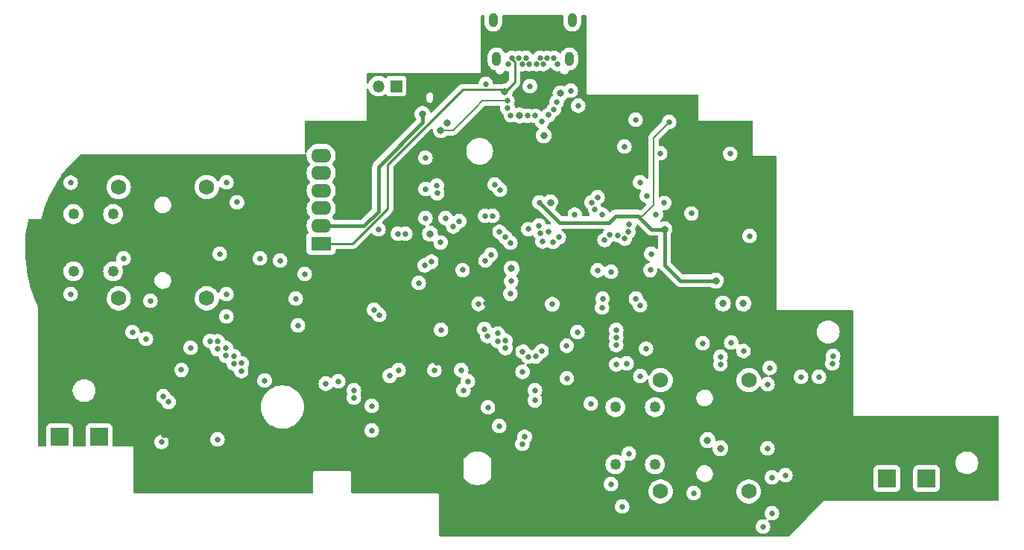
<source format=gbr>
G04 #@! TF.GenerationSoftware,KiCad,Pcbnew,7.0.2*
G04 #@! TF.CreationDate,2023-05-05T22:18:37-07:00*
G04 #@! TF.ProjectId,procon_gcc_main_pcb,70726f63-6f6e-45f6-9763-635f6d61696e,1*
G04 #@! TF.SameCoordinates,Original*
G04 #@! TF.FileFunction,Copper,L3,Inr*
G04 #@! TF.FilePolarity,Positive*
%FSLAX46Y46*%
G04 Gerber Fmt 4.6, Leading zero omitted, Abs format (unit mm)*
G04 Created by KiCad (PCBNEW 7.0.2) date 2023-05-05 22:18:37*
%MOMM*%
%LPD*%
G01*
G04 APERTURE LIST*
G04 #@! TA.AperFunction,ComponentPad*
%ADD10R,2.300000X1.600000*%
G04 #@! TD*
G04 #@! TA.AperFunction,ComponentPad*
%ADD11O,2.300000X1.600000*%
G04 #@! TD*
G04 #@! TA.AperFunction,ComponentPad*
%ADD12R,2.000000X2.000000*%
G04 #@! TD*
G04 #@! TA.AperFunction,ComponentPad*
%ADD13C,1.750000*%
G04 #@! TD*
G04 #@! TA.AperFunction,ComponentPad*
%ADD14C,1.250000*%
G04 #@! TD*
G04 #@! TA.AperFunction,ComponentPad*
%ADD15R,1.350000X1.350000*%
G04 #@! TD*
G04 #@! TA.AperFunction,ComponentPad*
%ADD16O,1.350000X1.350000*%
G04 #@! TD*
G04 #@! TA.AperFunction,ComponentPad*
%ADD17C,0.650000*%
G04 #@! TD*
G04 #@! TA.AperFunction,ComponentPad*
%ADD18O,1.000000X1.600000*%
G04 #@! TD*
G04 #@! TA.AperFunction,ViaPad*
%ADD19C,0.650000*%
G04 #@! TD*
G04 #@! TA.AperFunction,ViaPad*
%ADD20C,0.800000*%
G04 #@! TD*
G04 #@! TA.AperFunction,Conductor*
%ADD21C,0.400000*%
G04 #@! TD*
G04 #@! TA.AperFunction,Conductor*
%ADD22C,0.150000*%
G04 #@! TD*
G04 #@! TA.AperFunction,Conductor*
%ADD23C,0.250000*%
G04 #@! TD*
G04 APERTURE END LIST*
D10*
X114400000Y-118200000D03*
D11*
X114400000Y-116200000D03*
X114400000Y-114200000D03*
X114400000Y-112200000D03*
X114400000Y-110200000D03*
X114400000Y-108200000D03*
D12*
X178675000Y-144906500D03*
X84675000Y-140125000D03*
D13*
X152970000Y-133725000D03*
X152970000Y-146375000D03*
X162970000Y-133725000D03*
X162970000Y-146375000D03*
D14*
X152320000Y-136800000D03*
X152320000Y-143300000D03*
X147820000Y-136800000D03*
X147820000Y-143300000D03*
D15*
X122920000Y-100330000D03*
D16*
X120920000Y-100330000D03*
D17*
X135660000Y-97825000D03*
X136060000Y-97125000D03*
X136860000Y-97125000D03*
X137260000Y-97825000D03*
X137660000Y-97125000D03*
X138060000Y-97825000D03*
X138860000Y-97825000D03*
X139260000Y-97125000D03*
X139660000Y-97825000D03*
X140060000Y-97125000D03*
X140860000Y-97125000D03*
X141260000Y-97825000D03*
D18*
X142950000Y-92835000D03*
X142590000Y-97225000D03*
X134330000Y-97225000D03*
X133970000Y-92835000D03*
D13*
X91410000Y-111785000D03*
X91410000Y-124435000D03*
X101410000Y-111785000D03*
X101410000Y-124435000D03*
D14*
X90760000Y-114860000D03*
X90760000Y-121360000D03*
X86260000Y-114860000D03*
X86260000Y-121360000D03*
D12*
X89175000Y-140125000D03*
X183175000Y-144906500D03*
D19*
X94234000Y-127254000D03*
X134620000Y-114046000D03*
X168402000Y-148844000D03*
X140970000Y-129540000D03*
X142970303Y-119602303D03*
X133139909Y-124982636D03*
X88900000Y-125984000D03*
X167640000Y-142240000D03*
X151130000Y-148590000D03*
X136906432Y-129527645D03*
X152146000Y-104394000D03*
D20*
X119634000Y-112870000D03*
D19*
X120142000Y-123698000D03*
X145288000Y-127762000D03*
D20*
X119634000Y-109456500D03*
D19*
X149860000Y-135382000D03*
X128016000Y-139192000D03*
D20*
X141478000Y-114046000D03*
D19*
X127522636Y-131782091D03*
D20*
X119634000Y-105967500D03*
X122428000Y-123952000D03*
D19*
X105410000Y-120304500D03*
X155702000Y-149352000D03*
X143500453Y-123854037D03*
X88392000Y-113538000D03*
X107188000Y-112268000D03*
X96520000Y-139954000D03*
X106934000Y-125730000D03*
X137028008Y-117460000D03*
X167640000Y-135382000D03*
X156718000Y-109982000D03*
X142748000Y-100838000D03*
X120904000Y-116586000D03*
X145804133Y-112938500D03*
X133096000Y-100076000D03*
X143221104Y-114944030D03*
X130302000Y-132588000D03*
X150114000Y-104140000D03*
X120142000Y-139446000D03*
X107442000Y-119888000D03*
X103632000Y-123952000D03*
X152908000Y-107950000D03*
X132295074Y-125071565D03*
X96251364Y-140759909D03*
X134620000Y-138938000D03*
X165608000Y-144780000D03*
D20*
X139700000Y-105918000D03*
D19*
X94996000Y-124714000D03*
X149098000Y-131826000D03*
X163068000Y-117348000D03*
X111760000Y-127508000D03*
X145825146Y-121260797D03*
X165100000Y-141478000D03*
X143510000Y-128270000D03*
X170942000Y-133350000D03*
X120142000Y-136652000D03*
X102870000Y-119380000D03*
X151892000Y-119380000D03*
X165354000Y-132334000D03*
X94488000Y-129032000D03*
X125476000Y-122682000D03*
X102616000Y-140462000D03*
X103632000Y-111252000D03*
X85943500Y-111294911D03*
D20*
X140462000Y-113538000D03*
D19*
X85943500Y-123952000D03*
X128016000Y-128014500D03*
X147320000Y-145542000D03*
X164592000Y-150368000D03*
X156718000Y-146558000D03*
X151788505Y-121225927D03*
X135988986Y-122489828D03*
X153924000Y-104394000D03*
X96486350Y-135568701D03*
X139192000Y-113538000D03*
X172466000Y-131826000D03*
D20*
X153416000Y-116586000D03*
X159258000Y-122428000D03*
D19*
X159766000Y-131064000D03*
X99568000Y-130048000D03*
X98532731Y-132568731D03*
X172548500Y-130980513D03*
X159750995Y-131913370D03*
X97059568Y-136218201D03*
D20*
X160046410Y-125022965D03*
D19*
X162376218Y-130414500D03*
D20*
X162368205Y-125022965D03*
D19*
X127254000Y-132588000D03*
X123190000Y-132588000D03*
X139150797Y-116160492D03*
X130099145Y-115671295D03*
D20*
X135250000Y-100950000D03*
X141600000Y-101150000D03*
D19*
X135889284Y-123917342D03*
X140655008Y-125103788D03*
D20*
X125910445Y-103485736D03*
X136951582Y-103667026D03*
D19*
X137939425Y-116575498D03*
X129419477Y-116270795D03*
X148844000Y-107188000D03*
X160871714Y-108012111D03*
X135560000Y-102010000D03*
X141150037Y-102109750D03*
D20*
X127988555Y-105343940D03*
D19*
X127552150Y-111614186D03*
X134112000Y-111506000D03*
X135580464Y-102859256D03*
X140859500Y-102955721D03*
X139490000Y-104340000D03*
X150169000Y-124460000D03*
X138725000Y-103700000D03*
X150622000Y-111252000D03*
X146370500Y-124460000D03*
X153388660Y-113593849D03*
X145127916Y-113538000D03*
X152443077Y-114896437D03*
X145521157Y-114366463D03*
X146355074Y-114943530D03*
X156457671Y-114790556D03*
X102638667Y-129310618D03*
X132954745Y-127933292D03*
X133288465Y-128714500D03*
X102597604Y-130199504D03*
X103612047Y-130088267D03*
X134468986Y-128424319D03*
X134455541Y-129285586D03*
X103587142Y-130960994D03*
X135349887Y-129239062D03*
X104475631Y-131002427D03*
X135343064Y-130093708D03*
X104464757Y-131861123D03*
X105359559Y-131816120D03*
X137299911Y-130464500D03*
X137922000Y-131064000D03*
X105322545Y-132700957D03*
X150622000Y-125222000D03*
X146304000Y-125476000D03*
X137875497Y-103700000D03*
X151384000Y-112776000D03*
X138110500Y-100325000D03*
X135952868Y-103627332D03*
X140240000Y-103600000D03*
X134712689Y-112106689D03*
X127585799Y-112489066D03*
X143600000Y-102550000D03*
X130460546Y-121226096D03*
X147320000Y-121412000D03*
X165106351Y-134191230D03*
X150657142Y-133261336D03*
X165608000Y-148844000D03*
X168910000Y-133350000D03*
X135890000Y-118110000D03*
X126238000Y-115316000D03*
X126238000Y-112014000D03*
X135289311Y-117485500D03*
X134671163Y-116886000D03*
X126238000Y-108458000D03*
X151308546Y-130152209D03*
X138773731Y-131031781D03*
X139438596Y-130432281D03*
X157734000Y-129540000D03*
X160988701Y-129462658D03*
X116332000Y-133858000D03*
X101789256Y-129298146D03*
X111506000Y-124460000D03*
X131064000Y-133858000D03*
X130556000Y-134874000D03*
X114931741Y-134126473D03*
X140747854Y-118036659D03*
X112522000Y-121666000D03*
X146602865Y-117818373D03*
X133337098Y-136816213D03*
X145034000Y-136398000D03*
X137515984Y-140168988D03*
D20*
X158289061Y-140543759D03*
D19*
X120396000Y-125730000D03*
X138684000Y-134874000D03*
X147919500Y-128016000D03*
X147198879Y-117213045D03*
X141404177Y-117497313D03*
X118110000Y-134882500D03*
X137247348Y-140974897D03*
D20*
X159766000Y-141478000D03*
D19*
X167132000Y-144526000D03*
X148590000Y-148082000D03*
X127987924Y-118081924D03*
X133008554Y-115071795D03*
X128524000Y-115316000D03*
X91948000Y-119888000D03*
X133858000Y-115062000D03*
X149384122Y-116050151D03*
X148873233Y-117647016D03*
X122174000Y-133233500D03*
X142305553Y-129811740D03*
X142311493Y-133531152D03*
X147919500Y-129744441D03*
X140205307Y-116837159D03*
X120996689Y-126330689D03*
X139525184Y-117975142D03*
X138671220Y-136025083D03*
X148109237Y-117275581D03*
X118110000Y-135732003D03*
X147919500Y-128865503D03*
X139325404Y-117003791D03*
X149293981Y-116894857D03*
X147919500Y-131948063D03*
X137283380Y-132782656D03*
X92964000Y-128270000D03*
X103632000Y-126492000D03*
X109728000Y-120142000D03*
X104838364Y-113530045D03*
X149352000Y-142063488D03*
X107976376Y-133771361D03*
D20*
X136030294Y-121057593D03*
X126766222Y-117099496D03*
X128751620Y-104486351D03*
D19*
X123102497Y-117094000D03*
X126167632Y-120689085D03*
X133072036Y-120142000D03*
X126910268Y-120276596D03*
X133671536Y-119468777D03*
X123952000Y-117094000D03*
D21*
X147066000Y-115824000D02*
X147828000Y-115062000D01*
X141478000Y-115824000D02*
X147066000Y-115824000D01*
D22*
X152146000Y-106172000D02*
X152146000Y-113792000D01*
D21*
X151892000Y-116586000D02*
X153416000Y-116586000D01*
X139192000Y-113538000D02*
X141478000Y-115824000D01*
X153416000Y-116586000D02*
X153416000Y-120650000D01*
X153416000Y-120650000D02*
X155194000Y-122428000D01*
D22*
X150876000Y-115062000D02*
X150368000Y-115062000D01*
D21*
X155194000Y-122428000D02*
X159258000Y-122428000D01*
X147828000Y-115062000D02*
X150368000Y-115062000D01*
D22*
X152146000Y-113792000D02*
X150876000Y-115062000D01*
X153924000Y-104394000D02*
X152146000Y-106172000D01*
D21*
X150368000Y-115062000D02*
X151892000Y-116586000D01*
D23*
X118000000Y-118200000D02*
X114400000Y-118200000D01*
X136400000Y-99850000D02*
X135300000Y-100950000D01*
X130484499Y-100729155D02*
X121985000Y-109228654D01*
X135250000Y-100950000D02*
X135029155Y-100729155D01*
X136400000Y-97584239D02*
X136400000Y-99850000D01*
X121985000Y-109228654D02*
X121985000Y-114215000D01*
X135029155Y-100729155D02*
X130484499Y-100729155D01*
X136060000Y-97244239D02*
X136400000Y-97584239D01*
X136060000Y-97125000D02*
X136060000Y-97244239D01*
X121985000Y-114215000D02*
X118000000Y-118200000D01*
X135300000Y-100950000D02*
X135250000Y-100950000D01*
D21*
X120904000Y-114554000D02*
X119258000Y-116200000D01*
X120904000Y-109474000D02*
X120904000Y-114554000D01*
X125910445Y-104467555D02*
X120904000Y-109474000D01*
X125910445Y-103485736D02*
X125910445Y-104467555D01*
X119258000Y-116200000D02*
X114400000Y-116200000D01*
D22*
X135560000Y-102010000D02*
X132685911Y-102010000D01*
X132685911Y-102010000D02*
X131902879Y-102793032D01*
X131902879Y-102793032D02*
X129351971Y-105343940D01*
X129351971Y-105343940D02*
X127988555Y-105343940D01*
G04 #@! TA.AperFunction,Conductor*
G36*
X132919072Y-92284543D02*
G01*
X132964827Y-92337347D01*
X132974771Y-92406505D01*
X132973495Y-92413817D01*
X132969499Y-92433258D01*
X132969500Y-93182599D01*
X132969500Y-93185742D01*
X132969816Y-93188853D01*
X132969817Y-93188865D01*
X132984926Y-93337440D01*
X133015868Y-93436058D01*
X133045841Y-93531588D01*
X133144591Y-93709502D01*
X133277134Y-93863895D01*
X133438042Y-93988448D01*
X133620729Y-94078060D01*
X133817715Y-94129063D01*
X134020936Y-94139369D01*
X134020936Y-94139368D01*
X134020937Y-94139369D01*
X134222071Y-94108556D01*
X134304413Y-94078060D01*
X134412887Y-94037886D01*
X134585571Y-93930252D01*
X134733053Y-93790059D01*
X134849295Y-93623049D01*
X134929540Y-93436058D01*
X134970500Y-93236741D01*
X134970500Y-92484258D01*
X134962074Y-92401402D01*
X134974875Y-92332717D01*
X135022779Y-92281854D01*
X135085438Y-92264858D01*
X141832033Y-92264858D01*
X141899072Y-92284543D01*
X141944827Y-92337347D01*
X141954771Y-92406505D01*
X141953495Y-92413817D01*
X141949500Y-92433259D01*
X141949500Y-93185742D01*
X141949816Y-93188853D01*
X141949817Y-93188865D01*
X141964926Y-93337440D01*
X141995868Y-93436058D01*
X142025841Y-93531588D01*
X142124591Y-93709502D01*
X142257134Y-93863895D01*
X142418042Y-93988448D01*
X142600729Y-94078060D01*
X142797715Y-94129063D01*
X143000936Y-94139369D01*
X143000936Y-94139368D01*
X143000937Y-94139369D01*
X143202071Y-94108556D01*
X143284413Y-94078060D01*
X143392887Y-94037886D01*
X143565571Y-93930252D01*
X143713053Y-93790059D01*
X143829295Y-93623049D01*
X143909540Y-93436058D01*
X143950500Y-93236741D01*
X143950500Y-92484258D01*
X143942074Y-92401402D01*
X143954875Y-92332717D01*
X144002779Y-92281854D01*
X144065438Y-92264858D01*
X144431725Y-92264858D01*
X144498764Y-92284543D01*
X144544519Y-92337347D01*
X144555725Y-92388858D01*
X144555725Y-101078220D01*
X144551500Y-101110311D01*
X144550416Y-101114356D01*
X144550416Y-101114357D01*
X144550416Y-101114358D01*
X144555725Y-101134171D01*
X144555725Y-101134172D01*
X144571290Y-101192262D01*
X144628320Y-101249293D01*
X144706225Y-101270167D01*
X144710271Y-101269082D01*
X144742363Y-101264858D01*
X157131725Y-101264858D01*
X157198764Y-101284543D01*
X157244519Y-101337347D01*
X157255725Y-101388858D01*
X157255725Y-104078220D01*
X157251500Y-104110311D01*
X157250416Y-104114356D01*
X157250416Y-104114357D01*
X157250416Y-104114358D01*
X157255725Y-104134171D01*
X157255725Y-104134172D01*
X157271290Y-104192262D01*
X157328320Y-104249293D01*
X157406225Y-104270167D01*
X157410271Y-104269082D01*
X157442363Y-104264858D01*
X163331725Y-104264858D01*
X163398764Y-104284543D01*
X163444519Y-104337347D01*
X163455725Y-104388858D01*
X163455725Y-108078220D01*
X163451500Y-108110311D01*
X163450416Y-108114356D01*
X163450416Y-108114357D01*
X163450416Y-108114358D01*
X163455725Y-108134171D01*
X163455725Y-108134172D01*
X163471290Y-108192262D01*
X163528320Y-108249293D01*
X163606225Y-108270167D01*
X163610271Y-108269082D01*
X163642363Y-108264858D01*
X166031725Y-108264858D01*
X166098764Y-108284543D01*
X166144519Y-108337347D01*
X166155725Y-108388858D01*
X166155725Y-125578220D01*
X166151500Y-125610311D01*
X166150416Y-125614356D01*
X166150416Y-125614357D01*
X166150416Y-125614358D01*
X166155725Y-125634171D01*
X166155725Y-125634172D01*
X166159585Y-125648579D01*
X166170257Y-125688410D01*
X166171290Y-125692262D01*
X166228320Y-125749293D01*
X166306225Y-125770167D01*
X166310271Y-125769082D01*
X166342363Y-125764858D01*
X174731725Y-125764858D01*
X174798764Y-125784543D01*
X174844519Y-125837347D01*
X174855725Y-125888858D01*
X174855725Y-137578219D01*
X174851500Y-137610310D01*
X174850416Y-137614355D01*
X174850416Y-137614356D01*
X174855725Y-137634170D01*
X174868647Y-137682399D01*
X174871290Y-137692261D01*
X174928320Y-137749292D01*
X175006225Y-137770166D01*
X175010271Y-137769081D01*
X175042363Y-137764857D01*
X191281725Y-137764857D01*
X191348764Y-137784542D01*
X191394519Y-137837346D01*
X191405725Y-137888857D01*
X191405725Y-147339857D01*
X191386040Y-147406896D01*
X191333236Y-147452651D01*
X191281725Y-147463857D01*
X171612134Y-147463857D01*
X171606915Y-147463203D01*
X171555307Y-147463857D01*
X171523216Y-147463857D01*
X171519971Y-147464304D01*
X171513996Y-147464379D01*
X171513993Y-147464380D01*
X171511910Y-147465619D01*
X171480663Y-147478794D01*
X171478324Y-147479420D01*
X171478320Y-147479423D01*
X171474089Y-147483654D01*
X171471506Y-147485663D01*
X171462299Y-147495105D01*
X171462299Y-147495106D01*
X171449137Y-147508605D01*
X171430889Y-147526852D01*
X171412639Y-147545102D01*
X171409460Y-147549298D01*
X167629267Y-151426421D01*
X167568373Y-151460680D01*
X167540483Y-151463857D01*
X127930726Y-151463857D01*
X127863687Y-151444172D01*
X127817932Y-151391368D01*
X127806726Y-151339857D01*
X127806726Y-150368000D01*
X163761953Y-150368000D01*
X163780092Y-150540576D01*
X163780093Y-150540579D01*
X163833713Y-150705610D01*
X163833714Y-150705611D01*
X163920478Y-150855889D01*
X164036590Y-150984845D01*
X164176976Y-151086841D01*
X164176976Y-151086842D01*
X164335503Y-151157423D01*
X164505234Y-151193500D01*
X164505236Y-151193500D01*
X164678766Y-151193500D01*
X164848496Y-151157423D01*
X164848497Y-151157422D01*
X164848499Y-151157422D01*
X165007024Y-151086842D01*
X165147410Y-150984845D01*
X165263522Y-150855889D01*
X165350286Y-150705611D01*
X165403908Y-150540576D01*
X165422047Y-150368000D01*
X165403908Y-150195424D01*
X165350286Y-150030389D01*
X165263522Y-149880111D01*
X165223369Y-149835516D01*
X165193139Y-149772525D01*
X165201764Y-149703189D01*
X165246506Y-149649524D01*
X165313158Y-149628566D01*
X165341300Y-149631254D01*
X165521234Y-149669500D01*
X165521236Y-149669500D01*
X165694766Y-149669500D01*
X165864496Y-149633423D01*
X165864497Y-149633422D01*
X165864499Y-149633422D01*
X166023024Y-149562842D01*
X166163410Y-149460845D01*
X166279522Y-149331889D01*
X166366286Y-149181611D01*
X166419908Y-149016576D01*
X166438047Y-148844000D01*
X166419908Y-148671424D01*
X166366286Y-148506389D01*
X166279522Y-148356111D01*
X166163410Y-148227155D01*
X166023024Y-148125158D01*
X166023023Y-148125157D01*
X165864496Y-148054576D01*
X165694766Y-148018500D01*
X165694764Y-148018500D01*
X165521236Y-148018500D01*
X165521234Y-148018500D01*
X165351505Y-148054576D01*
X165192975Y-148125158D01*
X165052589Y-148227156D01*
X164936477Y-148356111D01*
X164849713Y-148506389D01*
X164796093Y-148671420D01*
X164796092Y-148671424D01*
X164777953Y-148844000D01*
X164796092Y-149016576D01*
X164796093Y-149016579D01*
X164849713Y-149181610D01*
X164936477Y-149331888D01*
X164976630Y-149376483D01*
X165006860Y-149439474D01*
X164998235Y-149508810D01*
X164953493Y-149562475D01*
X164886841Y-149583433D01*
X164858700Y-149580745D01*
X164678767Y-149542500D01*
X164678764Y-149542500D01*
X164505236Y-149542500D01*
X164505234Y-149542500D01*
X164335505Y-149578576D01*
X164176975Y-149649158D01*
X164036589Y-149751156D01*
X163920477Y-149880111D01*
X163833713Y-150030389D01*
X163780093Y-150195420D01*
X163780092Y-150195424D01*
X163761953Y-150368000D01*
X127806726Y-150368000D01*
X127806726Y-148082000D01*
X147759953Y-148082000D01*
X147778092Y-148254576D01*
X147778093Y-148254579D01*
X147831713Y-148419610D01*
X147881816Y-148506389D01*
X147918478Y-148569889D01*
X148034590Y-148698845D01*
X148174976Y-148800841D01*
X148174976Y-148800842D01*
X148333503Y-148871423D01*
X148503234Y-148907500D01*
X148503236Y-148907500D01*
X148676766Y-148907500D01*
X148846496Y-148871423D01*
X148846497Y-148871422D01*
X148846499Y-148871422D01*
X149005024Y-148800842D01*
X149145410Y-148698845D01*
X149261522Y-148569889D01*
X149348286Y-148419611D01*
X149401908Y-148254576D01*
X149420047Y-148082000D01*
X149401908Y-147909424D01*
X149348286Y-147744389D01*
X149261522Y-147594111D01*
X149145410Y-147465155D01*
X149005024Y-147363158D01*
X149005023Y-147363157D01*
X148846496Y-147292576D01*
X148676766Y-147256500D01*
X148676764Y-147256500D01*
X148503236Y-147256500D01*
X148503234Y-147256500D01*
X148333505Y-147292576D01*
X148174975Y-147363158D01*
X148056824Y-147449001D01*
X148035762Y-147464304D01*
X148034589Y-147465156D01*
X147918477Y-147594111D01*
X147831713Y-147744389D01*
X147778093Y-147909420D01*
X147778092Y-147909424D01*
X147759953Y-148082000D01*
X127806726Y-148082000D01*
X127806726Y-146750495D01*
X127810951Y-146718402D01*
X127812035Y-146714356D01*
X127791161Y-146636454D01*
X127791161Y-146636453D01*
X127790341Y-146635633D01*
X127734131Y-146579422D01*
X127734128Y-146579421D01*
X127656227Y-146558548D01*
X127656226Y-146558548D01*
X127652179Y-146559632D01*
X127620088Y-146563857D01*
X117930726Y-146563857D01*
X117863687Y-146544172D01*
X117817932Y-146491368D01*
X117806726Y-146439857D01*
X117806726Y-146375000D01*
X151589785Y-146375000D01*
X151608609Y-146602170D01*
X151608609Y-146602172D01*
X151608610Y-146602176D01*
X151642036Y-146734170D01*
X151664571Y-146823158D01*
X151756136Y-147031906D01*
X151756138Y-147031909D01*
X151880817Y-147222745D01*
X152035206Y-147390456D01*
X152215094Y-147530469D01*
X152415574Y-147638963D01*
X152469474Y-147657467D01*
X152631174Y-147712980D01*
X152856023Y-147750500D01*
X153083977Y-147750500D01*
X153308825Y-147712980D01*
X153416624Y-147675971D01*
X153524426Y-147638963D01*
X153724906Y-147530469D01*
X153904794Y-147390456D01*
X154059183Y-147222745D01*
X154183862Y-147031909D01*
X154275430Y-146823155D01*
X154331390Y-146602176D01*
X154335050Y-146558000D01*
X155887953Y-146558000D01*
X155906092Y-146730576D01*
X155906093Y-146730579D01*
X155959713Y-146895610D01*
X156038407Y-147031909D01*
X156046478Y-147045889D01*
X156162590Y-147174845D01*
X156274978Y-147256500D01*
X156302976Y-147276842D01*
X156461503Y-147347423D01*
X156631234Y-147383500D01*
X156631236Y-147383500D01*
X156804766Y-147383500D01*
X156974496Y-147347423D01*
X156974497Y-147347422D01*
X156974499Y-147347422D01*
X157133024Y-147276842D01*
X157273410Y-147174845D01*
X157389522Y-147045889D01*
X157476286Y-146895611D01*
X157529908Y-146730576D01*
X157548047Y-146558000D01*
X157529908Y-146385424D01*
X157526521Y-146375000D01*
X161589785Y-146375000D01*
X161608609Y-146602170D01*
X161608609Y-146602172D01*
X161608610Y-146602176D01*
X161642036Y-146734170D01*
X161664571Y-146823158D01*
X161756136Y-147031906D01*
X161756138Y-147031909D01*
X161880817Y-147222745D01*
X162035206Y-147390456D01*
X162215094Y-147530469D01*
X162415574Y-147638963D01*
X162469474Y-147657467D01*
X162631174Y-147712980D01*
X162856023Y-147750500D01*
X163083977Y-147750500D01*
X163308825Y-147712980D01*
X163416624Y-147675971D01*
X163524426Y-147638963D01*
X163724906Y-147530469D01*
X163904794Y-147390456D01*
X164059183Y-147222745D01*
X164183862Y-147031909D01*
X164275430Y-146823155D01*
X164331390Y-146602176D01*
X164350214Y-146375000D01*
X164331390Y-146147824D01*
X164281567Y-145951078D01*
X177174500Y-145951078D01*
X177174501Y-145954372D01*
X177174853Y-145957652D01*
X177174854Y-145957659D01*
X177180909Y-146013984D01*
X177201843Y-146070111D01*
X177231204Y-146148831D01*
X177317454Y-146264046D01*
X177432669Y-146350296D01*
X177567517Y-146400591D01*
X177627127Y-146407000D01*
X179722872Y-146406999D01*
X179782483Y-146400591D01*
X179917331Y-146350296D01*
X180032546Y-146264046D01*
X180118796Y-146148831D01*
X180169091Y-146013983D01*
X180175500Y-145954373D01*
X180175500Y-145951078D01*
X181674500Y-145951078D01*
X181674501Y-145954372D01*
X181674853Y-145957652D01*
X181674854Y-145957659D01*
X181680909Y-146013984D01*
X181701843Y-146070111D01*
X181731204Y-146148831D01*
X181817454Y-146264046D01*
X181932669Y-146350296D01*
X182067517Y-146400591D01*
X182127127Y-146407000D01*
X184222872Y-146406999D01*
X184282483Y-146400591D01*
X184417331Y-146350296D01*
X184532546Y-146264046D01*
X184618796Y-146148831D01*
X184669091Y-146013983D01*
X184675500Y-145954373D01*
X184675499Y-143858628D01*
X184669091Y-143799017D01*
X184618796Y-143664169D01*
X184532546Y-143548954D01*
X184417331Y-143462704D01*
X184282483Y-143412409D01*
X184222873Y-143406000D01*
X184219550Y-143406000D01*
X182130439Y-143406000D01*
X182130420Y-143406000D01*
X182127128Y-143406001D01*
X182123848Y-143406353D01*
X182123840Y-143406354D01*
X182067515Y-143412409D01*
X181932669Y-143462704D01*
X181817454Y-143548954D01*
X181731204Y-143664168D01*
X181680909Y-143799016D01*
X181676006Y-143844624D01*
X181674500Y-143858627D01*
X181674500Y-143861948D01*
X181674500Y-143861949D01*
X181674500Y-145951060D01*
X181674500Y-145951078D01*
X180175500Y-145951078D01*
X180175499Y-143858628D01*
X180169091Y-143799017D01*
X180118796Y-143664169D01*
X180032546Y-143548954D01*
X179917331Y-143462704D01*
X179782483Y-143412409D01*
X179722873Y-143406000D01*
X179719550Y-143406000D01*
X177630439Y-143406000D01*
X177630420Y-143406000D01*
X177627128Y-143406001D01*
X177623848Y-143406353D01*
X177623840Y-143406354D01*
X177567515Y-143412409D01*
X177432669Y-143462704D01*
X177317454Y-143548954D01*
X177231204Y-143664168D01*
X177180909Y-143799016D01*
X177176006Y-143844624D01*
X177174500Y-143858627D01*
X177174500Y-143861948D01*
X177174500Y-143861949D01*
X177174500Y-145951060D01*
X177174500Y-145951078D01*
X164281567Y-145951078D01*
X164275430Y-145926845D01*
X164183862Y-145718091D01*
X164059183Y-145527255D01*
X163904794Y-145359544D01*
X163724906Y-145219531D01*
X163524426Y-145111037D01*
X163524425Y-145111036D01*
X163524424Y-145111036D01*
X163308825Y-145037019D01*
X163083977Y-144999500D01*
X162856023Y-144999500D01*
X162631174Y-145037019D01*
X162415575Y-145111036D01*
X162309874Y-145168239D01*
X162215094Y-145219531D01*
X162215092Y-145219532D01*
X162215091Y-145219533D01*
X162035209Y-145359541D01*
X162035206Y-145359543D01*
X162035206Y-145359544D01*
X161880817Y-145527255D01*
X161853268Y-145569422D01*
X161756136Y-145718093D01*
X161664571Y-145926841D01*
X161664569Y-145926845D01*
X161664570Y-145926845D01*
X161638476Y-146029889D01*
X161608609Y-146147829D01*
X161589785Y-146375000D01*
X157526521Y-146375000D01*
X157476286Y-146220389D01*
X157389522Y-146070111D01*
X157273410Y-145941155D01*
X157133024Y-145839158D01*
X157133023Y-145839157D01*
X156974496Y-145768576D01*
X156804766Y-145732500D01*
X156804764Y-145732500D01*
X156631236Y-145732500D01*
X156631234Y-145732500D01*
X156461505Y-145768576D01*
X156302975Y-145839158D01*
X156162589Y-145941156D01*
X156046477Y-146070111D01*
X155959713Y-146220389D01*
X155909479Y-146375000D01*
X155906092Y-146385424D01*
X155887953Y-146558000D01*
X154335050Y-146558000D01*
X154350214Y-146375000D01*
X154331390Y-146147824D01*
X154275430Y-145926845D01*
X154183862Y-145718091D01*
X154059183Y-145527255D01*
X153904794Y-145359544D01*
X153724906Y-145219531D01*
X153524426Y-145111037D01*
X153524425Y-145111036D01*
X153524424Y-145111036D01*
X153308825Y-145037019D01*
X153083977Y-144999500D01*
X152856023Y-144999500D01*
X152631174Y-145037019D01*
X152415575Y-145111036D01*
X152309874Y-145168239D01*
X152215094Y-145219531D01*
X152215092Y-145219532D01*
X152215091Y-145219533D01*
X152035209Y-145359541D01*
X152035206Y-145359543D01*
X152035206Y-145359544D01*
X151880817Y-145527255D01*
X151853268Y-145569422D01*
X151756136Y-145718093D01*
X151664571Y-145926841D01*
X151664569Y-145926845D01*
X151664570Y-145926845D01*
X151638476Y-146029889D01*
X151608609Y-146147829D01*
X151589785Y-146375000D01*
X117806726Y-146375000D01*
X117806726Y-144795135D01*
X130601868Y-144795135D01*
X130603385Y-144802829D01*
X130604654Y-144815818D01*
X130608475Y-144830080D01*
X130610354Y-144838170D01*
X130616582Y-144869748D01*
X130621289Y-144877901D01*
X130621290Y-144877902D01*
X130621291Y-144877904D01*
X130635955Y-144892568D01*
X130647515Y-144905905D01*
X130682473Y-144952576D01*
X130711406Y-144991202D01*
X130888007Y-145171165D01*
X130891236Y-145173683D01*
X130891238Y-145173685D01*
X130930608Y-145204389D01*
X131086831Y-145326224D01*
X131304394Y-145453664D01*
X131536883Y-145551250D01*
X131780226Y-145617274D01*
X132030156Y-145650577D01*
X132034258Y-145650577D01*
X132278194Y-145650577D01*
X132282296Y-145650577D01*
X132532226Y-145617274D01*
X132775569Y-145551250D01*
X132797606Y-145542000D01*
X146489953Y-145542000D01*
X146508092Y-145714576D01*
X146508093Y-145714579D01*
X146561713Y-145879610D01*
X146639295Y-146013983D01*
X146648478Y-146029889D01*
X146764590Y-146158845D01*
X146849298Y-146220389D01*
X146904976Y-146260842D01*
X147063503Y-146331423D01*
X147233234Y-146367500D01*
X147233236Y-146367500D01*
X147406766Y-146367500D01*
X147576496Y-146331423D01*
X147576497Y-146331422D01*
X147576499Y-146331422D01*
X147735024Y-146260842D01*
X147875410Y-146158845D01*
X147991522Y-146029889D01*
X148078286Y-145879611D01*
X148131908Y-145714576D01*
X148150047Y-145542000D01*
X148131908Y-145369424D01*
X148078286Y-145204389D01*
X147991522Y-145054111D01*
X147875410Y-144925155D01*
X147750058Y-144834081D01*
X147735023Y-144823157D01*
X147576496Y-144752576D01*
X147406766Y-144716500D01*
X147406764Y-144716500D01*
X147233236Y-144716500D01*
X147233234Y-144716500D01*
X147063505Y-144752576D01*
X146904975Y-144823158D01*
X146764589Y-144925156D01*
X146648477Y-145054111D01*
X146561713Y-145204389D01*
X146511303Y-145359541D01*
X146508092Y-145369424D01*
X146489953Y-145542000D01*
X132797606Y-145542000D01*
X133008058Y-145453664D01*
X133225621Y-145326224D01*
X133424445Y-145171165D01*
X133601046Y-144991202D01*
X133650517Y-144925156D01*
X133664936Y-144905906D01*
X133676495Y-144892568D01*
X133691161Y-144877904D01*
X133691161Y-144877900D01*
X133695868Y-144869749D01*
X133697233Y-144862821D01*
X133697236Y-144862819D01*
X133702106Y-144838117D01*
X133703970Y-144830097D01*
X133706726Y-144819814D01*
X133706726Y-144819807D01*
X133707800Y-144815799D01*
X133709069Y-144802814D01*
X133710583Y-144795136D01*
X133706726Y-144764937D01*
X133706726Y-143299999D01*
X146689678Y-143299999D01*
X146708923Y-143507698D01*
X146766005Y-143708319D01*
X146858978Y-143895035D01*
X146984682Y-144061494D01*
X147138826Y-144202014D01*
X147138828Y-144202015D01*
X147138829Y-144202016D01*
X147316172Y-144311823D01*
X147510673Y-144387173D01*
X147715707Y-144425500D01*
X147715709Y-144425500D01*
X147924291Y-144425500D01*
X147924293Y-144425500D01*
X148129327Y-144387173D01*
X148323828Y-144311823D01*
X148501171Y-144202016D01*
X148655318Y-144061493D01*
X148781019Y-143895038D01*
X148781019Y-143895036D01*
X148781021Y-143895035D01*
X148873994Y-143708319D01*
X148931076Y-143507698D01*
X148939744Y-143414155D01*
X148950322Y-143300000D01*
X151189678Y-143300000D01*
X151208923Y-143507698D01*
X151266005Y-143708319D01*
X151358978Y-143895035D01*
X151484682Y-144061494D01*
X151638826Y-144202014D01*
X151638828Y-144202015D01*
X151638829Y-144202016D01*
X151816172Y-144311823D01*
X152010673Y-144387173D01*
X152215707Y-144425500D01*
X152215709Y-144425500D01*
X152424291Y-144425500D01*
X152424293Y-144425500D01*
X152569315Y-144398391D01*
X157015823Y-144398391D01*
X157045096Y-144589474D01*
X157112235Y-144770752D01*
X157214488Y-144934803D01*
X157214489Y-144934804D01*
X157214491Y-144934807D01*
X157327898Y-145054111D01*
X157347678Y-145074920D01*
X157369721Y-145090262D01*
X157506342Y-145185353D01*
X157683988Y-145261587D01*
X157873344Y-145300500D01*
X157873345Y-145300500D01*
X158015064Y-145300500D01*
X158018206Y-145300500D01*
X158162321Y-145285845D01*
X158346768Y-145227974D01*
X158515791Y-145134159D01*
X158662468Y-145008240D01*
X158752012Y-144892559D01*
X158780795Y-144855375D01*
X158793203Y-144830080D01*
X158817768Y-144780000D01*
X164777953Y-144780000D01*
X164796092Y-144952576D01*
X164796093Y-144952579D01*
X164849713Y-145117610D01*
X164925483Y-145248845D01*
X164936478Y-145267889D01*
X165052590Y-145396845D01*
X165192976Y-145498841D01*
X165192976Y-145498842D01*
X165351503Y-145569423D01*
X165521234Y-145605500D01*
X165521236Y-145605500D01*
X165694766Y-145605500D01*
X165864496Y-145569423D01*
X165864497Y-145569422D01*
X165864499Y-145569422D01*
X166023024Y-145498842D01*
X166163410Y-145396845D01*
X166279522Y-145267889D01*
X166354238Y-145138477D01*
X166404805Y-145090262D01*
X166473412Y-145077039D01*
X166538277Y-145103007D01*
X166553767Y-145117498D01*
X166576590Y-145142845D01*
X166693758Y-145227973D01*
X166716976Y-145244842D01*
X166875503Y-145315423D01*
X167045234Y-145351500D01*
X167045236Y-145351500D01*
X167218766Y-145351500D01*
X167388496Y-145315423D01*
X167388497Y-145315422D01*
X167388499Y-145315422D01*
X167547024Y-145244842D01*
X167687410Y-145142845D01*
X167803522Y-145013889D01*
X167890286Y-144863611D01*
X167943908Y-144698576D01*
X167962047Y-144526000D01*
X167943908Y-144353424D01*
X167890286Y-144188389D01*
X167803522Y-144038111D01*
X167687410Y-143909155D01*
X167547024Y-143807158D01*
X167547023Y-143807157D01*
X167388496Y-143736576D01*
X167218766Y-143700500D01*
X167218764Y-143700500D01*
X167045236Y-143700500D01*
X167045234Y-143700500D01*
X166875505Y-143736576D01*
X166716975Y-143807158D01*
X166576589Y-143909156D01*
X166460478Y-144038109D01*
X166385761Y-144167522D01*
X166335193Y-144215737D01*
X166266586Y-144228959D01*
X166201721Y-144202991D01*
X166186224Y-144188493D01*
X166163410Y-144163155D01*
X166053168Y-144083059D01*
X166023023Y-144061157D01*
X165864496Y-143990576D01*
X165694766Y-143954500D01*
X165694764Y-143954500D01*
X165521236Y-143954500D01*
X165521234Y-143954500D01*
X165351505Y-143990576D01*
X165192975Y-144061158D01*
X165052589Y-144163156D01*
X164936477Y-144292111D01*
X164849713Y-144442389D01*
X164801924Y-144589474D01*
X164796092Y-144607424D01*
X164777953Y-144780000D01*
X158817768Y-144780000D01*
X158865930Y-144681816D01*
X158914385Y-144494674D01*
X158924176Y-144301610D01*
X158916345Y-144250495D01*
X158894903Y-144110525D01*
X158827764Y-143929247D01*
X158725511Y-143765196D01*
X158725510Y-143765195D01*
X158725509Y-143765193D01*
X158592323Y-143625081D01*
X158592322Y-143625080D01*
X158592321Y-143625079D01*
X158433658Y-143514647D01*
X158256011Y-143438412D01*
X158105567Y-143407496D01*
X158066656Y-143399500D01*
X157921794Y-143399500D01*
X157918683Y-143399816D01*
X157918670Y-143399817D01*
X157777676Y-143414155D01*
X157593232Y-143472026D01*
X157424211Y-143565839D01*
X157424208Y-143565841D01*
X157424209Y-143565841D01*
X157309672Y-143664169D01*
X157277529Y-143691763D01*
X157159204Y-143844624D01*
X157087612Y-143990576D01*
X157074070Y-144018184D01*
X157029974Y-144188493D01*
X157025615Y-144205327D01*
X157015823Y-144398391D01*
X152569315Y-144398391D01*
X152629327Y-144387173D01*
X152823828Y-144311823D01*
X153001171Y-144202016D01*
X153155318Y-144061493D01*
X153281019Y-143895038D01*
X153281019Y-143895036D01*
X153281021Y-143895035D01*
X153373994Y-143708319D01*
X153431076Y-143507698D01*
X153439744Y-143414155D01*
X153450322Y-143300000D01*
X153433120Y-143114357D01*
X153433120Y-143114356D01*
X186444531Y-143114356D01*
X186464364Y-143341046D01*
X186523261Y-143560854D01*
X186619432Y-143767092D01*
X186749953Y-143953497D01*
X186910859Y-144114403D01*
X187097264Y-144244924D01*
X187097265Y-144244924D01*
X187097266Y-144244925D01*
X187303504Y-144341096D01*
X187523308Y-144399992D01*
X187750000Y-144419825D01*
X187976692Y-144399992D01*
X188196496Y-144341096D01*
X188402734Y-144244925D01*
X188589139Y-144114404D01*
X188750047Y-143953496D01*
X188880568Y-143767091D01*
X188976739Y-143560853D01*
X189035635Y-143341049D01*
X189055468Y-143114357D01*
X189035635Y-142887665D01*
X188976739Y-142667861D01*
X188880568Y-142461623D01*
X188838189Y-142401098D01*
X188750046Y-142275216D01*
X188589140Y-142114310D01*
X188402735Y-141983789D01*
X188196497Y-141887618D01*
X187976689Y-141828721D01*
X187750000Y-141808888D01*
X187523310Y-141828721D01*
X187303502Y-141887618D01*
X187097264Y-141983789D01*
X186910859Y-142114310D01*
X186749953Y-142275216D01*
X186619432Y-142461621D01*
X186523261Y-142667859D01*
X186464364Y-142887667D01*
X186444531Y-143114356D01*
X153433120Y-143114356D01*
X153431076Y-143092301D01*
X153373994Y-142891680D01*
X153281021Y-142704964D01*
X153155317Y-142538505D01*
X153001173Y-142397985D01*
X152823827Y-142288176D01*
X152629328Y-142212827D01*
X152560982Y-142200051D01*
X152424293Y-142174500D01*
X152215707Y-142174500D01*
X152127765Y-142190939D01*
X152010671Y-142212827D01*
X151816172Y-142288176D01*
X151638826Y-142397985D01*
X151484682Y-142538505D01*
X151358978Y-142704964D01*
X151266005Y-142891680D01*
X151208923Y-143092301D01*
X151189678Y-143300000D01*
X148950322Y-143300000D01*
X148933120Y-143114357D01*
X148931076Y-143092301D01*
X148901810Y-142989443D01*
X148902396Y-142919576D01*
X148940663Y-142861117D01*
X149004460Y-142832627D01*
X149071510Y-142842228D01*
X149095501Y-142852910D01*
X149095504Y-142852910D01*
X149095505Y-142852911D01*
X149265234Y-142888988D01*
X149265236Y-142888988D01*
X149438766Y-142888988D01*
X149608496Y-142852911D01*
X149608497Y-142852910D01*
X149608499Y-142852910D01*
X149767024Y-142782330D01*
X149907410Y-142680333D01*
X150023522Y-142551377D01*
X150110286Y-142401099D01*
X150163908Y-142236064D01*
X150182047Y-142063488D01*
X150163908Y-141890912D01*
X150110286Y-141725877D01*
X150023522Y-141575599D01*
X149907410Y-141446643D01*
X149767024Y-141344646D01*
X149767023Y-141344645D01*
X149608496Y-141274064D01*
X149438766Y-141237988D01*
X149438764Y-141237988D01*
X149265236Y-141237988D01*
X149265234Y-141237988D01*
X149095505Y-141274064D01*
X148936975Y-141344646D01*
X148854040Y-141404903D01*
X148799872Y-141444259D01*
X148796589Y-141446644D01*
X148680477Y-141575599D01*
X148593713Y-141725877D01*
X148542402Y-141883802D01*
X148540092Y-141890912D01*
X148521953Y-142063488D01*
X148533810Y-142176301D01*
X148534567Y-142183496D01*
X148521998Y-142252226D01*
X148474266Y-142303250D01*
X148406525Y-142320368D01*
X148345969Y-142301885D01*
X148323830Y-142288177D01*
X148129328Y-142212827D01*
X148060982Y-142200051D01*
X147924293Y-142174500D01*
X147715707Y-142174500D01*
X147627765Y-142190939D01*
X147510671Y-142212827D01*
X147316172Y-142288176D01*
X147138826Y-142397985D01*
X146984682Y-142538505D01*
X146858978Y-142704964D01*
X146766005Y-142891680D01*
X146708923Y-143092301D01*
X146689678Y-143299999D01*
X133706726Y-143299999D01*
X133706726Y-142735063D01*
X133710583Y-142704864D01*
X133709069Y-142697184D01*
X133707800Y-142684196D01*
X133703980Y-142669939D01*
X133702097Y-142661833D01*
X133697236Y-142637181D01*
X133697234Y-142637179D01*
X133695869Y-142630254D01*
X133691162Y-142622100D01*
X133691161Y-142622096D01*
X133676498Y-142607433D01*
X133664936Y-142594094D01*
X133603520Y-142512101D01*
X133603517Y-142512097D01*
X133601046Y-142508798D01*
X133424445Y-142328835D01*
X133421216Y-142326317D01*
X133421213Y-142326314D01*
X133228859Y-142176301D01*
X133228856Y-142176299D01*
X133225621Y-142173776D01*
X133222077Y-142171700D01*
X133222074Y-142171698D01*
X133011602Y-142048412D01*
X133008058Y-142046336D01*
X132775569Y-141948750D01*
X132771600Y-141947673D01*
X132536193Y-141883802D01*
X132536188Y-141883801D01*
X132532226Y-141882726D01*
X132528165Y-141882184D01*
X132528156Y-141882183D01*
X132286359Y-141849964D01*
X132286353Y-141849963D01*
X132282296Y-141849423D01*
X132030156Y-141849423D01*
X132026099Y-141849963D01*
X132026092Y-141849964D01*
X131784295Y-141882183D01*
X131784283Y-141882185D01*
X131780226Y-141882726D01*
X131776266Y-141883800D01*
X131776258Y-141883802D01*
X131540851Y-141947673D01*
X131540845Y-141947674D01*
X131536883Y-141948750D01*
X131533095Y-141950339D01*
X131533092Y-141950341D01*
X131308181Y-142044746D01*
X131308175Y-142044748D01*
X131304394Y-142046336D01*
X131300855Y-142048408D01*
X131300849Y-142048412D01*
X131090377Y-142171698D01*
X131090367Y-142171704D01*
X131086831Y-142173776D01*
X131083602Y-142176294D01*
X131083592Y-142176301D01*
X130891238Y-142326314D01*
X130891227Y-142326323D01*
X130888007Y-142328835D01*
X130885141Y-142331755D01*
X130885136Y-142331760D01*
X130714298Y-142505850D01*
X130714291Y-142505857D01*
X130711406Y-142508798D01*
X130708935Y-142512097D01*
X130647513Y-142594096D01*
X130635953Y-142607433D01*
X130621291Y-142622095D01*
X130616582Y-142630252D01*
X130610352Y-142661840D01*
X130608474Y-142669927D01*
X130604654Y-142684185D01*
X130603386Y-142697169D01*
X130601868Y-142704866D01*
X130605726Y-142735063D01*
X130605726Y-144764937D01*
X130601868Y-144795135D01*
X117806726Y-144795135D01*
X117806726Y-144250495D01*
X117810951Y-144218402D01*
X117812035Y-144214356D01*
X117805077Y-144188389D01*
X117791161Y-144136453D01*
X117791160Y-144136452D01*
X117791161Y-144136452D01*
X117765235Y-144110527D01*
X117734132Y-144079423D01*
X117734131Y-144079422D01*
X117734128Y-144079421D01*
X117656227Y-144058548D01*
X117656226Y-144058548D01*
X117652179Y-144059632D01*
X117620088Y-144063857D01*
X113692364Y-144063857D01*
X113660272Y-144059632D01*
X113656226Y-144058548D01*
X113656225Y-144058548D01*
X113636411Y-144063857D01*
X113578323Y-144079421D01*
X113521290Y-144136453D01*
X113500417Y-144214355D01*
X113500417Y-144214356D01*
X113500417Y-144214357D01*
X113500787Y-144215737D01*
X113501501Y-144218402D01*
X113505725Y-144250491D01*
X113505725Y-145396845D01*
X113505726Y-146439857D01*
X113486041Y-146506896D01*
X113433238Y-146552651D01*
X113381726Y-146563857D01*
X93230726Y-146563857D01*
X93163687Y-146544172D01*
X93117932Y-146491368D01*
X93106726Y-146439857D01*
X93106726Y-141450495D01*
X93110951Y-141418402D01*
X93112035Y-141414357D01*
X93101959Y-141376754D01*
X93091161Y-141336453D01*
X93034131Y-141279422D01*
X93034128Y-141279421D01*
X92956227Y-141258548D01*
X92956226Y-141258548D01*
X92952179Y-141259632D01*
X92920088Y-141263857D01*
X90799500Y-141263857D01*
X90732461Y-141244172D01*
X90686706Y-141191368D01*
X90675500Y-141139857D01*
X90675500Y-140759909D01*
X95421317Y-140759909D01*
X95439456Y-140932485D01*
X95439457Y-140932488D01*
X95493077Y-141097519D01*
X95577749Y-141244172D01*
X95579842Y-141247798D01*
X95695954Y-141376754D01*
X95814365Y-141462785D01*
X95836340Y-141478751D01*
X95994867Y-141549332D01*
X96164598Y-141585409D01*
X96164600Y-141585409D01*
X96338130Y-141585409D01*
X96507860Y-141549332D01*
X96507861Y-141549331D01*
X96507863Y-141549331D01*
X96666388Y-141478751D01*
X96806774Y-141376754D01*
X96922886Y-141247798D01*
X97009650Y-141097520D01*
X97063272Y-140932485D01*
X97081411Y-140759909D01*
X97063272Y-140587333D01*
X97022550Y-140462000D01*
X101785953Y-140462000D01*
X101804092Y-140634576D01*
X101804093Y-140634579D01*
X101857713Y-140799610D01*
X101934430Y-140932485D01*
X101944478Y-140949889D01*
X102060590Y-141078845D01*
X102145298Y-141140389D01*
X102200976Y-141180842D01*
X102359503Y-141251423D01*
X102529234Y-141287500D01*
X102529236Y-141287500D01*
X102702766Y-141287500D01*
X102872496Y-141251423D01*
X102872497Y-141251422D01*
X102872499Y-141251422D01*
X103031024Y-141180842D01*
X103171410Y-141078845D01*
X103265005Y-140974897D01*
X136417301Y-140974897D01*
X136435440Y-141147473D01*
X136435441Y-141147476D01*
X136489061Y-141312507D01*
X136568730Y-141450495D01*
X136575826Y-141462786D01*
X136691938Y-141591742D01*
X136832324Y-141693738D01*
X136832324Y-141693739D01*
X136990851Y-141764320D01*
X137160582Y-141800397D01*
X137160584Y-141800397D01*
X137334114Y-141800397D01*
X137503844Y-141764320D01*
X137503845Y-141764319D01*
X137503847Y-141764319D01*
X137662372Y-141693739D01*
X137802758Y-141591742D01*
X137918870Y-141462786D01*
X138005634Y-141312508D01*
X138059256Y-141147473D01*
X138077395Y-140974897D01*
X138064743Y-140854530D01*
X138077312Y-140785805D01*
X138095909Y-140758605D01*
X138187506Y-140656877D01*
X138252816Y-140543758D01*
X157383601Y-140543758D01*
X157403387Y-140732016D01*
X157461881Y-140912043D01*
X157556527Y-141075975D01*
X157683190Y-141216648D01*
X157836330Y-141327910D01*
X158009258Y-141404903D01*
X158194413Y-141444259D01*
X158194415Y-141444259D01*
X158383709Y-141444259D01*
X158524386Y-141414357D01*
X158568864Y-141404903D01*
X158686712Y-141352432D01*
X158755962Y-141343148D01*
X158819238Y-141372776D01*
X158856452Y-141431910D01*
X158859835Y-141471297D01*
X158880326Y-141666257D01*
X158938820Y-141846284D01*
X159033466Y-142010216D01*
X159160129Y-142150889D01*
X159313269Y-142262151D01*
X159486197Y-142339144D01*
X159671352Y-142378500D01*
X159671354Y-142378500D01*
X159860648Y-142378500D01*
X159984084Y-142352262D01*
X160045803Y-142339144D01*
X160218730Y-142262151D01*
X160286619Y-142212827D01*
X160371870Y-142150889D01*
X160404314Y-142114857D01*
X160498533Y-142010216D01*
X160593179Y-141846284D01*
X160651674Y-141666256D01*
X160671460Y-141478000D01*
X164269953Y-141478000D01*
X164288092Y-141650576D01*
X164288093Y-141650579D01*
X164341713Y-141815610D01*
X164418583Y-141948750D01*
X164428478Y-141965889D01*
X164544590Y-142094845D01*
X164653229Y-142173776D01*
X164684976Y-142196842D01*
X164843503Y-142267423D01*
X165013234Y-142303500D01*
X165013236Y-142303500D01*
X165186766Y-142303500D01*
X165356496Y-142267423D01*
X165356497Y-142267422D01*
X165356499Y-142267422D01*
X165515024Y-142196842D01*
X165655410Y-142094845D01*
X165771522Y-141965889D01*
X165858286Y-141815611D01*
X165911908Y-141650576D01*
X165930047Y-141478000D01*
X165911908Y-141305424D01*
X165858286Y-141140389D01*
X165771522Y-140990111D01*
X165655410Y-140861155D01*
X165516058Y-140759909D01*
X165515023Y-140759157D01*
X165356496Y-140688576D01*
X165186766Y-140652500D01*
X165186764Y-140652500D01*
X165013236Y-140652500D01*
X165013234Y-140652500D01*
X164843505Y-140688576D01*
X164684975Y-140759158D01*
X164544589Y-140861156D01*
X164428477Y-140990111D01*
X164341713Y-141140389D01*
X164288093Y-141305420D01*
X164288092Y-141305424D01*
X164269953Y-141478000D01*
X160671460Y-141478000D01*
X160651674Y-141289744D01*
X160605447Y-141147473D01*
X160593179Y-141109715D01*
X160498533Y-140945783D01*
X160371870Y-140805110D01*
X160218730Y-140693848D01*
X160045802Y-140616855D01*
X159860648Y-140577500D01*
X159860646Y-140577500D01*
X159671354Y-140577500D01*
X159671352Y-140577500D01*
X159486199Y-140616854D01*
X159368347Y-140669326D01*
X159299097Y-140678610D01*
X159235821Y-140648982D01*
X159198608Y-140589847D01*
X159195229Y-140550499D01*
X159194521Y-140543759D01*
X159174735Y-140355503D01*
X159144393Y-140262122D01*
X159116240Y-140175474D01*
X159021594Y-140011542D01*
X158894931Y-139870869D01*
X158741791Y-139759607D01*
X158568863Y-139682614D01*
X158383709Y-139643259D01*
X158383707Y-139643259D01*
X158194415Y-139643259D01*
X158194413Y-139643259D01*
X158009258Y-139682614D01*
X157836330Y-139759607D01*
X157683190Y-139870869D01*
X157556527Y-140011542D01*
X157461881Y-140175474D01*
X157403387Y-140355501D01*
X157383601Y-140543758D01*
X138252816Y-140543758D01*
X138274270Y-140506599D01*
X138327892Y-140341564D01*
X138346031Y-140168988D01*
X138327892Y-139996412D01*
X138274270Y-139831377D01*
X138187506Y-139681099D01*
X138071394Y-139552143D01*
X137931008Y-139450146D01*
X137931007Y-139450145D01*
X137772480Y-139379564D01*
X137602750Y-139343488D01*
X137602748Y-139343488D01*
X137429220Y-139343488D01*
X137429218Y-139343488D01*
X137259489Y-139379564D01*
X137100959Y-139450146D01*
X136960573Y-139552144D01*
X136844461Y-139681099D01*
X136757697Y-139831377D01*
X136704077Y-139996408D01*
X136704076Y-139996412D01*
X136690625Y-140124389D01*
X136685937Y-140168988D01*
X136698588Y-140289350D01*
X136686019Y-140358080D01*
X136667417Y-140385284D01*
X136575825Y-140487007D01*
X136489061Y-140637286D01*
X136435441Y-140802317D01*
X136435440Y-140802321D01*
X136417301Y-140974897D01*
X103265005Y-140974897D01*
X103287522Y-140949889D01*
X103374286Y-140799611D01*
X103427908Y-140634576D01*
X103446047Y-140462000D01*
X103427908Y-140289424D01*
X103374286Y-140124389D01*
X103287522Y-139974111D01*
X103171410Y-139845155D01*
X103031024Y-139743158D01*
X103031023Y-139743157D01*
X102872496Y-139672576D01*
X102702766Y-139636500D01*
X102702764Y-139636500D01*
X102529236Y-139636500D01*
X102529234Y-139636500D01*
X102359505Y-139672576D01*
X102200975Y-139743158D01*
X102060589Y-139845156D01*
X101944477Y-139974111D01*
X101857713Y-140124389D01*
X101804116Y-140289350D01*
X101804092Y-140289424D01*
X101785953Y-140462000D01*
X97022550Y-140462000D01*
X97009650Y-140422298D01*
X96922886Y-140272020D01*
X96806774Y-140143064D01*
X96666388Y-140041067D01*
X96666387Y-140041066D01*
X96507860Y-139970485D01*
X96338130Y-139934409D01*
X96338128Y-139934409D01*
X96164600Y-139934409D01*
X96164598Y-139934409D01*
X95994869Y-139970485D01*
X95836339Y-140041067D01*
X95695953Y-140143065D01*
X95579841Y-140272020D01*
X95493077Y-140422298D01*
X95442651Y-140577500D01*
X95439456Y-140587333D01*
X95421317Y-140759909D01*
X90675500Y-140759909D01*
X90675499Y-139446000D01*
X119311953Y-139446000D01*
X119330092Y-139618576D01*
X119330093Y-139618579D01*
X119383713Y-139783610D01*
X119419247Y-139845155D01*
X119470478Y-139933889D01*
X119586590Y-140062845D01*
X119697003Y-140143065D01*
X119726976Y-140164842D01*
X119885503Y-140235423D01*
X120055234Y-140271500D01*
X120055236Y-140271500D01*
X120228766Y-140271500D01*
X120398496Y-140235423D01*
X120398497Y-140235422D01*
X120398499Y-140235422D01*
X120557024Y-140164842D01*
X120697410Y-140062845D01*
X120813522Y-139933889D01*
X120900286Y-139783611D01*
X120953908Y-139618576D01*
X120972047Y-139446000D01*
X120953908Y-139273424D01*
X120900286Y-139108389D01*
X120813522Y-138958111D01*
X120795414Y-138938000D01*
X133789953Y-138938000D01*
X133808092Y-139110576D01*
X133808093Y-139110579D01*
X133861713Y-139275610D01*
X133861714Y-139275611D01*
X133948478Y-139425889D01*
X134064590Y-139554845D01*
X134152308Y-139618576D01*
X134204976Y-139656842D01*
X134363503Y-139727423D01*
X134533234Y-139763500D01*
X134533236Y-139763500D01*
X134706766Y-139763500D01*
X134876496Y-139727423D01*
X134876497Y-139727422D01*
X134876499Y-139727422D01*
X135035024Y-139656842D01*
X135175410Y-139554845D01*
X135291522Y-139425889D01*
X135378286Y-139275611D01*
X135431908Y-139110576D01*
X135450047Y-138938000D01*
X135431908Y-138765424D01*
X135378286Y-138600389D01*
X135291522Y-138450111D01*
X135175410Y-138321155D01*
X135065168Y-138241059D01*
X135035023Y-138219157D01*
X134876496Y-138148576D01*
X134706766Y-138112500D01*
X134706764Y-138112500D01*
X134533236Y-138112500D01*
X134533234Y-138112500D01*
X134363505Y-138148576D01*
X134204975Y-138219158D01*
X134064589Y-138321156D01*
X133948477Y-138450111D01*
X133861713Y-138600389D01*
X133839366Y-138669169D01*
X133808092Y-138765424D01*
X133789953Y-138938000D01*
X120795414Y-138938000D01*
X120697410Y-138829155D01*
X120557024Y-138727158D01*
X120557023Y-138727157D01*
X120398496Y-138656576D01*
X120228766Y-138620500D01*
X120228764Y-138620500D01*
X120055236Y-138620500D01*
X120055234Y-138620500D01*
X119885505Y-138656576D01*
X119726975Y-138727158D01*
X119586589Y-138829156D01*
X119470477Y-138958111D01*
X119383713Y-139108389D01*
X119345822Y-139225011D01*
X119330092Y-139273424D01*
X119311953Y-139446000D01*
X90675499Y-139446000D01*
X90675499Y-139080439D01*
X90675499Y-139077128D01*
X90669091Y-139017517D01*
X90618796Y-138882669D01*
X90532546Y-138767454D01*
X90417331Y-138681204D01*
X90282483Y-138630909D01*
X90222873Y-138624500D01*
X90219550Y-138624500D01*
X88130439Y-138624500D01*
X88130420Y-138624500D01*
X88127128Y-138624501D01*
X88123848Y-138624853D01*
X88123840Y-138624854D01*
X88067515Y-138630909D01*
X87932669Y-138681204D01*
X87817454Y-138767454D01*
X87731204Y-138882668D01*
X87680910Y-139017515D01*
X87680909Y-139017517D01*
X87674500Y-139077127D01*
X87674500Y-140124389D01*
X87674501Y-141139857D01*
X87654816Y-141206896D01*
X87602013Y-141252651D01*
X87550501Y-141263857D01*
X86299500Y-141263857D01*
X86232461Y-141244172D01*
X86186706Y-141191368D01*
X86175500Y-141139857D01*
X86175499Y-139080439D01*
X86175499Y-139077128D01*
X86169091Y-139017517D01*
X86118796Y-138882669D01*
X86032546Y-138767454D01*
X85917331Y-138681204D01*
X85782483Y-138630909D01*
X85722873Y-138624500D01*
X85719550Y-138624500D01*
X83630439Y-138624500D01*
X83630420Y-138624500D01*
X83627128Y-138624501D01*
X83623848Y-138624853D01*
X83623840Y-138624854D01*
X83567515Y-138630909D01*
X83432669Y-138681204D01*
X83317454Y-138767454D01*
X83231204Y-138882668D01*
X83180910Y-139017515D01*
X83180909Y-139017517D01*
X83174500Y-139077127D01*
X83174500Y-140124389D01*
X83174501Y-141139857D01*
X83154816Y-141206896D01*
X83102013Y-141252651D01*
X83050501Y-141263857D01*
X82330726Y-141263857D01*
X82263687Y-141244172D01*
X82217932Y-141191368D01*
X82206726Y-141139857D01*
X82206726Y-134914357D01*
X86169531Y-134914357D01*
X86189364Y-135141047D01*
X86248261Y-135360855D01*
X86344432Y-135567093D01*
X86474953Y-135753498D01*
X86635859Y-135914404D01*
X86822264Y-136044925D01*
X86822265Y-136044925D01*
X86822266Y-136044926D01*
X87028504Y-136141097D01*
X87248308Y-136199993D01*
X87399435Y-136213215D01*
X87474999Y-136219826D01*
X87474999Y-136219825D01*
X87475000Y-136219826D01*
X87701692Y-136199993D01*
X87921496Y-136141097D01*
X88127734Y-136044926D01*
X88314139Y-135914405D01*
X88475047Y-135753497D01*
X88604441Y-135568701D01*
X95656303Y-135568701D01*
X95674442Y-135741277D01*
X95674443Y-135741280D01*
X95728063Y-135906311D01*
X95808094Y-136044926D01*
X95814828Y-136056590D01*
X95930940Y-136185546D01*
X96027051Y-136255375D01*
X96071326Y-136287543D01*
X96187832Y-136339415D01*
X96241069Y-136384665D01*
X96255328Y-136414378D01*
X96301281Y-136555811D01*
X96384819Y-136700500D01*
X96388046Y-136706090D01*
X96504158Y-136835046D01*
X96644543Y-136937042D01*
X96644544Y-136937043D01*
X96803071Y-137007624D01*
X96972802Y-137043701D01*
X96972804Y-137043701D01*
X97146334Y-137043701D01*
X97316064Y-137007624D01*
X97316065Y-137007623D01*
X97316067Y-137007623D01*
X97474592Y-136937043D01*
X97614978Y-136835046D01*
X97669043Y-136775000D01*
X107544655Y-136775000D01*
X107564016Y-137082736D01*
X107564743Y-137086548D01*
X107564745Y-137086562D01*
X107615939Y-137354928D01*
X107621794Y-137385619D01*
X107622997Y-137389322D01*
X107622999Y-137389329D01*
X107696115Y-137614355D01*
X107717078Y-137678873D01*
X107848365Y-137957871D01*
X107850447Y-137961152D01*
X107850450Y-137961157D01*
X108011494Y-138214923D01*
X108013584Y-138218216D01*
X108016070Y-138221221D01*
X108119240Y-138345932D01*
X108210131Y-138455799D01*
X108212971Y-138458466D01*
X108212972Y-138458467D01*
X108298668Y-138538941D01*
X108434904Y-138666876D01*
X108684360Y-138848116D01*
X108687767Y-138849989D01*
X108814186Y-138919489D01*
X108954565Y-138996663D01*
X109241257Y-139110172D01*
X109539914Y-139186854D01*
X109845828Y-139225500D01*
X109849723Y-139225500D01*
X110150277Y-139225500D01*
X110154172Y-139225500D01*
X110460086Y-139186854D01*
X110758743Y-139110172D01*
X111045435Y-138996663D01*
X111315640Y-138848116D01*
X111565096Y-138666876D01*
X111789869Y-138455799D01*
X111986416Y-138218216D01*
X112151635Y-137957871D01*
X112282922Y-137678873D01*
X112378206Y-137385619D01*
X112435984Y-137082736D01*
X112455345Y-136775000D01*
X112447607Y-136652000D01*
X119311953Y-136652000D01*
X119330092Y-136824576D01*
X119330093Y-136824579D01*
X119383713Y-136989610D01*
X119457172Y-137116842D01*
X119470478Y-137139889D01*
X119586590Y-137268845D01*
X119726976Y-137370842D01*
X119885503Y-137441423D01*
X120055234Y-137477500D01*
X120055236Y-137477500D01*
X120228766Y-137477500D01*
X120398496Y-137441423D01*
X120398497Y-137441422D01*
X120398499Y-137441422D01*
X120557024Y-137370842D01*
X120697410Y-137268845D01*
X120813522Y-137139889D01*
X120900286Y-136989611D01*
X120953908Y-136824576D01*
X120954787Y-136816213D01*
X132507051Y-136816213D01*
X132525190Y-136988789D01*
X132525191Y-136988792D01*
X132578811Y-137153823D01*
X132619040Y-137223500D01*
X132665576Y-137304102D01*
X132781688Y-137433058D01*
X132908123Y-137524919D01*
X132922074Y-137535055D01*
X133080601Y-137605636D01*
X133250332Y-137641713D01*
X133250334Y-137641713D01*
X133423864Y-137641713D01*
X133593594Y-137605636D01*
X133593595Y-137605635D01*
X133593597Y-137605635D01*
X133752122Y-137535055D01*
X133892508Y-137433058D01*
X134008620Y-137304102D01*
X134095384Y-137153824D01*
X134149006Y-136988789D01*
X134167145Y-136816213D01*
X134149006Y-136643637D01*
X134095384Y-136478602D01*
X134008620Y-136328324D01*
X133892508Y-136199368D01*
X133752122Y-136097371D01*
X133752121Y-136097370D01*
X133593594Y-136026789D01*
X133585568Y-136025083D01*
X137841173Y-136025083D01*
X137859312Y-136197659D01*
X137859313Y-136197662D01*
X137912933Y-136362693D01*
X137980329Y-136479424D01*
X137999698Y-136512972D01*
X138115810Y-136641928D01*
X138244753Y-136735611D01*
X138256196Y-136743925D01*
X138414723Y-136814506D01*
X138584454Y-136850583D01*
X138584456Y-136850583D01*
X138757986Y-136850583D01*
X138927716Y-136814506D01*
X138927717Y-136814505D01*
X138927719Y-136814505D01*
X139086244Y-136743925D01*
X139226630Y-136641928D01*
X139342742Y-136512972D01*
X139409122Y-136398000D01*
X144203953Y-136398000D01*
X144222092Y-136570576D01*
X144222093Y-136570579D01*
X144275713Y-136735610D01*
X144342094Y-136850583D01*
X144362478Y-136885889D01*
X144478590Y-137014845D01*
X144618975Y-137116841D01*
X144618976Y-137116842D01*
X144777503Y-137187423D01*
X144947234Y-137223500D01*
X144947236Y-137223500D01*
X145120766Y-137223500D01*
X145290496Y-137187423D01*
X145290497Y-137187422D01*
X145290499Y-137187422D01*
X145449024Y-137116842D01*
X145589410Y-137014845D01*
X145705522Y-136885889D01*
X145755111Y-136800000D01*
X146689678Y-136800000D01*
X146708923Y-137007698D01*
X146766005Y-137208319D01*
X146858978Y-137395035D01*
X146984682Y-137561494D01*
X147138826Y-137702014D01*
X147138828Y-137702015D01*
X147138829Y-137702016D01*
X147316172Y-137811823D01*
X147510673Y-137887173D01*
X147715707Y-137925500D01*
X147715709Y-137925500D01*
X147924291Y-137925500D01*
X147924293Y-137925500D01*
X148129327Y-137887173D01*
X148323828Y-137811823D01*
X148501171Y-137702016D01*
X148655318Y-137561493D01*
X148781019Y-137395038D01*
X148781019Y-137395036D01*
X148781021Y-137395035D01*
X148873994Y-137208319D01*
X148931076Y-137007698D01*
X148942363Y-136885888D01*
X148950322Y-136800000D01*
X151189678Y-136800000D01*
X151208923Y-137007698D01*
X151266005Y-137208319D01*
X151358978Y-137395035D01*
X151484682Y-137561494D01*
X151638826Y-137702014D01*
X151638828Y-137702015D01*
X151638829Y-137702016D01*
X151816172Y-137811823D01*
X152010673Y-137887173D01*
X152215707Y-137925500D01*
X152215709Y-137925500D01*
X152424291Y-137925500D01*
X152424293Y-137925500D01*
X152629327Y-137887173D01*
X152823828Y-137811823D01*
X153001171Y-137702016D01*
X153155318Y-137561493D01*
X153281019Y-137395038D01*
X153281019Y-137395036D01*
X153281021Y-137395035D01*
X153373994Y-137208319D01*
X153431076Y-137007698D01*
X153442363Y-136885888D01*
X153450322Y-136800000D01*
X153431076Y-136592304D01*
X153431076Y-136592301D01*
X153373994Y-136391680D01*
X153281021Y-136204964D01*
X153155317Y-136038505D01*
X153001173Y-135897985D01*
X152840325Y-135798391D01*
X157015823Y-135798391D01*
X157045096Y-135989474D01*
X157112235Y-136170752D01*
X157214488Y-136334803D01*
X157214489Y-136334804D01*
X157214491Y-136334807D01*
X157284294Y-136408240D01*
X157347678Y-136474920D01*
X157358296Y-136482310D01*
X157506342Y-136585353D01*
X157683988Y-136661587D01*
X157873344Y-136700500D01*
X157873345Y-136700500D01*
X158015064Y-136700500D01*
X158018206Y-136700500D01*
X158162321Y-136685845D01*
X158346768Y-136627974D01*
X158515791Y-136534159D01*
X158662468Y-136408240D01*
X158755895Y-136287543D01*
X158780795Y-136255375D01*
X158795487Y-136225424D01*
X158865930Y-136081816D01*
X158914385Y-135894674D01*
X158924176Y-135701610D01*
X158920736Y-135679158D01*
X158894903Y-135510525D01*
X158827764Y-135329247D01*
X158725511Y-135165196D01*
X158725510Y-135165195D01*
X158725509Y-135165193D01*
X158592323Y-135025081D01*
X158592322Y-135025080D01*
X158592321Y-135025079D01*
X158433658Y-134914647D01*
X158256011Y-134838412D01*
X158105567Y-134807496D01*
X158066656Y-134799500D01*
X157921794Y-134799500D01*
X157918683Y-134799816D01*
X157918670Y-134799817D01*
X157777676Y-134814155D01*
X157593232Y-134872026D01*
X157424211Y-134965839D01*
X157424208Y-134965841D01*
X157424209Y-134965841D01*
X157311057Y-135062980D01*
X157277529Y-135091763D01*
X157159204Y-135244624D01*
X157074070Y-135418183D01*
X157055012Y-135491791D01*
X157028848Y-135592842D01*
X157025615Y-135605327D01*
X157015823Y-135798391D01*
X152840325Y-135798391D01*
X152823827Y-135788176D01*
X152629328Y-135712827D01*
X152558033Y-135699500D01*
X152424293Y-135674500D01*
X152215707Y-135674500D01*
X152113189Y-135693663D01*
X152010671Y-135712827D01*
X151816172Y-135788176D01*
X151638826Y-135897985D01*
X151484682Y-136038505D01*
X151358978Y-136204964D01*
X151266005Y-136391680D01*
X151208923Y-136592301D01*
X151189678Y-136800000D01*
X148950322Y-136800000D01*
X148931076Y-136592304D01*
X148931076Y-136592301D01*
X148873994Y-136391680D01*
X148781021Y-136204964D01*
X148655317Y-136038505D01*
X148501173Y-135897985D01*
X148323827Y-135788176D01*
X148129328Y-135712827D01*
X148058033Y-135699500D01*
X147924293Y-135674500D01*
X147715707Y-135674500D01*
X147613189Y-135693663D01*
X147510671Y-135712827D01*
X147316172Y-135788176D01*
X147138826Y-135897985D01*
X146984682Y-136038505D01*
X146858978Y-136204964D01*
X146766005Y-136391680D01*
X146708923Y-136592301D01*
X146689678Y-136800000D01*
X145755111Y-136800000D01*
X145792286Y-136735611D01*
X145845908Y-136570576D01*
X145864047Y-136398000D01*
X145845908Y-136225424D01*
X145792286Y-136060389D01*
X145705522Y-135910111D01*
X145589410Y-135781155D01*
X145477022Y-135699500D01*
X145449023Y-135679157D01*
X145290496Y-135608576D01*
X145120766Y-135572500D01*
X145120764Y-135572500D01*
X144947236Y-135572500D01*
X144947234Y-135572500D01*
X144777505Y-135608576D01*
X144618975Y-135679158D01*
X144478589Y-135781156D01*
X144362477Y-135910111D01*
X144275713Y-136060389D01*
X144223889Y-136219892D01*
X144222092Y-136225424D01*
X144203953Y-136398000D01*
X139409122Y-136398000D01*
X139429506Y-136362694D01*
X139483128Y-136197659D01*
X139501267Y-136025083D01*
X139483128Y-135852507D01*
X139429506Y-135687472D01*
X139342742Y-135537194D01*
X139342739Y-135537191D01*
X139336225Y-135525908D01*
X139337882Y-135524951D01*
X139314687Y-135476618D01*
X139323312Y-135407283D01*
X139344916Y-135373667D01*
X139355522Y-135361889D01*
X139442286Y-135211611D01*
X139495908Y-135046576D01*
X139514047Y-134874000D01*
X139495908Y-134701424D01*
X139442286Y-134536389D01*
X139355522Y-134386111D01*
X139239410Y-134257155D01*
X139110722Y-134163657D01*
X139099023Y-134155157D01*
X138940496Y-134084576D01*
X138770766Y-134048500D01*
X138770764Y-134048500D01*
X138597236Y-134048500D01*
X138597234Y-134048500D01*
X138427505Y-134084576D01*
X138268975Y-134155158D01*
X138150824Y-134241001D01*
X138128592Y-134257154D01*
X138128589Y-134257156D01*
X138012477Y-134386111D01*
X137925713Y-134536389D01*
X137872551Y-134700010D01*
X137872092Y-134701424D01*
X137853953Y-134874000D01*
X137872092Y-135046576D01*
X137872093Y-135046579D01*
X137925712Y-135211607D01*
X137925713Y-135211609D01*
X137925714Y-135211611D01*
X138012478Y-135361889D01*
X138012479Y-135361890D01*
X138018995Y-135373175D01*
X138017336Y-135374132D01*
X138040530Y-135422455D01*
X138031910Y-135491791D01*
X138010305Y-135525412D01*
X137999697Y-135537193D01*
X137912933Y-135687472D01*
X137867762Y-135826500D01*
X137859312Y-135852507D01*
X137841173Y-136025083D01*
X133585568Y-136025083D01*
X133423864Y-135990713D01*
X133423862Y-135990713D01*
X133250334Y-135990713D01*
X133250332Y-135990713D01*
X133080603Y-136026789D01*
X132922073Y-136097371D01*
X132821073Y-136170753D01*
X132784041Y-136197659D01*
X132781687Y-136199369D01*
X132665575Y-136328324D01*
X132578811Y-136478602D01*
X132530279Y-136627973D01*
X132525190Y-136643637D01*
X132509835Y-136789718D01*
X132507231Y-136814505D01*
X132507051Y-136816213D01*
X120954787Y-136816213D01*
X120972047Y-136652000D01*
X120953908Y-136479424D01*
X120900286Y-136314389D01*
X120813522Y-136164111D01*
X120697410Y-136035155D01*
X120557024Y-135933158D01*
X120557023Y-135933157D01*
X120398496Y-135862576D01*
X120228766Y-135826500D01*
X120228764Y-135826500D01*
X120055236Y-135826500D01*
X120055234Y-135826500D01*
X119885505Y-135862576D01*
X119726975Y-135933158D01*
X119586589Y-136035156D01*
X119470477Y-136164111D01*
X119383713Y-136314389D01*
X119331555Y-136474920D01*
X119330092Y-136479424D01*
X119311953Y-136652000D01*
X112447607Y-136652000D01*
X112435984Y-136467264D01*
X112378206Y-136164381D01*
X112282922Y-135871127D01*
X112217455Y-135732003D01*
X117279953Y-135732003D01*
X117298092Y-135904579D01*
X117298093Y-135904582D01*
X117351713Y-136069613D01*
X117438440Y-136219826D01*
X117438478Y-136219892D01*
X117554590Y-136348848D01*
X117636336Y-136408240D01*
X117694976Y-136450845D01*
X117853503Y-136521426D01*
X118023234Y-136557503D01*
X118023236Y-136557503D01*
X118196766Y-136557503D01*
X118366496Y-136521426D01*
X118366497Y-136521425D01*
X118366499Y-136521425D01*
X118525024Y-136450845D01*
X118665410Y-136348848D01*
X118781522Y-136219892D01*
X118868286Y-136069614D01*
X118921908Y-135904579D01*
X118940047Y-135732003D01*
X118921908Y-135559427D01*
X118868286Y-135394392D01*
X118853770Y-135369251D01*
X118837298Y-135301352D01*
X118853773Y-135245248D01*
X118861947Y-135231090D01*
X118868286Y-135220111D01*
X118921908Y-135055076D01*
X118940047Y-134882500D01*
X118921908Y-134709924D01*
X118868286Y-134544889D01*
X118781522Y-134394611D01*
X118665410Y-134265655D01*
X118538100Y-134173158D01*
X118525023Y-134163657D01*
X118366496Y-134093076D01*
X118196766Y-134057000D01*
X118196764Y-134057000D01*
X118023236Y-134057000D01*
X118023234Y-134057000D01*
X117853505Y-134093076D01*
X117694975Y-134163658D01*
X117554589Y-134265656D01*
X117438477Y-134394611D01*
X117351713Y-134544889D01*
X117300704Y-134701884D01*
X117298092Y-134709924D01*
X117279953Y-134882500D01*
X117298092Y-135055076D01*
X117298093Y-135055079D01*
X117351713Y-135220110D01*
X117366228Y-135245251D01*
X117382701Y-135313152D01*
X117366229Y-135369249D01*
X117351713Y-135394391D01*
X117298093Y-135559423D01*
X117298092Y-135559427D01*
X117279953Y-135732003D01*
X112217455Y-135732003D01*
X112151635Y-135592129D01*
X111986416Y-135331784D01*
X111789869Y-135094201D01*
X111709706Y-135018923D01*
X111598356Y-134914357D01*
X111565096Y-134883124D01*
X111552536Y-134873999D01*
X111368730Y-134740456D01*
X111315640Y-134701884D01*
X111312237Y-134700013D01*
X111312232Y-134700010D01*
X111048852Y-134555215D01*
X111048845Y-134555211D01*
X111045435Y-134553337D01*
X111041809Y-134551901D01*
X111041804Y-134551899D01*
X110762365Y-134441262D01*
X110762364Y-134441261D01*
X110758743Y-134439828D01*
X110754973Y-134438860D01*
X110754970Y-134438859D01*
X110463869Y-134364117D01*
X110463864Y-134364116D01*
X110460086Y-134363146D01*
X110456215Y-134362657D01*
X110456210Y-134362656D01*
X110158037Y-134324988D01*
X110158032Y-134324987D01*
X110154172Y-134324500D01*
X109845828Y-134324500D01*
X109841968Y-134324987D01*
X109841962Y-134324988D01*
X109543789Y-134362656D01*
X109543781Y-134362657D01*
X109539914Y-134363146D01*
X109536138Y-134364115D01*
X109536130Y-134364117D01*
X109245029Y-134438859D01*
X109245021Y-134438861D01*
X109241257Y-134439828D01*
X109237640Y-134441259D01*
X109237634Y-134441262D01*
X108958195Y-134551899D01*
X108958184Y-134551903D01*
X108954565Y-134553337D01*
X108951160Y-134555208D01*
X108951147Y-134555215D01*
X108687767Y-134700010D01*
X108687755Y-134700017D01*
X108684360Y-134701884D01*
X108681216Y-134704167D01*
X108681210Y-134704172D01*
X108438060Y-134880830D01*
X108438049Y-134880838D01*
X108434904Y-134883124D01*
X108432069Y-134885785D01*
X108432062Y-134885792D01*
X108212972Y-135091532D01*
X108212963Y-135091541D01*
X108210131Y-135094201D01*
X108207652Y-135097196D01*
X108207644Y-135097206D01*
X108016070Y-135328778D01*
X108016064Y-135328785D01*
X108013584Y-135331784D01*
X108011500Y-135335066D01*
X108011494Y-135335076D01*
X107850450Y-135588842D01*
X107850443Y-135588853D01*
X107848365Y-135592129D01*
X107846711Y-135595643D01*
X107846706Y-135595653D01*
X107718737Y-135867600D01*
X107718733Y-135867609D01*
X107717078Y-135871127D01*
X107715876Y-135874823D01*
X107715874Y-135874831D01*
X107622999Y-136160670D01*
X107622996Y-136160681D01*
X107621794Y-136164381D01*
X107621065Y-136168201D01*
X107621063Y-136168210D01*
X107564745Y-136463437D01*
X107564742Y-136463453D01*
X107564016Y-136467264D01*
X107563771Y-136471155D01*
X107563771Y-136471157D01*
X107552393Y-136652000D01*
X107544655Y-136775000D01*
X97669043Y-136775000D01*
X97731090Y-136706090D01*
X97817854Y-136555812D01*
X97871476Y-136390777D01*
X97889615Y-136218201D01*
X97871476Y-136045625D01*
X97817854Y-135880590D01*
X97731090Y-135730312D01*
X97614978Y-135601356D01*
X97474592Y-135499359D01*
X97474591Y-135499358D01*
X97358086Y-135447487D01*
X97304849Y-135402237D01*
X97290590Y-135372524D01*
X97244636Y-135231090D01*
X97157872Y-135080812D01*
X97134699Y-135055076D01*
X97041760Y-134951856D01*
X96901374Y-134849859D01*
X96901373Y-134849858D01*
X96742846Y-134779277D01*
X96573116Y-134743201D01*
X96573114Y-134743201D01*
X96399586Y-134743201D01*
X96399584Y-134743201D01*
X96229855Y-134779277D01*
X96071325Y-134849859D01*
X95930939Y-134951857D01*
X95814827Y-135080812D01*
X95728063Y-135231090D01*
X95675005Y-135394391D01*
X95674442Y-135396125D01*
X95656303Y-135568701D01*
X88604441Y-135568701D01*
X88605568Y-135567092D01*
X88701739Y-135360854D01*
X88760635Y-135141050D01*
X88780468Y-134914358D01*
X88760635Y-134687666D01*
X88701739Y-134467862D01*
X88605568Y-134261624D01*
X88602439Y-134257154D01*
X88475046Y-134075217D01*
X88314140Y-133914311D01*
X88127735Y-133783790D01*
X88101081Y-133771361D01*
X107146329Y-133771361D01*
X107164468Y-133943937D01*
X107164469Y-133943940D01*
X107218089Y-134108971D01*
X107304853Y-134259249D01*
X107310621Y-134265655D01*
X107420966Y-134388206D01*
X107554445Y-134485185D01*
X107561352Y-134490203D01*
X107719879Y-134560784D01*
X107889610Y-134596861D01*
X107889612Y-134596861D01*
X108063142Y-134596861D01*
X108232872Y-134560784D01*
X108232873Y-134560783D01*
X108232875Y-134560783D01*
X108391400Y-134490203D01*
X108531786Y-134388206D01*
X108647898Y-134259250D01*
X108724558Y-134126473D01*
X114101694Y-134126473D01*
X114119833Y-134299049D01*
X114119834Y-134299052D01*
X114173454Y-134464083D01*
X114250115Y-134596861D01*
X114260219Y-134614362D01*
X114376331Y-134743318D01*
X114507216Y-134838412D01*
X114516717Y-134845315D01*
X114675244Y-134915896D01*
X114844975Y-134951973D01*
X114844977Y-134951973D01*
X115018507Y-134951973D01*
X115188237Y-134915896D01*
X115188238Y-134915895D01*
X115188240Y-134915895D01*
X115346765Y-134845315D01*
X115487151Y-134743318D01*
X115603263Y-134614362D01*
X115642371Y-134546624D01*
X115692939Y-134498408D01*
X115761546Y-134485185D01*
X115822645Y-134508306D01*
X115916976Y-134576842D01*
X116075503Y-134647423D01*
X116245234Y-134683500D01*
X116245236Y-134683500D01*
X116418766Y-134683500D01*
X116588496Y-134647423D01*
X116588497Y-134647422D01*
X116588499Y-134647422D01*
X116747024Y-134576842D01*
X116887410Y-134474845D01*
X117003522Y-134345889D01*
X117090286Y-134195611D01*
X117143908Y-134030576D01*
X117162047Y-133858000D01*
X117143908Y-133685424D01*
X117090286Y-133520389D01*
X117003522Y-133370111D01*
X116887410Y-133241155D01*
X116876874Y-133233500D01*
X121343953Y-133233500D01*
X121362092Y-133406076D01*
X121362093Y-133406079D01*
X121415713Y-133571110D01*
X121492058Y-133703341D01*
X121502478Y-133721389D01*
X121618590Y-133850345D01*
X121747408Y-133943937D01*
X121758976Y-133952342D01*
X121917503Y-134022923D01*
X122087234Y-134059000D01*
X122087236Y-134059000D01*
X122260766Y-134059000D01*
X122430496Y-134022923D01*
X122430497Y-134022922D01*
X122430499Y-134022922D01*
X122589024Y-133952342D01*
X122729410Y-133850345D01*
X122845522Y-133721389D01*
X122932286Y-133571111D01*
X122956729Y-133495879D01*
X122996166Y-133438203D01*
X123060525Y-133411004D01*
X123100440Y-133412905D01*
X123103236Y-133413500D01*
X123103239Y-133413500D01*
X123276766Y-133413500D01*
X123446496Y-133377423D01*
X123446497Y-133377422D01*
X123446499Y-133377422D01*
X123605024Y-133306842D01*
X123745410Y-133204845D01*
X123861522Y-133075889D01*
X123948286Y-132925611D01*
X124001908Y-132760576D01*
X124020047Y-132588000D01*
X126423953Y-132588000D01*
X126442092Y-132760576D01*
X126442093Y-132760579D01*
X126495713Y-132925610D01*
X126578256Y-133068576D01*
X126582478Y-133075889D01*
X126698590Y-133204845D01*
X126812455Y-133287573D01*
X126838976Y-133306842D01*
X126997503Y-133377423D01*
X127167234Y-133413500D01*
X127167236Y-133413500D01*
X127340766Y-133413500D01*
X127510496Y-133377423D01*
X127510497Y-133377422D01*
X127510499Y-133377422D01*
X127669024Y-133306842D01*
X127809410Y-133204845D01*
X127925522Y-133075889D01*
X128012286Y-132925611D01*
X128065908Y-132760576D01*
X128084047Y-132588000D01*
X129471953Y-132588000D01*
X129490092Y-132760576D01*
X129490093Y-132760579D01*
X129543713Y-132925610D01*
X129626256Y-133068576D01*
X129630478Y-133075889D01*
X129746590Y-133204845D01*
X129860455Y-133287573D01*
X129886976Y-133306842D01*
X130045503Y-133377423D01*
X130197649Y-133409762D01*
X130259131Y-133442954D01*
X130292907Y-133504117D01*
X130289799Y-133569369D01*
X130252093Y-133685420D01*
X130252092Y-133685424D01*
X130241753Y-133783790D01*
X130233953Y-133858000D01*
X130250216Y-134012731D01*
X130237646Y-134081460D01*
X130189914Y-134132484D01*
X130177333Y-134138971D01*
X130140974Y-134155159D01*
X130000590Y-134257154D01*
X129884477Y-134386111D01*
X129797713Y-134536389D01*
X129744551Y-134700010D01*
X129744092Y-134701424D01*
X129725953Y-134874000D01*
X129744092Y-135046576D01*
X129744093Y-135046579D01*
X129797713Y-135211610D01*
X129867097Y-135331784D01*
X129884478Y-135361889D01*
X130000590Y-135490845D01*
X130105536Y-135567093D01*
X130140976Y-135592842D01*
X130299503Y-135663423D01*
X130469234Y-135699500D01*
X130469236Y-135699500D01*
X130642766Y-135699500D01*
X130812496Y-135663423D01*
X130812497Y-135663422D01*
X130812499Y-135663422D01*
X130971024Y-135592842D01*
X131111410Y-135490845D01*
X131227522Y-135361889D01*
X131314286Y-135211611D01*
X131367908Y-135046576D01*
X131386047Y-134874000D01*
X131369783Y-134719266D01*
X131382352Y-134650539D01*
X131430084Y-134599515D01*
X131442654Y-134593034D01*
X131479024Y-134576842D01*
X131619410Y-134474845D01*
X131735522Y-134345889D01*
X131822286Y-134195611D01*
X131875908Y-134030576D01*
X131894047Y-133858000D01*
X131875908Y-133685424D01*
X131822286Y-133520389D01*
X131735522Y-133370111D01*
X131619410Y-133241155D01*
X131479024Y-133139158D01*
X131479023Y-133139157D01*
X131320496Y-133068576D01*
X131168350Y-133036237D01*
X131106868Y-133003045D01*
X131073092Y-132941882D01*
X131076199Y-132876632D01*
X131106734Y-132782656D01*
X136453333Y-132782656D01*
X136471472Y-132955232D01*
X136471473Y-132955235D01*
X136525093Y-133120266D01*
X136611857Y-133270544D01*
X136623497Y-133283472D01*
X136727970Y-133399501D01*
X136860622Y-133495879D01*
X136868356Y-133501498D01*
X137026883Y-133572079D01*
X137196614Y-133608156D01*
X137196616Y-133608156D01*
X137370146Y-133608156D01*
X137539876Y-133572079D01*
X137539877Y-133572078D01*
X137539879Y-133572078D01*
X137631800Y-133531152D01*
X141481446Y-133531152D01*
X141499585Y-133703728D01*
X141499586Y-133703731D01*
X141553206Y-133868762D01*
X141639748Y-134018654D01*
X141639971Y-134019041D01*
X141756083Y-134147997D01*
X141896469Y-134249994D01*
X142054996Y-134320575D01*
X142224727Y-134356652D01*
X142224729Y-134356652D01*
X142398259Y-134356652D01*
X142567989Y-134320575D01*
X142567990Y-134320574D01*
X142567992Y-134320574D01*
X142726517Y-134249994D01*
X142866903Y-134147997D01*
X142983015Y-134019041D01*
X143069779Y-133868763D01*
X143123401Y-133703728D01*
X143141540Y-133531152D01*
X143123401Y-133358576D01*
X143091806Y-133261336D01*
X149827095Y-133261336D01*
X149845234Y-133433912D01*
X149845235Y-133433915D01*
X149898855Y-133598946D01*
X149983625Y-133745769D01*
X149985620Y-133749225D01*
X150101732Y-133878181D01*
X150205940Y-133953893D01*
X150242118Y-133980178D01*
X150400645Y-134050759D01*
X150570376Y-134086836D01*
X150570378Y-134086836D01*
X150743908Y-134086836D01*
X150913638Y-134050759D01*
X150913639Y-134050758D01*
X150913641Y-134050758D01*
X151072166Y-133980178D01*
X151212552Y-133878181D01*
X151328664Y-133749225D01*
X151360543Y-133694008D01*
X151411109Y-133645794D01*
X151479716Y-133632570D01*
X151544581Y-133658538D01*
X151585110Y-133715452D01*
X151591506Y-133745769D01*
X151608608Y-133952170D01*
X151642139Y-134084578D01*
X151660012Y-134155158D01*
X151664571Y-134173158D01*
X151756136Y-134381906D01*
X151756138Y-134381909D01*
X151880817Y-134572745D01*
X152035206Y-134740456D01*
X152215094Y-134880469D01*
X152415574Y-134988963D01*
X152469474Y-135007467D01*
X152631174Y-135062980D01*
X152856023Y-135100500D01*
X153083977Y-135100500D01*
X153308825Y-135062980D01*
X153437156Y-135018923D01*
X153524426Y-134988963D01*
X153724906Y-134880469D01*
X153904794Y-134740456D01*
X154059183Y-134572745D01*
X154183862Y-134381909D01*
X154275430Y-134173155D01*
X154331390Y-133952176D01*
X154350214Y-133725000D01*
X154350214Y-133724999D01*
X161589785Y-133724999D01*
X161608609Y-133952170D01*
X161608609Y-133952172D01*
X161608610Y-133952176D01*
X161660013Y-134155159D01*
X161664571Y-134173158D01*
X161756136Y-134381906D01*
X161756138Y-134381909D01*
X161880817Y-134572745D01*
X162035206Y-134740456D01*
X162215094Y-134880469D01*
X162415574Y-134988963D01*
X162469474Y-135007467D01*
X162631174Y-135062980D01*
X162856023Y-135100500D01*
X163083977Y-135100500D01*
X163308825Y-135062980D01*
X163437156Y-135018923D01*
X163524426Y-134988963D01*
X163724906Y-134880469D01*
X163904794Y-134740456D01*
X164059183Y-134572745D01*
X164119954Y-134479726D01*
X164173099Y-134434371D01*
X164242330Y-134424947D01*
X164305666Y-134454448D01*
X164341693Y-134509231D01*
X164348064Y-134528841D01*
X164434828Y-134679118D01*
X164447672Y-134693382D01*
X164550941Y-134808075D01*
X164657909Y-134885792D01*
X164691327Y-134910072D01*
X164849854Y-134980653D01*
X165019585Y-135016730D01*
X165019587Y-135016730D01*
X165193117Y-135016730D01*
X165362847Y-134980653D01*
X165362848Y-134980652D01*
X165362850Y-134980652D01*
X165521375Y-134910072D01*
X165661761Y-134808075D01*
X165777873Y-134679119D01*
X165864637Y-134528841D01*
X165918259Y-134363806D01*
X165936398Y-134191230D01*
X165918259Y-134018654D01*
X165864637Y-133853619D01*
X165777873Y-133703341D01*
X165661761Y-133574385D01*
X165521375Y-133472388D01*
X165521374Y-133472387D01*
X165351557Y-133396780D01*
X165298320Y-133351530D01*
X165297855Y-133350000D01*
X168079953Y-133350000D01*
X168098092Y-133522576D01*
X168098093Y-133522579D01*
X168151713Y-133687610D01*
X168207244Y-133783790D01*
X168238478Y-133837889D01*
X168354590Y-133966845D01*
X168442308Y-134030576D01*
X168494976Y-134068842D01*
X168653503Y-134139423D01*
X168823234Y-134175500D01*
X168823236Y-134175500D01*
X168996766Y-134175500D01*
X169166496Y-134139423D01*
X169166497Y-134139422D01*
X169166499Y-134139422D01*
X169325024Y-134068842D01*
X169465410Y-133966845D01*
X169581522Y-133837889D01*
X169668286Y-133687611D01*
X169721908Y-133522576D01*
X169740047Y-133350000D01*
X170111953Y-133350000D01*
X170130092Y-133522576D01*
X170130093Y-133522579D01*
X170183713Y-133687610D01*
X170239244Y-133783790D01*
X170270478Y-133837889D01*
X170386590Y-133966845D01*
X170474308Y-134030576D01*
X170526976Y-134068842D01*
X170685503Y-134139423D01*
X170855234Y-134175500D01*
X170855236Y-134175500D01*
X171028766Y-134175500D01*
X171198496Y-134139423D01*
X171198497Y-134139422D01*
X171198499Y-134139422D01*
X171357024Y-134068842D01*
X171497410Y-133966845D01*
X171613522Y-133837889D01*
X171700286Y-133687611D01*
X171753908Y-133522576D01*
X171772047Y-133350000D01*
X171753908Y-133177424D01*
X171700286Y-133012389D01*
X171613522Y-132862111D01*
X171497410Y-132733155D01*
X171357024Y-132631158D01*
X171357023Y-132631157D01*
X171198496Y-132560576D01*
X171028766Y-132524500D01*
X171028764Y-132524500D01*
X170855236Y-132524500D01*
X170855234Y-132524500D01*
X170685505Y-132560576D01*
X170526975Y-132631158D01*
X170386589Y-132733156D01*
X170270477Y-132862111D01*
X170183713Y-133012389D01*
X170132114Y-133171201D01*
X170130092Y-133177424D01*
X170111953Y-133350000D01*
X169740047Y-133350000D01*
X169721908Y-133177424D01*
X169668286Y-133012389D01*
X169581522Y-132862111D01*
X169465410Y-132733155D01*
X169325024Y-132631158D01*
X169325023Y-132631157D01*
X169166496Y-132560576D01*
X168996766Y-132524500D01*
X168996764Y-132524500D01*
X168823236Y-132524500D01*
X168823234Y-132524500D01*
X168653505Y-132560576D01*
X168494975Y-132631158D01*
X168354589Y-132733156D01*
X168238477Y-132862111D01*
X168151713Y-133012389D01*
X168100114Y-133171201D01*
X168098092Y-133177424D01*
X168079953Y-133350000D01*
X165297855Y-133350000D01*
X165277998Y-133284681D01*
X165297043Y-133217457D01*
X165349409Y-133171201D01*
X165401992Y-133159500D01*
X165440766Y-133159500D01*
X165610496Y-133123423D01*
X165610497Y-133123422D01*
X165610499Y-133123422D01*
X165769024Y-133052842D01*
X165909410Y-132950845D01*
X166025522Y-132821889D01*
X166112286Y-132671611D01*
X166165908Y-132506576D01*
X166184047Y-132334000D01*
X166165908Y-132161424D01*
X166112286Y-131996389D01*
X166025522Y-131846111D01*
X166007414Y-131826000D01*
X171635953Y-131826000D01*
X171654092Y-131998576D01*
X171654093Y-131998579D01*
X171707713Y-132163610D01*
X171783438Y-132294767D01*
X171794478Y-132313889D01*
X171910590Y-132442845D01*
X172009432Y-132514658D01*
X172050976Y-132544842D01*
X172209503Y-132615423D01*
X172379234Y-132651500D01*
X172379236Y-132651500D01*
X172552766Y-132651500D01*
X172722496Y-132615423D01*
X172722497Y-132615422D01*
X172722499Y-132615422D01*
X172881024Y-132544842D01*
X173021410Y-132442845D01*
X173137522Y-132313889D01*
X173224286Y-132163611D01*
X173277908Y-131998576D01*
X173296047Y-131826000D01*
X173277908Y-131653424D01*
X173235655Y-131523379D01*
X173233660Y-131453538D01*
X173246196Y-131423066D01*
X173306786Y-131318124D01*
X173360408Y-131153089D01*
X173378547Y-130980513D01*
X173360408Y-130807937D01*
X173306786Y-130642902D01*
X173220022Y-130492624D01*
X173103910Y-130363668D01*
X172981289Y-130274578D01*
X172963523Y-130261670D01*
X172804996Y-130191089D01*
X172635266Y-130155013D01*
X172635264Y-130155013D01*
X172461736Y-130155013D01*
X172461734Y-130155013D01*
X172292005Y-130191089D01*
X172133475Y-130261671D01*
X172018568Y-130345157D01*
X171996372Y-130361284D01*
X171993089Y-130363669D01*
X171876977Y-130492624D01*
X171790213Y-130642902D01*
X171748953Y-130769892D01*
X171736592Y-130807937D01*
X171718453Y-130980513D01*
X171736592Y-131153089D01*
X171736593Y-131153092D01*
X171778844Y-131283132D01*
X171780839Y-131352973D01*
X171768300Y-131383449D01*
X171707713Y-131488389D01*
X171655651Y-131648626D01*
X171654092Y-131653424D01*
X171635953Y-131826000D01*
X166007414Y-131826000D01*
X165909410Y-131717155D01*
X165769024Y-131615158D01*
X165769023Y-131615157D01*
X165610496Y-131544576D01*
X165440766Y-131508500D01*
X165440764Y-131508500D01*
X165267236Y-131508500D01*
X165267234Y-131508500D01*
X165097505Y-131544576D01*
X164938975Y-131615158D01*
X164798589Y-131717156D01*
X164682477Y-131846111D01*
X164595713Y-131996389D01*
X164542093Y-132161420D01*
X164542092Y-132161424D01*
X164523953Y-132334000D01*
X164542092Y-132506576D01*
X164542093Y-132506579D01*
X164595713Y-132671610D01*
X164676948Y-132812310D01*
X164682478Y-132821889D01*
X164798590Y-132950845D01*
X164919330Y-133038568D01*
X164938976Y-133052842D01*
X165108794Y-133128450D01*
X165162031Y-133173700D01*
X165182353Y-133240549D01*
X165163308Y-133307773D01*
X165110942Y-133354029D01*
X165058359Y-133365730D01*
X165019585Y-133365730D01*
X164849856Y-133401806D01*
X164691326Y-133472388D01*
X164550937Y-133574388D01*
X164547726Y-133577955D01*
X164488238Y-133614602D01*
X164418381Y-133613269D01*
X164360334Y-133574380D01*
X164332527Y-133510283D01*
X164332004Y-133505245D01*
X164331390Y-133497824D01*
X164275430Y-133276845D01*
X164183862Y-133068091D01*
X164059183Y-132877255D01*
X163904794Y-132709544D01*
X163724906Y-132569531D01*
X163524426Y-132461037D01*
X163524425Y-132461036D01*
X163524424Y-132461036D01*
X163308825Y-132387019D01*
X163083977Y-132349500D01*
X162856023Y-132349500D01*
X162631174Y-132387019D01*
X162415575Y-132461036D01*
X162384288Y-132477968D01*
X162215094Y-132569531D01*
X162215092Y-132569532D01*
X162215091Y-132569533D01*
X162035209Y-132709541D01*
X162035206Y-132709543D01*
X162035206Y-132709544D01*
X161988228Y-132760576D01*
X161880818Y-132877254D01*
X161756136Y-133068093D01*
X161664571Y-133276841D01*
X161664569Y-133276845D01*
X161664570Y-133276845D01*
X161610496Y-133490379D01*
X161608609Y-133497829D01*
X161589785Y-133724999D01*
X154350214Y-133724999D01*
X154331390Y-133497824D01*
X154275430Y-133276845D01*
X154183862Y-133068091D01*
X154059183Y-132877255D01*
X153904794Y-132709544D01*
X153724906Y-132569531D01*
X153524426Y-132461037D01*
X153524425Y-132461036D01*
X153524424Y-132461036D01*
X153308825Y-132387019D01*
X153083977Y-132349500D01*
X152856023Y-132349500D01*
X152631174Y-132387019D01*
X152415575Y-132461036D01*
X152384288Y-132477968D01*
X152215094Y-132569531D01*
X152215092Y-132569532D01*
X152215091Y-132569533D01*
X152035209Y-132709541D01*
X152035206Y-132709543D01*
X152035206Y-132709544D01*
X151988228Y-132760576D01*
X151880818Y-132877254D01*
X151756136Y-133068093D01*
X151710755Y-133171552D01*
X151665799Y-133225038D01*
X151599063Y-133245728D01*
X151531735Y-133227053D01*
X151485192Y-133174943D01*
X151473879Y-133134708D01*
X151469050Y-133088760D01*
X151415428Y-132923725D01*
X151328664Y-132773447D01*
X151212552Y-132644491D01*
X151075398Y-132544842D01*
X151072165Y-132542493D01*
X150913638Y-132471912D01*
X150743908Y-132435836D01*
X150743906Y-132435836D01*
X150570378Y-132435836D01*
X150570376Y-132435836D01*
X150400647Y-132471912D01*
X150242117Y-132542494D01*
X150101731Y-132644492D01*
X149985619Y-132773447D01*
X149898855Y-132923725D01*
X149851949Y-133068093D01*
X149845234Y-133088760D01*
X149827095Y-133261336D01*
X143091806Y-133261336D01*
X143069779Y-133193541D01*
X142983015Y-133043263D01*
X142866903Y-132914307D01*
X142726517Y-132812310D01*
X142726516Y-132812309D01*
X142567989Y-132741728D01*
X142398259Y-132705652D01*
X142398257Y-132705652D01*
X142224729Y-132705652D01*
X142224727Y-132705652D01*
X142054998Y-132741728D01*
X141896468Y-132812310D01*
X141756082Y-132914308D01*
X141639970Y-133043263D01*
X141553206Y-133193541D01*
X141502371Y-133350000D01*
X141499585Y-133358576D01*
X141481446Y-133531152D01*
X137631800Y-133531152D01*
X137698404Y-133501498D01*
X137838790Y-133399501D01*
X137954902Y-133270545D01*
X138041666Y-133120267D01*
X138095288Y-132955232D01*
X138113427Y-132782656D01*
X138095288Y-132610080D01*
X138041666Y-132445045D01*
X137954902Y-132294767D01*
X137838790Y-132165811D01*
X137838789Y-132165810D01*
X137838788Y-132165809D01*
X137767228Y-132113817D01*
X137724562Y-132058487D01*
X137718584Y-131988874D01*
X137740118Y-131948063D01*
X147089453Y-131948063D01*
X147107592Y-132120639D01*
X147107593Y-132120642D01*
X147161213Y-132285673D01*
X147246017Y-132432555D01*
X147247978Y-132435952D01*
X147364090Y-132564908D01*
X147481959Y-132650545D01*
X147504476Y-132666905D01*
X147663003Y-132737486D01*
X147832734Y-132773563D01*
X147832736Y-132773563D01*
X148006266Y-132773563D01*
X148175996Y-132737486D01*
X148175997Y-132737485D01*
X148175999Y-132737485D01*
X148334524Y-132666905D01*
X148474910Y-132564908D01*
X148493406Y-132544364D01*
X148552891Y-132507716D01*
X148622748Y-132509045D01*
X148658442Y-132527018D01*
X148682973Y-132544841D01*
X148841503Y-132615423D01*
X149011234Y-132651500D01*
X149011236Y-132651500D01*
X149184766Y-132651500D01*
X149354496Y-132615423D01*
X149354497Y-132615422D01*
X149354499Y-132615422D01*
X149513024Y-132544842D01*
X149653410Y-132442845D01*
X149769522Y-132313889D01*
X149856286Y-132163611D01*
X149909908Y-131998576D01*
X149918864Y-131913370D01*
X158920948Y-131913370D01*
X158939087Y-132085946D01*
X158939088Y-132085949D01*
X158992708Y-132250980D01*
X159076524Y-132396151D01*
X159079473Y-132401259D01*
X159195585Y-132530215D01*
X159305504Y-132610076D01*
X159335971Y-132632212D01*
X159494498Y-132702793D01*
X159664229Y-132738870D01*
X159664231Y-132738870D01*
X159837761Y-132738870D01*
X160007491Y-132702793D01*
X160007492Y-132702792D01*
X160007494Y-132702792D01*
X160166019Y-132632212D01*
X160306405Y-132530215D01*
X160422517Y-132401259D01*
X160509281Y-132250981D01*
X160562903Y-132085946D01*
X160581042Y-131913370D01*
X160562903Y-131740794D01*
X160509281Y-131575759D01*
X160502307Y-131563680D01*
X160485833Y-131495783D01*
X160502306Y-131439678D01*
X160524286Y-131401611D01*
X160577908Y-131236576D01*
X160596047Y-131064000D01*
X160577908Y-130891424D01*
X160524286Y-130726389D01*
X160437522Y-130576111D01*
X160321410Y-130447155D01*
X160203222Y-130361286D01*
X160181023Y-130345157D01*
X160022496Y-130274576D01*
X159852766Y-130238500D01*
X159852764Y-130238500D01*
X159679236Y-130238500D01*
X159679234Y-130238500D01*
X159509505Y-130274576D01*
X159350975Y-130345158D01*
X159210589Y-130447156D01*
X159094477Y-130576111D01*
X159007713Y-130726389D01*
X158954093Y-130891420D01*
X158954092Y-130891424D01*
X158935953Y-131064000D01*
X158954092Y-131236576D01*
X158954093Y-131236579D01*
X159007712Y-131401609D01*
X159014688Y-131413691D01*
X159031159Y-131481592D01*
X159014688Y-131537689D01*
X158992707Y-131575760D01*
X158939088Y-131740790D01*
X158939087Y-131740794D01*
X158920948Y-131913370D01*
X149918864Y-131913370D01*
X149928047Y-131826000D01*
X149909908Y-131653424D01*
X149856286Y-131488389D01*
X149769522Y-131338111D01*
X149653410Y-131209155D01*
X149534227Y-131122563D01*
X149513023Y-131107157D01*
X149354496Y-131036576D01*
X149184766Y-131000500D01*
X149184764Y-131000500D01*
X149011236Y-131000500D01*
X149011234Y-131000500D01*
X148841505Y-131036576D01*
X148682972Y-131107159D01*
X148542588Y-131209155D01*
X148524088Y-131229701D01*
X148464601Y-131266348D01*
X148394744Y-131265015D01*
X148359055Y-131247043D01*
X148334527Y-131229222D01*
X148175996Y-131158639D01*
X148006266Y-131122563D01*
X148006264Y-131122563D01*
X147832736Y-131122563D01*
X147832734Y-131122563D01*
X147663005Y-131158639D01*
X147504475Y-131229221D01*
X147408979Y-131298604D01*
X147368202Y-131328231D01*
X147364089Y-131331219D01*
X147247977Y-131460174D01*
X147161213Y-131610452D01*
X147107593Y-131775483D01*
X147107592Y-131775487D01*
X147089453Y-131948063D01*
X137740118Y-131948063D01*
X137751191Y-131927079D01*
X137812030Y-131892722D01*
X137840114Y-131889500D01*
X138008766Y-131889500D01*
X138152336Y-131858983D01*
X138178499Y-131853422D01*
X138333612Y-131784360D01*
X138402861Y-131775076D01*
X138434483Y-131784361D01*
X138517232Y-131821203D01*
X138686965Y-131857281D01*
X138686967Y-131857281D01*
X138860497Y-131857281D01*
X139030227Y-131821204D01*
X139030228Y-131821203D01*
X139030230Y-131821203D01*
X139188755Y-131750623D01*
X139329141Y-131648626D01*
X139445253Y-131519670D01*
X139532017Y-131369392D01*
X139549342Y-131316068D01*
X139588778Y-131258394D01*
X139641490Y-131233096D01*
X139695095Y-131221703D01*
X139853620Y-131151123D01*
X139994006Y-131049126D01*
X140110118Y-130920170D01*
X140196882Y-130769892D01*
X140250504Y-130604857D01*
X140268643Y-130432281D01*
X140250504Y-130259705D01*
X140196882Y-130094670D01*
X140110118Y-129944392D01*
X139994006Y-129815436D01*
X139988919Y-129811740D01*
X141475506Y-129811740D01*
X141493645Y-129984316D01*
X141493646Y-129984319D01*
X141547266Y-130149350D01*
X141624768Y-130283585D01*
X141634031Y-130299629D01*
X141750143Y-130428585D01*
X141890529Y-130530582D01*
X142049056Y-130601163D01*
X142218787Y-130637240D01*
X142218789Y-130637240D01*
X142392319Y-130637240D01*
X142562049Y-130601163D01*
X142562050Y-130601162D01*
X142562052Y-130601162D01*
X142720577Y-130530582D01*
X142860963Y-130428585D01*
X142977075Y-130299629D01*
X143063839Y-130149351D01*
X143117461Y-129984316D01*
X143135600Y-129811740D01*
X143128526Y-129744441D01*
X147089453Y-129744441D01*
X147107592Y-129917017D01*
X147107593Y-129917020D01*
X147161213Y-130082051D01*
X147247190Y-130230965D01*
X147247978Y-130232330D01*
X147364090Y-130361286D01*
X147461806Y-130432281D01*
X147504476Y-130463283D01*
X147663003Y-130533864D01*
X147832734Y-130569941D01*
X147832736Y-130569941D01*
X148006266Y-130569941D01*
X148175996Y-130533864D01*
X148175997Y-130533863D01*
X148175999Y-130533863D01*
X148334524Y-130463283D01*
X148474910Y-130361286D01*
X148591022Y-130232330D01*
X148637280Y-130152209D01*
X150478499Y-130152209D01*
X150496638Y-130324785D01*
X150496639Y-130324788D01*
X150550259Y-130489819D01*
X150635374Y-130637240D01*
X150637024Y-130640098D01*
X150753136Y-130769054D01*
X150893522Y-130871051D01*
X151052049Y-130941632D01*
X151221780Y-130977709D01*
X151221782Y-130977709D01*
X151395312Y-130977709D01*
X151565042Y-130941632D01*
X151565043Y-130941631D01*
X151565045Y-130941631D01*
X151723570Y-130871051D01*
X151863956Y-130769054D01*
X151980068Y-130640098D01*
X152066832Y-130489820D01*
X152120454Y-130324785D01*
X152138593Y-130152209D01*
X152120454Y-129979633D01*
X152066832Y-129814598D01*
X151980068Y-129664320D01*
X151868130Y-129540000D01*
X156903953Y-129540000D01*
X156922092Y-129712576D01*
X156922093Y-129712579D01*
X156975713Y-129877610D01*
X157048933Y-130004428D01*
X157062478Y-130027889D01*
X157178590Y-130156845D01*
X157309669Y-130252080D01*
X157318976Y-130258842D01*
X157477503Y-130329423D01*
X157647234Y-130365500D01*
X157647236Y-130365500D01*
X157820766Y-130365500D01*
X157990496Y-130329423D01*
X157990497Y-130329422D01*
X157990499Y-130329422D01*
X158149024Y-130258842D01*
X158289410Y-130156845D01*
X158405522Y-130027889D01*
X158492286Y-129877611D01*
X158545908Y-129712576D01*
X158564047Y-129540000D01*
X158555918Y-129462658D01*
X160158654Y-129462658D01*
X160176793Y-129635234D01*
X160176794Y-129635237D01*
X160230414Y-129800268D01*
X160300194Y-129921128D01*
X160317179Y-129950547D01*
X160433291Y-130079503D01*
X160563653Y-130174217D01*
X160573677Y-130181500D01*
X160732204Y-130252081D01*
X160901935Y-130288158D01*
X160901937Y-130288158D01*
X161075467Y-130288158D01*
X161245195Y-130252081D01*
X161245194Y-130252081D01*
X161245200Y-130252080D01*
X161382651Y-130190882D01*
X161451899Y-130181599D01*
X161515176Y-130211227D01*
X161552389Y-130270362D01*
X161556405Y-130317124D01*
X161546171Y-130414500D01*
X161564310Y-130587076D01*
X161564311Y-130587079D01*
X161617931Y-130752110D01*
X161693577Y-130883130D01*
X161704696Y-130902389D01*
X161820808Y-131031345D01*
X161946358Y-131122563D01*
X161961194Y-131133342D01*
X162119721Y-131203923D01*
X162289452Y-131240000D01*
X162289454Y-131240000D01*
X162462984Y-131240000D01*
X162632714Y-131203923D01*
X162632715Y-131203922D01*
X162632717Y-131203922D01*
X162791242Y-131133342D01*
X162931628Y-131031345D01*
X163047740Y-130902389D01*
X163134504Y-130752111D01*
X163188126Y-130587076D01*
X163206265Y-130414500D01*
X163188126Y-130241924D01*
X163134504Y-130076889D01*
X163047740Y-129926611D01*
X162931628Y-129797655D01*
X162814532Y-129712579D01*
X162791241Y-129695657D01*
X162632714Y-129625076D01*
X162462984Y-129589000D01*
X162462982Y-129589000D01*
X162289454Y-129589000D01*
X162289452Y-129589000D01*
X162119721Y-129625076D01*
X161982268Y-129686275D01*
X161913018Y-129695559D01*
X161849742Y-129665931D01*
X161812529Y-129606796D01*
X161808512Y-129560038D01*
X161818748Y-129462658D01*
X161800609Y-129290082D01*
X161746987Y-129125047D01*
X161660223Y-128974769D01*
X161544111Y-128845813D01*
X161413032Y-128750578D01*
X161403724Y-128743815D01*
X161245197Y-128673234D01*
X161075467Y-128637158D01*
X161075465Y-128637158D01*
X160901937Y-128637158D01*
X160901935Y-128637158D01*
X160732206Y-128673234D01*
X160573676Y-128743816D01*
X160433290Y-128845814D01*
X160317178Y-128974769D01*
X160230414Y-129125047D01*
X160187029Y-129258578D01*
X160176793Y-129290082D01*
X160158654Y-129462658D01*
X158555918Y-129462658D01*
X158545908Y-129367424D01*
X158492286Y-129202389D01*
X158405522Y-129052111D01*
X158289410Y-128923155D01*
X158174958Y-128840000D01*
X158149023Y-128821157D01*
X157990496Y-128750576D01*
X157820766Y-128714500D01*
X157820764Y-128714500D01*
X157647236Y-128714500D01*
X157647234Y-128714500D01*
X157477505Y-128750576D01*
X157318975Y-128821158D01*
X157228244Y-128887079D01*
X157180300Y-128921913D01*
X157178589Y-128923156D01*
X157062477Y-129052111D01*
X156975713Y-129202389D01*
X156922239Y-129366971D01*
X156922092Y-129367424D01*
X156903953Y-129540000D01*
X151868130Y-129540000D01*
X151863956Y-129535364D01*
X151723570Y-129433367D01*
X151723569Y-129433366D01*
X151565042Y-129362785D01*
X151395312Y-129326709D01*
X151395310Y-129326709D01*
X151221782Y-129326709D01*
X151221780Y-129326709D01*
X151052051Y-129362785D01*
X150893521Y-129433367D01*
X150753135Y-129535365D01*
X150637023Y-129664320D01*
X150550259Y-129814598D01*
X150506088Y-129950547D01*
X150496638Y-129979633D01*
X150486613Y-130075009D01*
X150478677Y-130150520D01*
X150478499Y-130152209D01*
X148637280Y-130152209D01*
X148677786Y-130082052D01*
X148731408Y-129917017D01*
X148749547Y-129744441D01*
X148731408Y-129571865D01*
X148679349Y-129411641D01*
X148677787Y-129406832D01*
X148662623Y-129380568D01*
X148654773Y-129366971D01*
X148638300Y-129299074D01*
X148654773Y-129242972D01*
X148677786Y-129203114D01*
X148731408Y-129038079D01*
X148749547Y-128865503D01*
X148731408Y-128692927D01*
X148677786Y-128527892D01*
X148663270Y-128502751D01*
X148646798Y-128434852D01*
X148663273Y-128378748D01*
X148668685Y-128369372D01*
X148677786Y-128353611D01*
X148711451Y-128250000D01*
X170694531Y-128250000D01*
X170714364Y-128476689D01*
X170773261Y-128696497D01*
X170869432Y-128902735D01*
X170999953Y-129089140D01*
X171160859Y-129250046D01*
X171347264Y-129380567D01*
X171347265Y-129380567D01*
X171347266Y-129380568D01*
X171553504Y-129476739D01*
X171773308Y-129535635D01*
X172000000Y-129555468D01*
X172226692Y-129535635D01*
X172446496Y-129476739D01*
X172652734Y-129380568D01*
X172839139Y-129250047D01*
X173000047Y-129089139D01*
X173130568Y-128902734D01*
X173226739Y-128696496D01*
X173285635Y-128476692D01*
X173305468Y-128250000D01*
X173285635Y-128023308D01*
X173226739Y-127803504D01*
X173130568Y-127597266D01*
X173129459Y-127595681D01*
X173000046Y-127410859D01*
X172839140Y-127249953D01*
X172652735Y-127119432D01*
X172446497Y-127023261D01*
X172226689Y-126964364D01*
X172000000Y-126944531D01*
X171773310Y-126964364D01*
X171553502Y-127023261D01*
X171347264Y-127119432D01*
X171160859Y-127249953D01*
X170999953Y-127410859D01*
X170869432Y-127597264D01*
X170773261Y-127803502D01*
X170714364Y-128023310D01*
X170694531Y-128250000D01*
X148711451Y-128250000D01*
X148731408Y-128188576D01*
X148749547Y-128016000D01*
X148731408Y-127843424D01*
X148677786Y-127678389D01*
X148591022Y-127528111D01*
X148474910Y-127399155D01*
X148334524Y-127297158D01*
X148334523Y-127297157D01*
X148175996Y-127226576D01*
X148006266Y-127190500D01*
X148006264Y-127190500D01*
X147832736Y-127190500D01*
X147832734Y-127190500D01*
X147663005Y-127226576D01*
X147504475Y-127297158D01*
X147386324Y-127383001D01*
X147366154Y-127397656D01*
X147364089Y-127399156D01*
X147247977Y-127528111D01*
X147161213Y-127678389D01*
X147108079Y-127841924D01*
X147107592Y-127843424D01*
X147089453Y-128016000D01*
X147107592Y-128188576D01*
X147107593Y-128188579D01*
X147161213Y-128353610D01*
X147175728Y-128378751D01*
X147192201Y-128446652D01*
X147175729Y-128502749D01*
X147161213Y-128527891D01*
X147111369Y-128681301D01*
X147107592Y-128692927D01*
X147089453Y-128865503D01*
X147107592Y-129038079D01*
X147107593Y-129038082D01*
X147161212Y-129203112D01*
X147184226Y-129242973D01*
X147200697Y-129310873D01*
X147184226Y-129366971D01*
X147161212Y-129406831D01*
X147111411Y-129560111D01*
X147107592Y-129571865D01*
X147089453Y-129744441D01*
X143128526Y-129744441D01*
X143117461Y-129639164D01*
X143063839Y-129474129D01*
X142977075Y-129323851D01*
X142860963Y-129194895D01*
X142750721Y-129114799D01*
X142720576Y-129092897D01*
X142562049Y-129022316D01*
X142392319Y-128986240D01*
X142392317Y-128986240D01*
X142218789Y-128986240D01*
X142218787Y-128986240D01*
X142049058Y-129022316D01*
X141890528Y-129092898D01*
X141750142Y-129194896D01*
X141634030Y-129323851D01*
X141547266Y-129474129D01*
X141494922Y-129635234D01*
X141493645Y-129639164D01*
X141475506Y-129811740D01*
X139988919Y-129811740D01*
X139853620Y-129713439D01*
X139853619Y-129713438D01*
X139695092Y-129642857D01*
X139525362Y-129606781D01*
X139525360Y-129606781D01*
X139351832Y-129606781D01*
X139351830Y-129606781D01*
X139182101Y-129642857D01*
X139023571Y-129713439D01*
X138940940Y-129773475D01*
X138884340Y-129814598D01*
X138883185Y-129815437D01*
X138767073Y-129944392D01*
X138680309Y-130094669D01*
X138662984Y-130147993D01*
X138623547Y-130205668D01*
X138570835Y-130230965D01*
X138517232Y-130242359D01*
X138362117Y-130311420D01*
X138292867Y-130320704D01*
X138261247Y-130311420D01*
X138178498Y-130274577D01*
X138172131Y-130273224D01*
X138170843Y-130272950D01*
X138109362Y-130239758D01*
X138078696Y-130189980D01*
X138058197Y-130126889D01*
X137971433Y-129976611D01*
X137855321Y-129847655D01*
X137714935Y-129745658D01*
X137714934Y-129745657D01*
X137556407Y-129675076D01*
X137386677Y-129639000D01*
X137386675Y-129639000D01*
X137213147Y-129639000D01*
X137213145Y-129639000D01*
X137043416Y-129675076D01*
X136884886Y-129745658D01*
X136744500Y-129847656D01*
X136628388Y-129976611D01*
X136541624Y-130126889D01*
X136488004Y-130291920D01*
X136488003Y-130291924D01*
X136469864Y-130464500D01*
X136488003Y-130637076D01*
X136488004Y-130637079D01*
X136541624Y-130802110D01*
X136622178Y-130941631D01*
X136628389Y-130952389D01*
X136744501Y-131081345D01*
X136884887Y-131183341D01*
X136884887Y-131183342D01*
X137043414Y-131253923D01*
X137051063Y-131255549D01*
X137112545Y-131288741D01*
X137143214Y-131338520D01*
X137163714Y-131401612D01*
X137250477Y-131551888D01*
X137271971Y-131575760D01*
X137365681Y-131679836D01*
X137366591Y-131680846D01*
X137438152Y-131732839D01*
X137480818Y-131788169D01*
X137486796Y-131857782D01*
X137454189Y-131919577D01*
X137393350Y-131953934D01*
X137365266Y-131957156D01*
X137196614Y-131957156D01*
X137026885Y-131993232D01*
X136868355Y-132063814D01*
X136750204Y-132149657D01*
X136731000Y-132163610D01*
X136727969Y-132165812D01*
X136611857Y-132294767D01*
X136525093Y-132445045D01*
X136478646Y-132587999D01*
X136471472Y-132610080D01*
X136453333Y-132782656D01*
X131106734Y-132782656D01*
X131113908Y-132760576D01*
X131132047Y-132588000D01*
X131113908Y-132415424D01*
X131060286Y-132250389D01*
X130973522Y-132100111D01*
X130857410Y-131971155D01*
X130717024Y-131869158D01*
X130717023Y-131869157D01*
X130558496Y-131798576D01*
X130388766Y-131762500D01*
X130388764Y-131762500D01*
X130215236Y-131762500D01*
X130215234Y-131762500D01*
X130045505Y-131798576D01*
X129886975Y-131869158D01*
X129746589Y-131971156D01*
X129630477Y-132100111D01*
X129543713Y-132250389D01*
X129494694Y-132401259D01*
X129490092Y-132415424D01*
X129478027Y-132530213D01*
X129472798Y-132579965D01*
X129471953Y-132588000D01*
X128084047Y-132588000D01*
X128065908Y-132415424D01*
X128012286Y-132250389D01*
X127925522Y-132100111D01*
X127809410Y-131971155D01*
X127669024Y-131869158D01*
X127669023Y-131869157D01*
X127510496Y-131798576D01*
X127340766Y-131762500D01*
X127340764Y-131762500D01*
X127167236Y-131762500D01*
X127167234Y-131762500D01*
X126997505Y-131798576D01*
X126838975Y-131869158D01*
X126698589Y-131971156D01*
X126582477Y-132100111D01*
X126495713Y-132250389D01*
X126446694Y-132401259D01*
X126442092Y-132415424D01*
X126423953Y-132588000D01*
X124020047Y-132588000D01*
X124001908Y-132415424D01*
X123948286Y-132250389D01*
X123861522Y-132100111D01*
X123745410Y-131971155D01*
X123605024Y-131869158D01*
X123605023Y-131869157D01*
X123446496Y-131798576D01*
X123276766Y-131762500D01*
X123276764Y-131762500D01*
X123103236Y-131762500D01*
X123103234Y-131762500D01*
X122933505Y-131798576D01*
X122774975Y-131869158D01*
X122634589Y-131971156D01*
X122518477Y-132100111D01*
X122431713Y-132250389D01*
X122407269Y-132325621D01*
X122367831Y-132383297D01*
X122303473Y-132410495D01*
X122263561Y-132408594D01*
X122260766Y-132408000D01*
X122260764Y-132408000D01*
X122087236Y-132408000D01*
X122087234Y-132408000D01*
X121917505Y-132444076D01*
X121758975Y-132514658D01*
X121618589Y-132616656D01*
X121502477Y-132745611D01*
X121415713Y-132895889D01*
X121363490Y-133056620D01*
X121362092Y-133060924D01*
X121343953Y-133233500D01*
X116876874Y-133233500D01*
X116747024Y-133139158D01*
X116747023Y-133139157D01*
X116588496Y-133068576D01*
X116418766Y-133032500D01*
X116418764Y-133032500D01*
X116245236Y-133032500D01*
X116245234Y-133032500D01*
X116075505Y-133068576D01*
X115916975Y-133139158D01*
X115776589Y-133241156D01*
X115660477Y-133370111D01*
X115621367Y-133437850D01*
X115570800Y-133486064D01*
X115502192Y-133499286D01*
X115441095Y-133476166D01*
X115346764Y-133407630D01*
X115188237Y-133337049D01*
X115018507Y-133300973D01*
X115018505Y-133300973D01*
X114844977Y-133300973D01*
X114844975Y-133300973D01*
X114675246Y-133337049D01*
X114516716Y-133407631D01*
X114408764Y-133486064D01*
X114382403Y-133505217D01*
X114376330Y-133509629D01*
X114260218Y-133638584D01*
X114173454Y-133788862D01*
X114132695Y-133914311D01*
X114119833Y-133953897D01*
X114101694Y-134126473D01*
X108724558Y-134126473D01*
X108734662Y-134108972D01*
X108788284Y-133943937D01*
X108806423Y-133771361D01*
X108788284Y-133598785D01*
X108734662Y-133433750D01*
X108647898Y-133283472D01*
X108531786Y-133154516D01*
X108413503Y-133068578D01*
X108391399Y-133052518D01*
X108232872Y-132981937D01*
X108063142Y-132945861D01*
X108063140Y-132945861D01*
X107889612Y-132945861D01*
X107889610Y-132945861D01*
X107719881Y-132981937D01*
X107561351Y-133052519D01*
X107463763Y-133123422D01*
X107442105Y-133139158D01*
X107420965Y-133154517D01*
X107304853Y-133283472D01*
X107218089Y-133433750D01*
X107171236Y-133577955D01*
X107164468Y-133598785D01*
X107146329Y-133771361D01*
X88101081Y-133771361D01*
X87921497Y-133687619D01*
X87701689Y-133628722D01*
X87474999Y-133608889D01*
X87248310Y-133628722D01*
X87028502Y-133687619D01*
X86822264Y-133783790D01*
X86635859Y-133914311D01*
X86474953Y-134075217D01*
X86344432Y-134261622D01*
X86248261Y-134467860D01*
X86189364Y-134687668D01*
X86169531Y-134914357D01*
X82206726Y-134914357D01*
X82206726Y-132568731D01*
X97702684Y-132568731D01*
X97720823Y-132741307D01*
X97720824Y-132741310D01*
X97774444Y-132906341D01*
X97859028Y-133052842D01*
X97861209Y-133056620D01*
X97977321Y-133185576D01*
X98113727Y-133284681D01*
X98117707Y-133287573D01*
X98276234Y-133358154D01*
X98445965Y-133394231D01*
X98445967Y-133394231D01*
X98619497Y-133394231D01*
X98789227Y-133358154D01*
X98789228Y-133358153D01*
X98789230Y-133358153D01*
X98947755Y-133287573D01*
X99088141Y-133185576D01*
X99204253Y-133056620D01*
X99291017Y-132906342D01*
X99344639Y-132741307D01*
X99362778Y-132568731D01*
X99344639Y-132396155D01*
X99291017Y-132231120D01*
X99204253Y-132080842D01*
X99088141Y-131951886D01*
X98947755Y-131849889D01*
X98947754Y-131849888D01*
X98789227Y-131779307D01*
X98619497Y-131743231D01*
X98619495Y-131743231D01*
X98445967Y-131743231D01*
X98445965Y-131743231D01*
X98276236Y-131779307D01*
X98117706Y-131849889D01*
X97977320Y-131951887D01*
X97861208Y-132080842D01*
X97774444Y-132231120D01*
X97723791Y-132387019D01*
X97720823Y-132396155D01*
X97702684Y-132568731D01*
X82206726Y-132568731D01*
X82206726Y-130048000D01*
X98737953Y-130048000D01*
X98756092Y-130220576D01*
X98756093Y-130220579D01*
X98809713Y-130385610D01*
X98895309Y-130533864D01*
X98896478Y-130535889D01*
X99012590Y-130664845D01*
X99132701Y-130752111D01*
X99152976Y-130766842D01*
X99311503Y-130837423D01*
X99481234Y-130873500D01*
X99481236Y-130873500D01*
X99654766Y-130873500D01*
X99824496Y-130837423D01*
X99824497Y-130837422D01*
X99824499Y-130837422D01*
X99983024Y-130766842D01*
X100123410Y-130664845D01*
X100239522Y-130535889D01*
X100326286Y-130385611D01*
X100379908Y-130220576D01*
X100398047Y-130048000D01*
X100379908Y-129875424D01*
X100326286Y-129710389D01*
X100239522Y-129560111D01*
X100123410Y-129431155D01*
X99986034Y-129331345D01*
X99983023Y-129329157D01*
X99913371Y-129298146D01*
X100959209Y-129298146D01*
X100977348Y-129470722D01*
X100977349Y-129470725D01*
X101030969Y-129635756D01*
X101110482Y-129773474D01*
X101117734Y-129786035D01*
X101233846Y-129914991D01*
X101356945Y-130004428D01*
X101374232Y-130016988D01*
X101532759Y-130087569D01*
X101672766Y-130117328D01*
X101734248Y-130150520D01*
X101768024Y-130211683D01*
X101770305Y-130225651D01*
X101785696Y-130372080D01*
X101785697Y-130372083D01*
X101839317Y-130537114D01*
X101913064Y-130664845D01*
X101926082Y-130687393D01*
X102042194Y-130816349D01*
X102160616Y-130902388D01*
X102182580Y-130918346D01*
X102341107Y-130988927D01*
X102510838Y-131025004D01*
X102652173Y-131025004D01*
X102719212Y-131044689D01*
X102764967Y-131097493D01*
X102772635Y-131125572D01*
X102828855Y-131298604D01*
X102910304Y-131439675D01*
X102915620Y-131448883D01*
X103031732Y-131577839D01*
X103172118Y-131679835D01*
X103172118Y-131679836D01*
X103330645Y-131750417D01*
X103500376Y-131786494D01*
X103500378Y-131786494D01*
X103515216Y-131786494D01*
X103582255Y-131806179D01*
X103628010Y-131858983D01*
X103638536Y-131897531D01*
X103652849Y-132033699D01*
X103652850Y-132033702D01*
X103706470Y-132198733D01*
X103784568Y-132334000D01*
X103793235Y-132349012D01*
X103909347Y-132477968D01*
X104034271Y-132568731D01*
X104049733Y-132579965D01*
X104208260Y-132650546D01*
X104377991Y-132686623D01*
X104377993Y-132686623D01*
X104379342Y-132686623D01*
X104382882Y-132687662D01*
X104390741Y-132689333D01*
X104390613Y-132689932D01*
X104446381Y-132706308D01*
X104492136Y-132759112D01*
X104502661Y-132797656D01*
X104510637Y-132873533D01*
X104510638Y-132873536D01*
X104564258Y-133038567D01*
X104649134Y-133185574D01*
X104651023Y-133188846D01*
X104767135Y-133317802D01*
X104895416Y-133411004D01*
X104907521Y-133419799D01*
X105066048Y-133490380D01*
X105235779Y-133526457D01*
X105235781Y-133526457D01*
X105409311Y-133526457D01*
X105579041Y-133490380D01*
X105579042Y-133490379D01*
X105579044Y-133490379D01*
X105737569Y-133419799D01*
X105877955Y-133317802D01*
X105994067Y-133188846D01*
X106080831Y-133038568D01*
X106134453Y-132873533D01*
X106152592Y-132700957D01*
X106134453Y-132528381D01*
X106080831Y-132363346D01*
X106074623Y-132352594D01*
X106058149Y-132284698D01*
X106074622Y-132228593D01*
X106117845Y-132153731D01*
X106171467Y-131988696D01*
X106189606Y-131816120D01*
X106171467Y-131643544D01*
X106117845Y-131478509D01*
X106031081Y-131328231D01*
X105914969Y-131199275D01*
X105774583Y-131097278D01*
X105774582Y-131097277D01*
X105616055Y-131026696D01*
X105446325Y-130990620D01*
X105446323Y-130990620D01*
X105416087Y-130990620D01*
X105349048Y-130970935D01*
X105303293Y-130918131D01*
X105292766Y-130879583D01*
X105287539Y-130829851D01*
X105233917Y-130664816D01*
X105147153Y-130514538D01*
X105031041Y-130385582D01*
X104890655Y-130283585D01*
X104890654Y-130283584D01*
X104732127Y-130213003D01*
X104549647Y-130174217D01*
X104549892Y-130173060D01*
X104496023Y-130157242D01*
X104450268Y-130104438D01*
X104439742Y-130065894D01*
X104423955Y-129915691D01*
X104370333Y-129750656D01*
X104283569Y-129600378D01*
X104167457Y-129471422D01*
X104027071Y-129369425D01*
X104027070Y-129369424D01*
X103868543Y-129298843D01*
X103698813Y-129262767D01*
X103698811Y-129262767D01*
X103575334Y-129262767D01*
X103508295Y-129243082D01*
X103462540Y-129190278D01*
X103452013Y-129151732D01*
X103450575Y-129138042D01*
X103396953Y-128973007D01*
X103310189Y-128822729D01*
X103194077Y-128693773D01*
X103067321Y-128601679D01*
X103053690Y-128591775D01*
X102895163Y-128521194D01*
X102725433Y-128485118D01*
X102725431Y-128485118D01*
X102551903Y-128485118D01*
X102551901Y-128485118D01*
X102382170Y-128521194D01*
X102278402Y-128567395D01*
X102209152Y-128576679D01*
X102177532Y-128567395D01*
X102045752Y-128508722D01*
X101876022Y-128472646D01*
X101876020Y-128472646D01*
X101702492Y-128472646D01*
X101702490Y-128472646D01*
X101532761Y-128508722D01*
X101374231Y-128579304D01*
X101256080Y-128665147D01*
X101245444Y-128672875D01*
X101233845Y-128681302D01*
X101117733Y-128810257D01*
X101030969Y-128960535D01*
X100987118Y-129095500D01*
X100977348Y-129125570D01*
X100959209Y-129298146D01*
X99913371Y-129298146D01*
X99824496Y-129258576D01*
X99654766Y-129222500D01*
X99654764Y-129222500D01*
X99481236Y-129222500D01*
X99481234Y-129222500D01*
X99311505Y-129258576D01*
X99152975Y-129329158D01*
X99012589Y-129431156D01*
X98896477Y-129560111D01*
X98809713Y-129710389D01*
X98756093Y-129875420D01*
X98756092Y-129875424D01*
X98737953Y-130048000D01*
X82206726Y-130048000D01*
X82206726Y-128270000D01*
X92133953Y-128270000D01*
X92152092Y-128442576D01*
X92152093Y-128442579D01*
X92205713Y-128607610D01*
X92288256Y-128750576D01*
X92292478Y-128757889D01*
X92408590Y-128886845D01*
X92545395Y-128986240D01*
X92548976Y-128988842D01*
X92707503Y-129059423D01*
X92877234Y-129095500D01*
X92877236Y-129095500D01*
X93050766Y-129095500D01*
X93220496Y-129059423D01*
X93220497Y-129059422D01*
X93220499Y-129059422D01*
X93379024Y-128988842D01*
X93379024Y-128988841D01*
X93379026Y-128988841D01*
X93460606Y-128929569D01*
X93526412Y-128906088D01*
X93594466Y-128921913D01*
X93643161Y-128972018D01*
X93652770Y-129019439D01*
X93656591Y-129019038D01*
X93657953Y-129031997D01*
X93657953Y-129032000D01*
X93676092Y-129204576D01*
X93676093Y-129204579D01*
X93729713Y-129369610D01*
X93807629Y-129504562D01*
X93816478Y-129519889D01*
X93932590Y-129648845D01*
X94064166Y-129744441D01*
X94072976Y-129750842D01*
X94231503Y-129821423D01*
X94401234Y-129857500D01*
X94401236Y-129857500D01*
X94574766Y-129857500D01*
X94744496Y-129821423D01*
X94744497Y-129821422D01*
X94744499Y-129821422D01*
X94903024Y-129750842D01*
X95043410Y-129648845D01*
X95159522Y-129519889D01*
X95246286Y-129369611D01*
X95299908Y-129204576D01*
X95318047Y-129032000D01*
X95299908Y-128859424D01*
X95246286Y-128694389D01*
X95159522Y-128544111D01*
X95043410Y-128415155D01*
X94926179Y-128329981D01*
X94903023Y-128313157D01*
X94744496Y-128242576D01*
X94574766Y-128206500D01*
X94574764Y-128206500D01*
X94401236Y-128206500D01*
X94401234Y-128206500D01*
X94231505Y-128242576D01*
X94072972Y-128313159D01*
X93991392Y-128372432D01*
X93925586Y-128395912D01*
X93857532Y-128380087D01*
X93808837Y-128329981D01*
X93799228Y-128282560D01*
X93795409Y-128282962D01*
X93794047Y-128270000D01*
X93775908Y-128097424D01*
X93722286Y-127932389D01*
X93635522Y-127782111D01*
X93519410Y-127653155D01*
X93379024Y-127551158D01*
X93379023Y-127551157D01*
X93282091Y-127508000D01*
X110929953Y-127508000D01*
X110948092Y-127680576D01*
X110948093Y-127680579D01*
X111001713Y-127845610D01*
X111051816Y-127932389D01*
X111088478Y-127995889D01*
X111204590Y-128124845D01*
X111292308Y-128188576D01*
X111344976Y-128226842D01*
X111503503Y-128297423D01*
X111673234Y-128333500D01*
X111673236Y-128333500D01*
X111846766Y-128333500D01*
X112016496Y-128297423D01*
X112016497Y-128297422D01*
X112016499Y-128297422D01*
X112175024Y-128226842D01*
X112315410Y-128124845D01*
X112414765Y-128014500D01*
X127185953Y-128014500D01*
X127204092Y-128187076D01*
X127204093Y-128187079D01*
X127257713Y-128352110D01*
X127329642Y-128476692D01*
X127344478Y-128502389D01*
X127460590Y-128631345D01*
X127600976Y-128733341D01*
X127600976Y-128733342D01*
X127759503Y-128803923D01*
X127929234Y-128840000D01*
X127929236Y-128840000D01*
X128102766Y-128840000D01*
X128272496Y-128803923D01*
X128272497Y-128803922D01*
X128272499Y-128803922D01*
X128431024Y-128733342D01*
X128571410Y-128631345D01*
X128687522Y-128502389D01*
X128774286Y-128352111D01*
X128827908Y-128187076D01*
X128846047Y-128014500D01*
X128837511Y-127933292D01*
X132124698Y-127933292D01*
X132142837Y-128105868D01*
X132142838Y-128105871D01*
X132196458Y-128270902D01*
X132279744Y-128415155D01*
X132283223Y-128421181D01*
X132399335Y-128550137D01*
X132407402Y-128555998D01*
X132412359Y-128559600D01*
X132455023Y-128614931D01*
X132462792Y-128672875D01*
X132460310Y-128696496D01*
X132458418Y-128714500D01*
X132476557Y-128887076D01*
X132476558Y-128887079D01*
X132530178Y-129052110D01*
X132612617Y-129194896D01*
X132616943Y-129202389D01*
X132733055Y-129331345D01*
X132870431Y-129431155D01*
X132873441Y-129433342D01*
X133031968Y-129503923D01*
X133201699Y-129540000D01*
X133201701Y-129540000D01*
X133375231Y-129540000D01*
X133541955Y-129504562D01*
X133611622Y-129509878D01*
X133667356Y-129552015D01*
X133685667Y-129587534D01*
X133697254Y-129623197D01*
X133784018Y-129773474D01*
X133784019Y-129773475D01*
X133900131Y-129902431D01*
X134040517Y-130004427D01*
X134040517Y-130004428D01*
X134199044Y-130075009D01*
X134368775Y-130111086D01*
X134368777Y-130111086D01*
X134403194Y-130111086D01*
X134470233Y-130130771D01*
X134515988Y-130183575D01*
X134526514Y-130222121D01*
X134531156Y-130266284D01*
X134531157Y-130266287D01*
X134584777Y-130431318D01*
X134668375Y-130576111D01*
X134671542Y-130581597D01*
X134787654Y-130710553D01*
X134869327Y-130769892D01*
X134928040Y-130812550D01*
X135086567Y-130883131D01*
X135256298Y-130919208D01*
X135256300Y-130919208D01*
X135429830Y-130919208D01*
X135599560Y-130883131D01*
X135599561Y-130883130D01*
X135599563Y-130883130D01*
X135758088Y-130812550D01*
X135898474Y-130710553D01*
X136014586Y-130581597D01*
X136101350Y-130431319D01*
X136154972Y-130266284D01*
X136173111Y-130093708D01*
X136154972Y-129921132D01*
X136111077Y-129786034D01*
X136101351Y-129756099D01*
X136098316Y-129750842D01*
X136088761Y-129734293D01*
X136072288Y-129666395D01*
X136088761Y-129610293D01*
X136108173Y-129576673D01*
X136161795Y-129411638D01*
X136179934Y-129239062D01*
X136161795Y-129066486D01*
X136108173Y-128901451D01*
X136021409Y-128751173D01*
X135905297Y-128622217D01*
X135775469Y-128527891D01*
X135764910Y-128520219D01*
X135606383Y-128449638D01*
X135436653Y-128413562D01*
X135436651Y-128413562D01*
X135409552Y-128413562D01*
X135342513Y-128393877D01*
X135296758Y-128341073D01*
X135286231Y-128302524D01*
X135284133Y-128282560D01*
X135282813Y-128270000D01*
X142679953Y-128270000D01*
X142698092Y-128442576D01*
X142698093Y-128442579D01*
X142751713Y-128607610D01*
X142834256Y-128750576D01*
X142838478Y-128757889D01*
X142954590Y-128886845D01*
X143091395Y-128986240D01*
X143094976Y-128988842D01*
X143253503Y-129059423D01*
X143423234Y-129095500D01*
X143423236Y-129095500D01*
X143596766Y-129095500D01*
X143766496Y-129059423D01*
X143766497Y-129059422D01*
X143766499Y-129059422D01*
X143925024Y-128988842D01*
X144065410Y-128886845D01*
X144181522Y-128757889D01*
X144268286Y-128607611D01*
X144321908Y-128442576D01*
X144340047Y-128270000D01*
X144321908Y-128097424D01*
X144268286Y-127932389D01*
X144181522Y-127782111D01*
X144065410Y-127653155D01*
X143925024Y-127551158D01*
X143925023Y-127551157D01*
X143766496Y-127480576D01*
X143596766Y-127444500D01*
X143596764Y-127444500D01*
X143423236Y-127444500D01*
X143423234Y-127444500D01*
X143253505Y-127480576D01*
X143094975Y-127551158D01*
X142954589Y-127653156D01*
X142838477Y-127782111D01*
X142751713Y-127932389D01*
X142698093Y-128097420D01*
X142698092Y-128097424D01*
X142679953Y-128270000D01*
X135282813Y-128270000D01*
X135280894Y-128251743D01*
X135272803Y-128226842D01*
X135227272Y-128086708D01*
X135140508Y-127936430D01*
X135136869Y-127932389D01*
X135024396Y-127807474D01*
X134907556Y-127722584D01*
X134884009Y-127705476D01*
X134725482Y-127634895D01*
X134555752Y-127598819D01*
X134555750Y-127598819D01*
X134382222Y-127598819D01*
X134382220Y-127598819D01*
X134212491Y-127634895D01*
X134053958Y-127705478D01*
X133945079Y-127784585D01*
X133879273Y-127808065D01*
X133811219Y-127792240D01*
X133762524Y-127742134D01*
X133754268Y-127722598D01*
X133713031Y-127595681D01*
X133687325Y-127551158D01*
X133626267Y-127445403D01*
X133595165Y-127410861D01*
X133510155Y-127316447D01*
X133384397Y-127225078D01*
X133369768Y-127214449D01*
X133211241Y-127143868D01*
X133041511Y-127107792D01*
X133041509Y-127107792D01*
X132867981Y-127107792D01*
X132867979Y-127107792D01*
X132698250Y-127143868D01*
X132539720Y-127214450D01*
X132399334Y-127316448D01*
X132283222Y-127445403D01*
X132196458Y-127595681D01*
X132142838Y-127760712D01*
X132142837Y-127760716D01*
X132124698Y-127933292D01*
X128837511Y-127933292D01*
X128827908Y-127841924D01*
X128774286Y-127676889D01*
X128687522Y-127526611D01*
X128571410Y-127397655D01*
X128433089Y-127297158D01*
X128431023Y-127295657D01*
X128272496Y-127225076D01*
X128102766Y-127189000D01*
X128102764Y-127189000D01*
X127929236Y-127189000D01*
X127929234Y-127189000D01*
X127759505Y-127225076D01*
X127600975Y-127295658D01*
X127460589Y-127397656D01*
X127344477Y-127526611D01*
X127257713Y-127676889D01*
X127215093Y-127808065D01*
X127204092Y-127841924D01*
X127185953Y-128014500D01*
X112414765Y-128014500D01*
X112431522Y-127995889D01*
X112518286Y-127845611D01*
X112571908Y-127680576D01*
X112590047Y-127508000D01*
X112571908Y-127335424D01*
X112518286Y-127170389D01*
X112431522Y-127020111D01*
X112315410Y-126891155D01*
X112175024Y-126789158D01*
X112175023Y-126789157D01*
X112016496Y-126718576D01*
X111846766Y-126682500D01*
X111846764Y-126682500D01*
X111673236Y-126682500D01*
X111673234Y-126682500D01*
X111503505Y-126718576D01*
X111344975Y-126789158D01*
X111204589Y-126891156D01*
X111088477Y-127020111D01*
X111001713Y-127170389D01*
X110950965Y-127326582D01*
X110948092Y-127335424D01*
X110929953Y-127508000D01*
X93282091Y-127508000D01*
X93220496Y-127480576D01*
X93050766Y-127444500D01*
X93050764Y-127444500D01*
X92877236Y-127444500D01*
X92877234Y-127444500D01*
X92707505Y-127480576D01*
X92548975Y-127551158D01*
X92408589Y-127653156D01*
X92292477Y-127782111D01*
X92205713Y-127932389D01*
X92152093Y-128097420D01*
X92152092Y-128097424D01*
X92133953Y-128270000D01*
X82206726Y-128270000D01*
X82206726Y-126492000D01*
X102801953Y-126492000D01*
X102820092Y-126664576D01*
X102820093Y-126664579D01*
X102873713Y-126829610D01*
X102951515Y-126964364D01*
X102960478Y-126979889D01*
X103076590Y-127108845D01*
X103188978Y-127190500D01*
X103216976Y-127210842D01*
X103375503Y-127281423D01*
X103545234Y-127317500D01*
X103545236Y-127317500D01*
X103718766Y-127317500D01*
X103888496Y-127281423D01*
X103888497Y-127281422D01*
X103888499Y-127281422D01*
X104047024Y-127210842D01*
X104187410Y-127108845D01*
X104303522Y-126979889D01*
X104390286Y-126829611D01*
X104443908Y-126664576D01*
X104462047Y-126492000D01*
X104443908Y-126319424D01*
X104390286Y-126154389D01*
X104303522Y-126004111D01*
X104187410Y-125875155D01*
X104047024Y-125773158D01*
X104047023Y-125773157D01*
X103950091Y-125730000D01*
X119565953Y-125730000D01*
X119584092Y-125902576D01*
X119584093Y-125902579D01*
X119637713Y-126067610D01*
X119711172Y-126194842D01*
X119724478Y-126217889D01*
X119840590Y-126346845D01*
X119980976Y-126448842D01*
X120139501Y-126519422D01*
X120139502Y-126519422D01*
X120148140Y-126523268D01*
X120201377Y-126568518D01*
X120215636Y-126598231D01*
X120238402Y-126668299D01*
X120308181Y-126789157D01*
X120325167Y-126818578D01*
X120441279Y-126947534D01*
X120545508Y-127023261D01*
X120581665Y-127049531D01*
X120740192Y-127120112D01*
X120909923Y-127156189D01*
X120909925Y-127156189D01*
X121083455Y-127156189D01*
X121253185Y-127120112D01*
X121253186Y-127120111D01*
X121253188Y-127120111D01*
X121411713Y-127049531D01*
X121552099Y-126947534D01*
X121668211Y-126818578D01*
X121754975Y-126668300D01*
X121808597Y-126503265D01*
X121826736Y-126330689D01*
X121808597Y-126158113D01*
X121754975Y-125993078D01*
X121668211Y-125842800D01*
X121552099Y-125713844D01*
X121415168Y-125614357D01*
X121411712Y-125611846D01*
X121244548Y-125537420D01*
X121191310Y-125492169D01*
X121177053Y-125462461D01*
X121154286Y-125392389D01*
X121148679Y-125382678D01*
X121067522Y-125242111D01*
X121049414Y-125222000D01*
X120951410Y-125113155D01*
X120894167Y-125071565D01*
X131465027Y-125071565D01*
X131483166Y-125244141D01*
X131483167Y-125244144D01*
X131536787Y-125409175D01*
X131622378Y-125557420D01*
X131623552Y-125559454D01*
X131739664Y-125688410D01*
X131856064Y-125772980D01*
X131880050Y-125790407D01*
X132038577Y-125860988D01*
X132208308Y-125897065D01*
X132208310Y-125897065D01*
X132381840Y-125897065D01*
X132551570Y-125860988D01*
X132551571Y-125860987D01*
X132551573Y-125860987D01*
X132710098Y-125790407D01*
X132850484Y-125688410D01*
X132966596Y-125559454D01*
X133053360Y-125409176D01*
X133106982Y-125244141D01*
X133121734Y-125103788D01*
X139824961Y-125103788D01*
X139843100Y-125276364D01*
X139843101Y-125276367D01*
X139896721Y-125441398D01*
X139983485Y-125591676D01*
X139996328Y-125605940D01*
X140099598Y-125720633D01*
X140239983Y-125822630D01*
X140239984Y-125822630D01*
X140398511Y-125893211D01*
X140568242Y-125929288D01*
X140568244Y-125929288D01*
X140741774Y-125929288D01*
X140911504Y-125893211D01*
X140911505Y-125893210D01*
X140911507Y-125893210D01*
X141070032Y-125822630D01*
X141210418Y-125720633D01*
X141326530Y-125591677D01*
X141393317Y-125476000D01*
X145473953Y-125476000D01*
X145492092Y-125648576D01*
X145492093Y-125648579D01*
X145545713Y-125813610D01*
X145619172Y-125940842D01*
X145632478Y-125963889D01*
X145748590Y-126092845D01*
X145888976Y-126194841D01*
X145888976Y-126194842D01*
X146047503Y-126265423D01*
X146217234Y-126301500D01*
X146217236Y-126301500D01*
X146390766Y-126301500D01*
X146560496Y-126265423D01*
X146560497Y-126265422D01*
X146560499Y-126265422D01*
X146719024Y-126194842D01*
X146859410Y-126092845D01*
X146975522Y-125963889D01*
X147062286Y-125813611D01*
X147115908Y-125648576D01*
X147134047Y-125476000D01*
X147115908Y-125303424D01*
X147062286Y-125138389D01*
X147032400Y-125086626D01*
X147015927Y-125018726D01*
X147036365Y-124959672D01*
X147035505Y-124959176D01*
X147038082Y-124954712D01*
X147038779Y-124952699D01*
X147040441Y-124950626D01*
X147042019Y-124947891D01*
X147042022Y-124947889D01*
X147128786Y-124797611D01*
X147182408Y-124632576D01*
X147200547Y-124460000D01*
X149338953Y-124460000D01*
X149357092Y-124632576D01*
X149357093Y-124632579D01*
X149410713Y-124797610D01*
X149493256Y-124940576D01*
X149497478Y-124947889D01*
X149613590Y-125076845D01*
X149698298Y-125138389D01*
X149745517Y-125172696D01*
X149788182Y-125228027D01*
X149795952Y-125260051D01*
X149798627Y-125285500D01*
X149810092Y-125394576D01*
X149810093Y-125394579D01*
X149863713Y-125559610D01*
X149946256Y-125702576D01*
X149950478Y-125709889D01*
X150066590Y-125838845D01*
X150206976Y-125940841D01*
X150206976Y-125940842D01*
X150365503Y-126011423D01*
X150535234Y-126047500D01*
X150535236Y-126047500D01*
X150708766Y-126047500D01*
X150878496Y-126011423D01*
X150878497Y-126011422D01*
X150878499Y-126011422D01*
X151037024Y-125940842D01*
X151177410Y-125838845D01*
X151293522Y-125709889D01*
X151380286Y-125559611D01*
X151433908Y-125394576D01*
X151452047Y-125222000D01*
X151433908Y-125049424D01*
X151425311Y-125022965D01*
X159140950Y-125022965D01*
X159160736Y-125211222D01*
X159219230Y-125391249D01*
X159313876Y-125555181D01*
X159440539Y-125695854D01*
X159593679Y-125807116D01*
X159766607Y-125884109D01*
X159951762Y-125923465D01*
X159951764Y-125923465D01*
X160141058Y-125923465D01*
X160283391Y-125893211D01*
X160326213Y-125884109D01*
X160499140Y-125807116D01*
X160551488Y-125769083D01*
X160652280Y-125695854D01*
X160658985Y-125688408D01*
X160778943Y-125555181D01*
X160873589Y-125391249D01*
X160932084Y-125211221D01*
X160951870Y-125022965D01*
X161462745Y-125022965D01*
X161482531Y-125211222D01*
X161541025Y-125391249D01*
X161635671Y-125555181D01*
X161762334Y-125695854D01*
X161915474Y-125807116D01*
X162088402Y-125884109D01*
X162273557Y-125923465D01*
X162273559Y-125923465D01*
X162462853Y-125923465D01*
X162605186Y-125893211D01*
X162648008Y-125884109D01*
X162820935Y-125807116D01*
X162873283Y-125769083D01*
X162974075Y-125695854D01*
X162980780Y-125688408D01*
X163100738Y-125555181D01*
X163195384Y-125391249D01*
X163253879Y-125211221D01*
X163273665Y-125022965D01*
X163253879Y-124834709D01*
X163200635Y-124670842D01*
X163195384Y-124654680D01*
X163100738Y-124490748D01*
X162974075Y-124350075D01*
X162820935Y-124238813D01*
X162648007Y-124161820D01*
X162462853Y-124122465D01*
X162462851Y-124122465D01*
X162273559Y-124122465D01*
X162273557Y-124122465D01*
X162088402Y-124161820D01*
X161915474Y-124238813D01*
X161762334Y-124350075D01*
X161635671Y-124490748D01*
X161541025Y-124654680D01*
X161482531Y-124834707D01*
X161462745Y-125022965D01*
X160951870Y-125022965D01*
X160932084Y-124834709D01*
X160878840Y-124670842D01*
X160873589Y-124654680D01*
X160778943Y-124490748D01*
X160652280Y-124350075D01*
X160499140Y-124238813D01*
X160326212Y-124161820D01*
X160141058Y-124122465D01*
X160141056Y-124122465D01*
X159951764Y-124122465D01*
X159951762Y-124122465D01*
X159766607Y-124161820D01*
X159593679Y-124238813D01*
X159440539Y-124350075D01*
X159313876Y-124490748D01*
X159219230Y-124654680D01*
X159160736Y-124834707D01*
X159140950Y-125022965D01*
X151425311Y-125022965D01*
X151380286Y-124884389D01*
X151293522Y-124734111D01*
X151177410Y-124605155D01*
X151177409Y-124605154D01*
X151177408Y-124605153D01*
X151045481Y-124509301D01*
X151002815Y-124453971D01*
X150995048Y-124421953D01*
X150980908Y-124287424D01*
X150979191Y-124282141D01*
X150927286Y-124122389D01*
X150840522Y-123972111D01*
X150791207Y-123917341D01*
X150724410Y-123843155D01*
X150588990Y-123744766D01*
X150584023Y-123741157D01*
X150425496Y-123670576D01*
X150255766Y-123634500D01*
X150255764Y-123634500D01*
X150082236Y-123634500D01*
X150082234Y-123634500D01*
X149912505Y-123670576D01*
X149753975Y-123741158D01*
X149613589Y-123843156D01*
X149497477Y-123972111D01*
X149410713Y-124122389D01*
X149358808Y-124282143D01*
X149357092Y-124287424D01*
X149338953Y-124460000D01*
X147200547Y-124460000D01*
X147182408Y-124287424D01*
X147128786Y-124122389D01*
X147042022Y-123972111D01*
X146925910Y-123843155D01*
X146790490Y-123744766D01*
X146785523Y-123741157D01*
X146626996Y-123670576D01*
X146457266Y-123634500D01*
X146457264Y-123634500D01*
X146283736Y-123634500D01*
X146283734Y-123634500D01*
X146114005Y-123670576D01*
X145955475Y-123741158D01*
X145815089Y-123843156D01*
X145698977Y-123972111D01*
X145612213Y-124122389D01*
X145560308Y-124282143D01*
X145558592Y-124287424D01*
X145540453Y-124460000D01*
X145558592Y-124632576D01*
X145558593Y-124632579D01*
X145612213Y-124797610D01*
X145642099Y-124849374D01*
X145658572Y-124917274D01*
X145638132Y-124976326D01*
X145638994Y-124976824D01*
X145636414Y-124981292D01*
X145635719Y-124983301D01*
X145634059Y-124985371D01*
X145545713Y-125138389D01*
X145492093Y-125303420D01*
X145492092Y-125303424D01*
X145473953Y-125476000D01*
X141393317Y-125476000D01*
X141413294Y-125441399D01*
X141466916Y-125276364D01*
X141485055Y-125103788D01*
X141466916Y-124931212D01*
X141413294Y-124766177D01*
X141326530Y-124615899D01*
X141210418Y-124486943D01*
X141070032Y-124384946D01*
X141070031Y-124384945D01*
X140911504Y-124314364D01*
X140741774Y-124278288D01*
X140741772Y-124278288D01*
X140568244Y-124278288D01*
X140568242Y-124278288D01*
X140398513Y-124314364D01*
X140239983Y-124384946D01*
X140136683Y-124459999D01*
X140114842Y-124475868D01*
X140099597Y-124486944D01*
X139983485Y-124615899D01*
X139896721Y-124766177D01*
X139844340Y-124927395D01*
X139843100Y-124931212D01*
X139824961Y-125103788D01*
X133121734Y-125103788D01*
X133125121Y-125071565D01*
X133106982Y-124898989D01*
X133053360Y-124733954D01*
X132966596Y-124583676D01*
X132850484Y-124454720D01*
X132710098Y-124352723D01*
X132710097Y-124352722D01*
X132551570Y-124282141D01*
X132381840Y-124246065D01*
X132381838Y-124246065D01*
X132208310Y-124246065D01*
X132208308Y-124246065D01*
X132038579Y-124282141D01*
X131880049Y-124352723D01*
X131784775Y-124421945D01*
X131751814Y-124445893D01*
X131739663Y-124454721D01*
X131623551Y-124583676D01*
X131536787Y-124733954D01*
X131487199Y-124886576D01*
X131483166Y-124898989D01*
X131465027Y-125071565D01*
X120894167Y-125071565D01*
X120827275Y-125022965D01*
X120811023Y-125011157D01*
X120652496Y-124940576D01*
X120482766Y-124904500D01*
X120482764Y-124904500D01*
X120309236Y-124904500D01*
X120309234Y-124904500D01*
X120139505Y-124940576D01*
X119980975Y-125011158D01*
X119840589Y-125113156D01*
X119724477Y-125242111D01*
X119637713Y-125392389D01*
X119584093Y-125557420D01*
X119584092Y-125557424D01*
X119565953Y-125730000D01*
X103950091Y-125730000D01*
X103888496Y-125702576D01*
X103718766Y-125666500D01*
X103718764Y-125666500D01*
X103545236Y-125666500D01*
X103545234Y-125666500D01*
X103375505Y-125702576D01*
X103216975Y-125773158D01*
X103076589Y-125875156D01*
X102960477Y-126004111D01*
X102873713Y-126154389D01*
X102820093Y-126319420D01*
X102820092Y-126319424D01*
X102801953Y-126492000D01*
X82206726Y-126492000D01*
X82206726Y-125415670D01*
X82206841Y-125409175D01*
X82207311Y-125382679D01*
X82202690Y-125372632D01*
X82195569Y-125352907D01*
X82191161Y-125336455D01*
X82191161Y-125336454D01*
X82191159Y-125336452D01*
X82182999Y-125322318D01*
X82183931Y-125321779D01*
X82173516Y-125306441D01*
X82128376Y-125201889D01*
X81902594Y-124678940D01*
X81900433Y-124673594D01*
X81643014Y-123990862D01*
X81641091Y-123985373D01*
X81630270Y-123952000D01*
X85113453Y-123952000D01*
X85131592Y-124124576D01*
X85131593Y-124124579D01*
X85185213Y-124289610D01*
X85269155Y-124434999D01*
X85271978Y-124439889D01*
X85388090Y-124568845D01*
X85516540Y-124662170D01*
X85528476Y-124670842D01*
X85687003Y-124741423D01*
X85856734Y-124777500D01*
X85856736Y-124777500D01*
X86030266Y-124777500D01*
X86199996Y-124741423D01*
X86199997Y-124741422D01*
X86199999Y-124741422D01*
X86358524Y-124670842D01*
X86498910Y-124568845D01*
X86615022Y-124439889D01*
X86617845Y-124434999D01*
X90029785Y-124434999D01*
X90048609Y-124662170D01*
X90048609Y-124662172D01*
X90048610Y-124662176D01*
X90104570Y-124883155D01*
X90104571Y-124883158D01*
X90196136Y-125091906D01*
X90196138Y-125091909D01*
X90320817Y-125282745D01*
X90475206Y-125450456D01*
X90655094Y-125590469D01*
X90855574Y-125698963D01*
X90898921Y-125713844D01*
X91071174Y-125772980D01*
X91296023Y-125810500D01*
X91523977Y-125810500D01*
X91748825Y-125772980D01*
X91856624Y-125735971D01*
X91964426Y-125698963D01*
X92164906Y-125590469D01*
X92344794Y-125450456D01*
X92499183Y-125282745D01*
X92623862Y-125091909D01*
X92715430Y-124883155D01*
X92758266Y-124714000D01*
X94165953Y-124714000D01*
X94184092Y-124886576D01*
X94184093Y-124886579D01*
X94237713Y-125051610D01*
X94324477Y-125201888D01*
X94332881Y-125211222D01*
X94440590Y-125330845D01*
X94548403Y-125409176D01*
X94580976Y-125432842D01*
X94739503Y-125503423D01*
X94909234Y-125539500D01*
X94909236Y-125539500D01*
X95082766Y-125539500D01*
X95252496Y-125503423D01*
X95252497Y-125503422D01*
X95252499Y-125503422D01*
X95411024Y-125432842D01*
X95551410Y-125330845D01*
X95667522Y-125201889D01*
X95754286Y-125051611D01*
X95807908Y-124886576D01*
X95826047Y-124714000D01*
X95807908Y-124541424D01*
X95773329Y-124434999D01*
X100029785Y-124434999D01*
X100048609Y-124662170D01*
X100048609Y-124662172D01*
X100048610Y-124662176D01*
X100104570Y-124883155D01*
X100104571Y-124883158D01*
X100196136Y-125091906D01*
X100196138Y-125091909D01*
X100320817Y-125282745D01*
X100475206Y-125450456D01*
X100655094Y-125590469D01*
X100855574Y-125698963D01*
X100898921Y-125713844D01*
X101071174Y-125772980D01*
X101296023Y-125810500D01*
X101523977Y-125810500D01*
X101748825Y-125772980D01*
X101856624Y-125735971D01*
X101964426Y-125698963D01*
X102164906Y-125590469D01*
X102344794Y-125450456D01*
X102499183Y-125282745D01*
X102623862Y-125091909D01*
X102715430Y-124883155D01*
X102771390Y-124662176D01*
X102780493Y-124552313D01*
X102805645Y-124487132D01*
X102862047Y-124445893D01*
X102931791Y-124441694D01*
X102992733Y-124475868D01*
X102996206Y-124479569D01*
X103076590Y-124568845D01*
X103205040Y-124662170D01*
X103216976Y-124670842D01*
X103375503Y-124741423D01*
X103545234Y-124777500D01*
X103545236Y-124777500D01*
X103718766Y-124777500D01*
X103888496Y-124741423D01*
X103888497Y-124741422D01*
X103888499Y-124741422D01*
X104047024Y-124670842D01*
X104187410Y-124568845D01*
X104285414Y-124460000D01*
X110675953Y-124460000D01*
X110694092Y-124632576D01*
X110694093Y-124632579D01*
X110747713Y-124797610D01*
X110830256Y-124940576D01*
X110834478Y-124947889D01*
X110950590Y-125076845D01*
X111035298Y-125138389D01*
X111090976Y-125178842D01*
X111249503Y-125249423D01*
X111419234Y-125285500D01*
X111419236Y-125285500D01*
X111592766Y-125285500D01*
X111762496Y-125249423D01*
X111762497Y-125249422D01*
X111762499Y-125249422D01*
X111921024Y-125178842D01*
X112061410Y-125076845D01*
X112177522Y-124947889D01*
X112264286Y-124797611D01*
X112317908Y-124632576D01*
X112336047Y-124460000D01*
X112317908Y-124287424D01*
X112264286Y-124122389D01*
X112177522Y-123972111D01*
X112128208Y-123917342D01*
X135059237Y-123917342D01*
X135077376Y-124089918D01*
X135077377Y-124089921D01*
X135130997Y-124254952D01*
X135206050Y-124384945D01*
X135217762Y-124405231D01*
X135333874Y-124534187D01*
X135469294Y-124632576D01*
X135474260Y-124636184D01*
X135632787Y-124706765D01*
X135802518Y-124742842D01*
X135802520Y-124742842D01*
X135976050Y-124742842D01*
X136145780Y-124706765D01*
X136145781Y-124706764D01*
X136145783Y-124706764D01*
X136304308Y-124636184D01*
X136444694Y-124534187D01*
X136560806Y-124405231D01*
X136647570Y-124254953D01*
X136701192Y-124089918D01*
X136719331Y-123917342D01*
X136701192Y-123744766D01*
X136647570Y-123579731D01*
X136560806Y-123429453D01*
X136470768Y-123329455D01*
X136440540Y-123266467D01*
X136449165Y-123197132D01*
X136490033Y-123146169D01*
X136544396Y-123106673D01*
X136660508Y-122977717D01*
X136747272Y-122827439D01*
X136800894Y-122662404D01*
X136819033Y-122489828D01*
X136800894Y-122317252D01*
X136747272Y-122152217D01*
X136697007Y-122065156D01*
X136660508Y-122001938D01*
X136595271Y-121929485D01*
X136565041Y-121866493D01*
X136573666Y-121797158D01*
X136614536Y-121746194D01*
X136636165Y-121730481D01*
X136762827Y-121589809D01*
X136857473Y-121425877D01*
X136911111Y-121260797D01*
X144995099Y-121260797D01*
X145013238Y-121433373D01*
X145013239Y-121433376D01*
X145066859Y-121598407D01*
X145153623Y-121748685D01*
X145159408Y-121755110D01*
X145269736Y-121877642D01*
X145376258Y-121955035D01*
X145410122Y-121979639D01*
X145568649Y-122050220D01*
X145738380Y-122086297D01*
X145738382Y-122086297D01*
X145911912Y-122086297D01*
X146081642Y-122050220D01*
X146081643Y-122050219D01*
X146081645Y-122050219D01*
X146240170Y-121979639D01*
X146380556Y-121877642D01*
X146421775Y-121831863D01*
X146481261Y-121795215D01*
X146551118Y-121796546D01*
X146609166Y-121835432D01*
X146621311Y-121852835D01*
X146648478Y-121899890D01*
X146705445Y-121963158D01*
X146764590Y-122028845D01*
X146892108Y-122121493D01*
X146904976Y-122130842D01*
X147063503Y-122201423D01*
X147233234Y-122237500D01*
X147233236Y-122237500D01*
X147406766Y-122237500D01*
X147576496Y-122201423D01*
X147576497Y-122201422D01*
X147576499Y-122201422D01*
X147735024Y-122130842D01*
X147875410Y-122028845D01*
X147991522Y-121899889D01*
X148078286Y-121749611D01*
X148131908Y-121584576D01*
X148150047Y-121412000D01*
X148131908Y-121239424D01*
X148078286Y-121074389D01*
X147991522Y-120924111D01*
X147875410Y-120795155D01*
X147763022Y-120713500D01*
X147735023Y-120693157D01*
X147576496Y-120622576D01*
X147406766Y-120586500D01*
X147406764Y-120586500D01*
X147233236Y-120586500D01*
X147233234Y-120586500D01*
X147063505Y-120622576D01*
X146904975Y-120693158D01*
X146806805Y-120764484D01*
X146764590Y-120795155D01*
X146764588Y-120795156D01*
X146764588Y-120795157D01*
X146723370Y-120840934D01*
X146663883Y-120877582D01*
X146594026Y-120876251D01*
X146535978Y-120837364D01*
X146523837Y-120819966D01*
X146496668Y-120772908D01*
X146496667Y-120772906D01*
X146421395Y-120689309D01*
X146380556Y-120643952D01*
X146240170Y-120541955D01*
X146240169Y-120541954D01*
X146081642Y-120471373D01*
X145911912Y-120435297D01*
X145911910Y-120435297D01*
X145738382Y-120435297D01*
X145738380Y-120435297D01*
X145568651Y-120471373D01*
X145410121Y-120541955D01*
X145299155Y-120622578D01*
X145289094Y-120629888D01*
X145269735Y-120643953D01*
X145153623Y-120772908D01*
X145066859Y-120923186D01*
X145019666Y-121068436D01*
X145013238Y-121088221D01*
X144995099Y-121260797D01*
X136911111Y-121260797D01*
X136915968Y-121245849D01*
X136935754Y-121057593D01*
X136915968Y-120869337D01*
X136873306Y-120738038D01*
X136857473Y-120689308D01*
X136762827Y-120525376D01*
X136636164Y-120384703D01*
X136483024Y-120273441D01*
X136310096Y-120196448D01*
X136124942Y-120157093D01*
X136124940Y-120157093D01*
X135935648Y-120157093D01*
X135935646Y-120157093D01*
X135750491Y-120196448D01*
X135577563Y-120273441D01*
X135424423Y-120384703D01*
X135297760Y-120525376D01*
X135203114Y-120689308D01*
X135144620Y-120869335D01*
X135124834Y-121057593D01*
X135144620Y-121245850D01*
X135203114Y-121425877D01*
X135297760Y-121589809D01*
X135418445Y-121723842D01*
X135448675Y-121786833D01*
X135440050Y-121856168D01*
X135418445Y-121889786D01*
X135317463Y-122001938D01*
X135230699Y-122152217D01*
X135188257Y-122282845D01*
X135177078Y-122317252D01*
X135158939Y-122489828D01*
X135177078Y-122662404D01*
X135177079Y-122662407D01*
X135230699Y-122827438D01*
X135317463Y-122977717D01*
X135407499Y-123077712D01*
X135437729Y-123140704D01*
X135429104Y-123210039D01*
X135388236Y-123261000D01*
X135336151Y-123298843D01*
X135333873Y-123300498D01*
X135217761Y-123429453D01*
X135130997Y-123579731D01*
X135078548Y-123741158D01*
X135077376Y-123744766D01*
X135059237Y-123917342D01*
X112128208Y-123917342D01*
X112061410Y-123843155D01*
X111925990Y-123744766D01*
X111921023Y-123741157D01*
X111762496Y-123670576D01*
X111592766Y-123634500D01*
X111592764Y-123634500D01*
X111419236Y-123634500D01*
X111419234Y-123634500D01*
X111249505Y-123670576D01*
X111090975Y-123741158D01*
X110950589Y-123843156D01*
X110834477Y-123972111D01*
X110747713Y-124122389D01*
X110695808Y-124282143D01*
X110694092Y-124287424D01*
X110675953Y-124460000D01*
X104285414Y-124460000D01*
X104303522Y-124439889D01*
X104390286Y-124289611D01*
X104443908Y-124124576D01*
X104462047Y-123952000D01*
X104443908Y-123779424D01*
X104390286Y-123614389D01*
X104303522Y-123464111D01*
X104187410Y-123335155D01*
X104047024Y-123233158D01*
X104047023Y-123233157D01*
X103888496Y-123162576D01*
X103718766Y-123126500D01*
X103718764Y-123126500D01*
X103545236Y-123126500D01*
X103545234Y-123126500D01*
X103375505Y-123162576D01*
X103216975Y-123233158D01*
X103076589Y-123335156D01*
X102960477Y-123464111D01*
X102873713Y-123614388D01*
X102835256Y-123732751D01*
X102795819Y-123790426D01*
X102731460Y-123817625D01*
X102662614Y-123805711D01*
X102613516Y-123762255D01*
X102553619Y-123670576D01*
X102499183Y-123587255D01*
X102344794Y-123419544D01*
X102164906Y-123279531D01*
X101964426Y-123171037D01*
X101964425Y-123171036D01*
X101964424Y-123171036D01*
X101748825Y-123097019D01*
X101523977Y-123059500D01*
X101296023Y-123059500D01*
X101071174Y-123097019D01*
X100855575Y-123171036D01*
X100779600Y-123212152D01*
X100655094Y-123279531D01*
X100655092Y-123279532D01*
X100655091Y-123279533D01*
X100475209Y-123419541D01*
X100475206Y-123419543D01*
X100475206Y-123419544D01*
X100434179Y-123464111D01*
X100320818Y-123587254D01*
X100196136Y-123778093D01*
X100104571Y-123986841D01*
X100104569Y-123986845D01*
X100104570Y-123986845D01*
X100069692Y-124124576D01*
X100048609Y-124207829D01*
X100029785Y-124434999D01*
X95773329Y-124434999D01*
X95754286Y-124376389D01*
X95667522Y-124226111D01*
X95551410Y-124097155D01*
X95411024Y-123995158D01*
X95411023Y-123995157D01*
X95252496Y-123924576D01*
X95082766Y-123888500D01*
X95082764Y-123888500D01*
X94909236Y-123888500D01*
X94909234Y-123888500D01*
X94739505Y-123924576D01*
X94580975Y-123995158D01*
X94440589Y-124097156D01*
X94324477Y-124226111D01*
X94237713Y-124376389D01*
X94196525Y-124503158D01*
X94184092Y-124541424D01*
X94165953Y-124714000D01*
X92758266Y-124714000D01*
X92771390Y-124662176D01*
X92790214Y-124435000D01*
X92771390Y-124207824D01*
X92715430Y-123986845D01*
X92623862Y-123778091D01*
X92499183Y-123587255D01*
X92344794Y-123419544D01*
X92164906Y-123279531D01*
X91964426Y-123171037D01*
X91964425Y-123171036D01*
X91964424Y-123171036D01*
X91748825Y-123097019D01*
X91523977Y-123059500D01*
X91296023Y-123059500D01*
X91071174Y-123097019D01*
X90855575Y-123171036D01*
X90779600Y-123212152D01*
X90655094Y-123279531D01*
X90655092Y-123279532D01*
X90655091Y-123279533D01*
X90475209Y-123419541D01*
X90475206Y-123419543D01*
X90475206Y-123419544D01*
X90434179Y-123464111D01*
X90320818Y-123587254D01*
X90196136Y-123778093D01*
X90104571Y-123986841D01*
X90104569Y-123986845D01*
X90104570Y-123986845D01*
X90069692Y-124124576D01*
X90048609Y-124207829D01*
X90029785Y-124434999D01*
X86617845Y-124434999D01*
X86701786Y-124289611D01*
X86755408Y-124124576D01*
X86773547Y-123952000D01*
X86755408Y-123779424D01*
X86701786Y-123614389D01*
X86615022Y-123464111D01*
X86498910Y-123335155D01*
X86358524Y-123233158D01*
X86358523Y-123233157D01*
X86199996Y-123162576D01*
X86030266Y-123126500D01*
X86030264Y-123126500D01*
X85856736Y-123126500D01*
X85856734Y-123126500D01*
X85687005Y-123162576D01*
X85528475Y-123233158D01*
X85388089Y-123335156D01*
X85271977Y-123464111D01*
X85185213Y-123614389D01*
X85137170Y-123762255D01*
X85131592Y-123779424D01*
X85113453Y-123952000D01*
X81630270Y-123952000D01*
X81619032Y-123917342D01*
X81416065Y-123291370D01*
X81414402Y-123285797D01*
X81222228Y-122581943D01*
X81220832Y-122576317D01*
X81061948Y-121864208D01*
X81060813Y-121858490D01*
X81041246Y-121746193D01*
X80973955Y-121360000D01*
X85129678Y-121360000D01*
X85148923Y-121567698D01*
X85206005Y-121768319D01*
X85298978Y-121955035D01*
X85424682Y-122121494D01*
X85578826Y-122262014D01*
X85578828Y-122262015D01*
X85578829Y-122262016D01*
X85756172Y-122371823D01*
X85950673Y-122447173D01*
X86155707Y-122485500D01*
X86155709Y-122485500D01*
X86364291Y-122485500D01*
X86364293Y-122485500D01*
X86569327Y-122447173D01*
X86763828Y-122371823D01*
X86941171Y-122262016D01*
X87095318Y-122121493D01*
X87221019Y-121955038D01*
X87221019Y-121955036D01*
X87221021Y-121955035D01*
X87313994Y-121768319D01*
X87371076Y-121567698D01*
X87377958Y-121493424D01*
X87390322Y-121360000D01*
X89629678Y-121360000D01*
X89648923Y-121567698D01*
X89706005Y-121768319D01*
X89798978Y-121955035D01*
X89924682Y-122121494D01*
X90078826Y-122262014D01*
X90078828Y-122262015D01*
X90078829Y-122262016D01*
X90256172Y-122371823D01*
X90450673Y-122447173D01*
X90655707Y-122485500D01*
X90655709Y-122485500D01*
X90864291Y-122485500D01*
X90864293Y-122485500D01*
X91009315Y-122458391D01*
X95455823Y-122458391D01*
X95485096Y-122649474D01*
X95552235Y-122830752D01*
X95654488Y-122994803D01*
X95654489Y-122994804D01*
X95654491Y-122994807D01*
X95774293Y-123120839D01*
X95787678Y-123134920D01*
X95812479Y-123152182D01*
X95946342Y-123245353D01*
X96123988Y-123321587D01*
X96313344Y-123360500D01*
X96313345Y-123360500D01*
X96455064Y-123360500D01*
X96458206Y-123360500D01*
X96602321Y-123345845D01*
X96786768Y-123287974D01*
X96955791Y-123194159D01*
X97102468Y-123068240D01*
X97189207Y-122956183D01*
X97220795Y-122915375D01*
X97262304Y-122830753D01*
X97305930Y-122741816D01*
X97321418Y-122682000D01*
X124645953Y-122682000D01*
X124664092Y-122854576D01*
X124664093Y-122854579D01*
X124717713Y-123019610D01*
X124800256Y-123162576D01*
X124804478Y-123169889D01*
X124920590Y-123298845D01*
X125060975Y-123400841D01*
X125060976Y-123400842D01*
X125219503Y-123471423D01*
X125389234Y-123507500D01*
X125389236Y-123507500D01*
X125562766Y-123507500D01*
X125732496Y-123471423D01*
X125732497Y-123471422D01*
X125732499Y-123471422D01*
X125891024Y-123400842D01*
X126031410Y-123298845D01*
X126147522Y-123169889D01*
X126234286Y-123019611D01*
X126287908Y-122854576D01*
X126306047Y-122682000D01*
X126287908Y-122509424D01*
X126234286Y-122344389D01*
X126147522Y-122194111D01*
X126031410Y-122065155D01*
X125891024Y-121963158D01*
X125891023Y-121963157D01*
X125732496Y-121892576D01*
X125562766Y-121856500D01*
X125562764Y-121856500D01*
X125389236Y-121856500D01*
X125389234Y-121856500D01*
X125219505Y-121892576D01*
X125060975Y-121963158D01*
X124920589Y-122065156D01*
X124804477Y-122194111D01*
X124717713Y-122344389D01*
X124664093Y-122509420D01*
X124664092Y-122509424D01*
X124645953Y-122682000D01*
X97321418Y-122682000D01*
X97354385Y-122554674D01*
X97364176Y-122361610D01*
X97352109Y-122282843D01*
X97334903Y-122170525D01*
X97267764Y-121989247D01*
X97165511Y-121825196D01*
X97165510Y-121825195D01*
X97165509Y-121825193D01*
X97032323Y-121685081D01*
X97032322Y-121685080D01*
X97032321Y-121685079D01*
X97004909Y-121666000D01*
X111691953Y-121666000D01*
X111710092Y-121838576D01*
X111710093Y-121838579D01*
X111763713Y-122003610D01*
X111849513Y-122152217D01*
X111850478Y-122153889D01*
X111966590Y-122282845D01*
X112075000Y-122361610D01*
X112106976Y-122384842D01*
X112265503Y-122455423D01*
X112435234Y-122491500D01*
X112435236Y-122491500D01*
X112608766Y-122491500D01*
X112778496Y-122455423D01*
X112778497Y-122455422D01*
X112778499Y-122455422D01*
X112937024Y-122384842D01*
X113077410Y-122282845D01*
X113193522Y-122153889D01*
X113280286Y-122003611D01*
X113333908Y-121838576D01*
X113352047Y-121666000D01*
X113333908Y-121493424D01*
X113280286Y-121328389D01*
X113193522Y-121178111D01*
X113077410Y-121049155D01*
X112943251Y-120951682D01*
X112937023Y-120947157D01*
X112778496Y-120876576D01*
X112608766Y-120840500D01*
X112608764Y-120840500D01*
X112435236Y-120840500D01*
X112435234Y-120840500D01*
X112265505Y-120876576D01*
X112106975Y-120947158D01*
X111966589Y-121049156D01*
X111850477Y-121178111D01*
X111763713Y-121328389D01*
X111714938Y-121478508D01*
X111710092Y-121493424D01*
X111691953Y-121666000D01*
X97004909Y-121666000D01*
X96873658Y-121574647D01*
X96696011Y-121498412D01*
X96545567Y-121467496D01*
X96506656Y-121459500D01*
X96361794Y-121459500D01*
X96358683Y-121459816D01*
X96358670Y-121459817D01*
X96217676Y-121474155D01*
X96033232Y-121532026D01*
X95864211Y-121625839D01*
X95843232Y-121643849D01*
X95720036Y-121749611D01*
X95717529Y-121751763D01*
X95599204Y-121904624D01*
X95514070Y-122078183D01*
X95465615Y-122265327D01*
X95455823Y-122458391D01*
X91009315Y-122458391D01*
X91069327Y-122447173D01*
X91263828Y-122371823D01*
X91441171Y-122262016D01*
X91595318Y-122121493D01*
X91721019Y-121955038D01*
X91721019Y-121955036D01*
X91721021Y-121955035D01*
X91813994Y-121768319D01*
X91871076Y-121567698D01*
X91877958Y-121493424D01*
X91890322Y-121360000D01*
X91875589Y-121201012D01*
X91871076Y-121152301D01*
X91813995Y-120951682D01*
X91784661Y-120892772D01*
X91772400Y-120823986D01*
X91799273Y-120759491D01*
X91856749Y-120719764D01*
X91895661Y-120713500D01*
X92034766Y-120713500D01*
X92204496Y-120677423D01*
X92204497Y-120677422D01*
X92204499Y-120677422D01*
X92363024Y-120606842D01*
X92503410Y-120504845D01*
X92619522Y-120375889D01*
X92706286Y-120225611D01*
X92759908Y-120060576D01*
X92778047Y-119888000D01*
X92759908Y-119715424D01*
X92706286Y-119550389D01*
X92619522Y-119400111D01*
X92601414Y-119380000D01*
X102039953Y-119380000D01*
X102058092Y-119552576D01*
X102058093Y-119552579D01*
X102111713Y-119717610D01*
X102188035Y-119849801D01*
X102198478Y-119867889D01*
X102314590Y-119996845D01*
X102454975Y-120098842D01*
X102454976Y-120098842D01*
X102613503Y-120169423D01*
X102783234Y-120205500D01*
X102783236Y-120205500D01*
X102956766Y-120205500D01*
X103126496Y-120169423D01*
X103126497Y-120169422D01*
X103126499Y-120169422D01*
X103285024Y-120098842D01*
X103425410Y-119996845D01*
X103523414Y-119888000D01*
X106611953Y-119888000D01*
X106630092Y-120060576D01*
X106630093Y-120060579D01*
X106683713Y-120225610D01*
X106761214Y-120359843D01*
X106770478Y-120375889D01*
X106886590Y-120504845D01*
X106998978Y-120586500D01*
X107026976Y-120606842D01*
X107185503Y-120677423D01*
X107355234Y-120713500D01*
X107355236Y-120713500D01*
X107528766Y-120713500D01*
X107698496Y-120677423D01*
X107698497Y-120677422D01*
X107698499Y-120677422D01*
X107857024Y-120606842D01*
X107997410Y-120504845D01*
X108113522Y-120375889D01*
X108200286Y-120225611D01*
X108227452Y-120142000D01*
X108897953Y-120142000D01*
X108916092Y-120314576D01*
X108916093Y-120314579D01*
X108969713Y-120479610D01*
X109053701Y-120625079D01*
X109056478Y-120629889D01*
X109172590Y-120758845D01*
X109312975Y-120860841D01*
X109312976Y-120860842D01*
X109471503Y-120931423D01*
X109641234Y-120967500D01*
X109641236Y-120967500D01*
X109814766Y-120967500D01*
X109984496Y-120931423D01*
X109984497Y-120931422D01*
X109984499Y-120931422D01*
X110143024Y-120860842D01*
X110283410Y-120758845D01*
X110346222Y-120689085D01*
X125337585Y-120689085D01*
X125355724Y-120861661D01*
X125355725Y-120861664D01*
X125409345Y-121026695D01*
X125481867Y-121152304D01*
X125496110Y-121176974D01*
X125612222Y-121305930D01*
X125686643Y-121360000D01*
X125752608Y-121407927D01*
X125911135Y-121478508D01*
X126080866Y-121514585D01*
X126080868Y-121514585D01*
X126254398Y-121514585D01*
X126424128Y-121478508D01*
X126424129Y-121478507D01*
X126424131Y-121478507D01*
X126582656Y-121407927D01*
X126723042Y-121305930D01*
X126794925Y-121226096D01*
X129630499Y-121226096D01*
X129648638Y-121398672D01*
X129648639Y-121398675D01*
X129702259Y-121563706D01*
X129788926Y-121713815D01*
X129789024Y-121713985D01*
X129905136Y-121842941D01*
X130024253Y-121929485D01*
X130045522Y-121944938D01*
X130204049Y-122015519D01*
X130373780Y-122051596D01*
X130373782Y-122051596D01*
X130547312Y-122051596D01*
X130717042Y-122015519D01*
X130717043Y-122015518D01*
X130717045Y-122015518D01*
X130875570Y-121944938D01*
X131015956Y-121842941D01*
X131132068Y-121713985D01*
X131218832Y-121563707D01*
X131272454Y-121398672D01*
X131290593Y-121226096D01*
X131272454Y-121053520D01*
X131218832Y-120888485D01*
X131132068Y-120738207D01*
X131015956Y-120609251D01*
X130900513Y-120525376D01*
X130875569Y-120507253D01*
X130717042Y-120436672D01*
X130547312Y-120400596D01*
X130547310Y-120400596D01*
X130373782Y-120400596D01*
X130373780Y-120400596D01*
X130204051Y-120436672D01*
X130045521Y-120507254D01*
X129936450Y-120586500D01*
X129905368Y-120609083D01*
X129905135Y-120609252D01*
X129789023Y-120738207D01*
X129702259Y-120888485D01*
X129650056Y-121049155D01*
X129648638Y-121053520D01*
X129630499Y-121226096D01*
X126794925Y-121226096D01*
X126839154Y-121176974D01*
X126846589Y-121164095D01*
X126897158Y-121115880D01*
X126953977Y-121102096D01*
X126997034Y-121102096D01*
X127166764Y-121066019D01*
X127166765Y-121066018D01*
X127166767Y-121066018D01*
X127325292Y-120995438D01*
X127465678Y-120893441D01*
X127581790Y-120764485D01*
X127668554Y-120614207D01*
X127722176Y-120449172D01*
X127740315Y-120276596D01*
X127726168Y-120142000D01*
X132241989Y-120142000D01*
X132260128Y-120314576D01*
X132260129Y-120314579D01*
X132313749Y-120479610D01*
X132397737Y-120625079D01*
X132400514Y-120629889D01*
X132516626Y-120758845D01*
X132657011Y-120860841D01*
X132657012Y-120860842D01*
X132815539Y-120931423D01*
X132985270Y-120967500D01*
X132985272Y-120967500D01*
X133158802Y-120967500D01*
X133328532Y-120931423D01*
X133328533Y-120931422D01*
X133328535Y-120931422D01*
X133487060Y-120860842D01*
X133627446Y-120758845D01*
X133743558Y-120629889D01*
X133830322Y-120479611D01*
X133869236Y-120359843D01*
X133880843Y-120324121D01*
X133920280Y-120266445D01*
X133948332Y-120249161D01*
X134086560Y-120187619D01*
X134226946Y-120085622D01*
X134343058Y-119956666D01*
X134429822Y-119806388D01*
X134483444Y-119641353D01*
X134501583Y-119468777D01*
X134483444Y-119296201D01*
X134429822Y-119131166D01*
X134343058Y-118980888D01*
X134226946Y-118851932D01*
X134086560Y-118749935D01*
X134086559Y-118749934D01*
X133928032Y-118679353D01*
X133758302Y-118643277D01*
X133758300Y-118643277D01*
X133584772Y-118643277D01*
X133584770Y-118643277D01*
X133415041Y-118679353D01*
X133256511Y-118749935D01*
X133116125Y-118851933D01*
X133000013Y-118980888D01*
X132913249Y-119131166D01*
X132862729Y-119286655D01*
X132823292Y-119344331D01*
X132795233Y-119361618D01*
X132657013Y-119423157D01*
X132516625Y-119525156D01*
X132400513Y-119654111D01*
X132313749Y-119804389D01*
X132264273Y-119956666D01*
X132260128Y-119969424D01*
X132241989Y-120142000D01*
X127726168Y-120142000D01*
X127722176Y-120104020D01*
X127668554Y-119938985D01*
X127581790Y-119788707D01*
X127465678Y-119659751D01*
X127325292Y-119557754D01*
X127325291Y-119557753D01*
X127166764Y-119487172D01*
X126997034Y-119451096D01*
X126997032Y-119451096D01*
X126823504Y-119451096D01*
X126823502Y-119451096D01*
X126653773Y-119487172D01*
X126495243Y-119557754D01*
X126354857Y-119659752D01*
X126238746Y-119788705D01*
X126231310Y-119801586D01*
X126180742Y-119849801D01*
X126123923Y-119863585D01*
X126080866Y-119863585D01*
X125911137Y-119899661D01*
X125752607Y-119970243D01*
X125612221Y-120072241D01*
X125496109Y-120201196D01*
X125409345Y-120351474D01*
X125358786Y-120507084D01*
X125355724Y-120516509D01*
X125337585Y-120689085D01*
X110346222Y-120689085D01*
X110399522Y-120629889D01*
X110486286Y-120479611D01*
X110539908Y-120314576D01*
X110558047Y-120142000D01*
X110539908Y-119969424D01*
X110486286Y-119804389D01*
X110399522Y-119654111D01*
X110283410Y-119525155D01*
X110143024Y-119423158D01*
X110143023Y-119423157D01*
X109984496Y-119352576D01*
X109814766Y-119316500D01*
X109814764Y-119316500D01*
X109641236Y-119316500D01*
X109641234Y-119316500D01*
X109471505Y-119352576D01*
X109312975Y-119423158D01*
X109172589Y-119525156D01*
X109056477Y-119654111D01*
X108969713Y-119804389D01*
X108920237Y-119956666D01*
X108916092Y-119969424D01*
X108897953Y-120142000D01*
X108227452Y-120142000D01*
X108253908Y-120060576D01*
X108272047Y-119888000D01*
X108253908Y-119715424D01*
X108200286Y-119550389D01*
X108113522Y-119400111D01*
X107997410Y-119271155D01*
X107857024Y-119169158D01*
X107857023Y-119169157D01*
X107698496Y-119098576D01*
X107528766Y-119062500D01*
X107528764Y-119062500D01*
X107355236Y-119062500D01*
X107355234Y-119062500D01*
X107185505Y-119098576D01*
X107026975Y-119169158D01*
X106886589Y-119271156D01*
X106770477Y-119400111D01*
X106683713Y-119550389D01*
X106630093Y-119715420D01*
X106630092Y-119715424D01*
X106611953Y-119888000D01*
X103523414Y-119888000D01*
X103541522Y-119867889D01*
X103628286Y-119717611D01*
X103681908Y-119552576D01*
X103700047Y-119380000D01*
X103681908Y-119207424D01*
X103628286Y-119042389D01*
X103541522Y-118892111D01*
X103425410Y-118763155D01*
X103285024Y-118661158D01*
X103285023Y-118661157D01*
X103126496Y-118590576D01*
X102956766Y-118554500D01*
X102956764Y-118554500D01*
X102783236Y-118554500D01*
X102783234Y-118554500D01*
X102613505Y-118590576D01*
X102454975Y-118661158D01*
X102336824Y-118747001D01*
X102319123Y-118759862D01*
X102314589Y-118763156D01*
X102198477Y-118892111D01*
X102111713Y-119042389D01*
X102082869Y-119131166D01*
X102058092Y-119207424D01*
X102039953Y-119380000D01*
X92601414Y-119380000D01*
X92503410Y-119271155D01*
X92363024Y-119169158D01*
X92363023Y-119169157D01*
X92204496Y-119098576D01*
X92034766Y-119062500D01*
X92034764Y-119062500D01*
X91861236Y-119062500D01*
X91861234Y-119062500D01*
X91691505Y-119098576D01*
X91532975Y-119169158D01*
X91392589Y-119271156D01*
X91276477Y-119400111D01*
X91189713Y-119550389D01*
X91136093Y-119715420D01*
X91136092Y-119715424D01*
X91127036Y-119801586D01*
X91117953Y-119888000D01*
X91136092Y-120060576D01*
X91149314Y-120101270D01*
X91151308Y-120171111D01*
X91115226Y-120230943D01*
X91052525Y-120261770D01*
X91008598Y-120261475D01*
X90864293Y-120234500D01*
X90655707Y-120234500D01*
X90577293Y-120249158D01*
X90450671Y-120272827D01*
X90256172Y-120348176D01*
X90078826Y-120457985D01*
X89924682Y-120598505D01*
X89798978Y-120764964D01*
X89706005Y-120951680D01*
X89648923Y-121152301D01*
X89629678Y-121360000D01*
X87390322Y-121360000D01*
X87375262Y-121197480D01*
X87371076Y-121152301D01*
X87313994Y-120951680D01*
X87221021Y-120764964D01*
X87095317Y-120598505D01*
X86941173Y-120457985D01*
X86763827Y-120348176D01*
X86569328Y-120272827D01*
X86442707Y-120249158D01*
X86364293Y-120234500D01*
X86155707Y-120234500D01*
X86077293Y-120249158D01*
X85950671Y-120272827D01*
X85756172Y-120348176D01*
X85578826Y-120457985D01*
X85424682Y-120598505D01*
X85298978Y-120764964D01*
X85206005Y-120951680D01*
X85148923Y-121152301D01*
X85129678Y-121360000D01*
X80973955Y-121360000D01*
X80935578Y-121139751D01*
X80934713Y-121133989D01*
X80924561Y-121053520D01*
X80843386Y-120410090D01*
X80842797Y-120404332D01*
X80785592Y-119676962D01*
X80785274Y-119671203D01*
X80762313Y-118941901D01*
X80762268Y-118936091D01*
X80773607Y-118206553D01*
X80773832Y-118200802D01*
X80819444Y-117472577D01*
X80819940Y-117466837D01*
X80899724Y-116741573D01*
X80900490Y-116735847D01*
X81014269Y-116015134D01*
X81015311Y-116009414D01*
X81019750Y-115987916D01*
X81118916Y-115507574D01*
X81151750Y-115445899D01*
X81212714Y-115411765D01*
X81240356Y-115408645D01*
X82489201Y-115408645D01*
X82492404Y-115408686D01*
X82523164Y-115409481D01*
X82534273Y-115404479D01*
X82553061Y-115397783D01*
X82570617Y-115393080D01*
X82570618Y-115393078D01*
X82570620Y-115393078D01*
X82580869Y-115387160D01*
X82585809Y-115381282D01*
X82585811Y-115381282D01*
X82600280Y-115364069D01*
X82607504Y-115356192D01*
X82627648Y-115336050D01*
X82627649Y-115336044D01*
X82628528Y-115334522D01*
X82630017Y-115328694D01*
X82630019Y-115328693D01*
X82638311Y-115296252D01*
X82638320Y-115296215D01*
X82639348Y-115292478D01*
X82639568Y-115291697D01*
X82639587Y-115291634D01*
X82731832Y-114963135D01*
X82760793Y-114860000D01*
X85129678Y-114860000D01*
X85148923Y-115067698D01*
X85206005Y-115268319D01*
X85298978Y-115455035D01*
X85424682Y-115621494D01*
X85578826Y-115762014D01*
X85578828Y-115762015D01*
X85578829Y-115762016D01*
X85756172Y-115871823D01*
X85950673Y-115947173D01*
X86155707Y-115985500D01*
X86155709Y-115985500D01*
X86364291Y-115985500D01*
X86364293Y-115985500D01*
X86569327Y-115947173D01*
X86763828Y-115871823D01*
X86941171Y-115762016D01*
X87095318Y-115621493D01*
X87221019Y-115455038D01*
X87221019Y-115455036D01*
X87221021Y-115455035D01*
X87313994Y-115268319D01*
X87371076Y-115067698D01*
X87378596Y-114986539D01*
X87390322Y-114860000D01*
X87390322Y-114859999D01*
X89629678Y-114859999D01*
X89648923Y-115067698D01*
X89706005Y-115268319D01*
X89798978Y-115455035D01*
X89924682Y-115621494D01*
X90078826Y-115762014D01*
X90078828Y-115762015D01*
X90078829Y-115762016D01*
X90256172Y-115871823D01*
X90450673Y-115947173D01*
X90655707Y-115985500D01*
X90655709Y-115985500D01*
X90864291Y-115985500D01*
X90864293Y-115985500D01*
X91069327Y-115947173D01*
X91263828Y-115871823D01*
X91441171Y-115762016D01*
X91595318Y-115621493D01*
X91721019Y-115455038D01*
X91721019Y-115455036D01*
X91721021Y-115455035D01*
X91813994Y-115268319D01*
X91871076Y-115067698D01*
X91878596Y-114986539D01*
X91890322Y-114860000D01*
X91871076Y-114652304D01*
X91871076Y-114652301D01*
X91813994Y-114451680D01*
X91721021Y-114264964D01*
X91595317Y-114098505D01*
X91441173Y-113957985D01*
X91280325Y-113858391D01*
X95455823Y-113858391D01*
X95485096Y-114049474D01*
X95552235Y-114230752D01*
X95654488Y-114394803D01*
X95654489Y-114394804D01*
X95654491Y-114394807D01*
X95787677Y-114534919D01*
X95787678Y-114534920D01*
X95811869Y-114551757D01*
X95946342Y-114645353D01*
X96123988Y-114721587D01*
X96313344Y-114760500D01*
X96313345Y-114760500D01*
X96455064Y-114760500D01*
X96458206Y-114760500D01*
X96602321Y-114745845D01*
X96786768Y-114687974D01*
X96955791Y-114594159D01*
X97102468Y-114468240D01*
X97189701Y-114355545D01*
X97220795Y-114315375D01*
X97245885Y-114264226D01*
X97305930Y-114141816D01*
X97354385Y-113954674D01*
X97364176Y-113761610D01*
X97362934Y-113753504D01*
X97334903Y-113570525D01*
X97319911Y-113530045D01*
X104008317Y-113530045D01*
X104026456Y-113702621D01*
X104026457Y-113702624D01*
X104080077Y-113867655D01*
X104163949Y-114012923D01*
X104166842Y-114017934D01*
X104282954Y-114146890D01*
X104398381Y-114230753D01*
X104423340Y-114248887D01*
X104581867Y-114319468D01*
X104751598Y-114355545D01*
X104751600Y-114355545D01*
X104925130Y-114355545D01*
X105094860Y-114319468D01*
X105094861Y-114319467D01*
X105094863Y-114319467D01*
X105253388Y-114248887D01*
X105393774Y-114146890D01*
X105509886Y-114017934D01*
X105596650Y-113867656D01*
X105650272Y-113702621D01*
X105668411Y-113530045D01*
X105650272Y-113357469D01*
X105596650Y-113192434D01*
X105509886Y-113042156D01*
X105393774Y-112913200D01*
X105253388Y-112811203D01*
X105253387Y-112811202D01*
X105094860Y-112740621D01*
X104925130Y-112704545D01*
X104925128Y-112704545D01*
X104751600Y-112704545D01*
X104751598Y-112704545D01*
X104581869Y-112740621D01*
X104423339Y-112811203D01*
X104282953Y-112913201D01*
X104166841Y-113042156D01*
X104080077Y-113192434D01*
X104028966Y-113349744D01*
X104026456Y-113357469D01*
X104008317Y-113530045D01*
X97319911Y-113530045D01*
X97267764Y-113389247D01*
X97165511Y-113225196D01*
X97165510Y-113225195D01*
X97165509Y-113225193D01*
X97032323Y-113085081D01*
X97032322Y-113085080D01*
X97032321Y-113085079D01*
X96873658Y-112974647D01*
X96696011Y-112898412D01*
X96545567Y-112867496D01*
X96506656Y-112859500D01*
X96361794Y-112859500D01*
X96358683Y-112859816D01*
X96358670Y-112859817D01*
X96217676Y-112874155D01*
X96033232Y-112932026D01*
X95864211Y-113025839D01*
X95845204Y-113042156D01*
X95751057Y-113122980D01*
X95717529Y-113151763D01*
X95599204Y-113304624D01*
X95514070Y-113478183D01*
X95514070Y-113478184D01*
X95475612Y-113626718D01*
X95465615Y-113665327D01*
X95455823Y-113858391D01*
X91280325Y-113858391D01*
X91263827Y-113848176D01*
X91069328Y-113772827D01*
X90987842Y-113757595D01*
X90864293Y-113734500D01*
X90655707Y-113734500D01*
X90574832Y-113749618D01*
X90450671Y-113772827D01*
X90256172Y-113848176D01*
X90078826Y-113957985D01*
X89924682Y-114098505D01*
X89798978Y-114264964D01*
X89706005Y-114451680D01*
X89648923Y-114652301D01*
X89629678Y-114859999D01*
X87390322Y-114859999D01*
X87371076Y-114652304D01*
X87371076Y-114652301D01*
X87313994Y-114451680D01*
X87221021Y-114264964D01*
X87095317Y-114098505D01*
X86941173Y-113957985D01*
X86763827Y-113848176D01*
X86569328Y-113772827D01*
X86487842Y-113757595D01*
X86364293Y-113734500D01*
X86155707Y-113734500D01*
X86074832Y-113749618D01*
X85950671Y-113772827D01*
X85756172Y-113848176D01*
X85578826Y-113957985D01*
X85424682Y-114098505D01*
X85298978Y-114264964D01*
X85206005Y-114451680D01*
X85148923Y-114652301D01*
X85129678Y-114860000D01*
X82760793Y-114860000D01*
X82818462Y-114654632D01*
X82820137Y-114649164D01*
X83029101Y-114020279D01*
X83031049Y-114014848D01*
X83269344Y-113396516D01*
X83271540Y-113391197D01*
X83538653Y-112784746D01*
X83541100Y-112779526D01*
X83836423Y-112186335D01*
X83839121Y-112181219D01*
X84162037Y-111602527D01*
X84164956Y-111597574D01*
X84353034Y-111294911D01*
X85113453Y-111294911D01*
X85131592Y-111467487D01*
X85131593Y-111467490D01*
X85185213Y-111632521D01*
X85264056Y-111769078D01*
X85271978Y-111782800D01*
X85388090Y-111911756D01*
X85501136Y-111993889D01*
X85528476Y-112013753D01*
X85687003Y-112084334D01*
X85856734Y-112120411D01*
X85856736Y-112120411D01*
X86030266Y-112120411D01*
X86199996Y-112084334D01*
X86199997Y-112084333D01*
X86199999Y-112084333D01*
X86358524Y-112013753D01*
X86498910Y-111911756D01*
X86613041Y-111785000D01*
X90029785Y-111785000D01*
X90048609Y-112012170D01*
X90048609Y-112012172D01*
X90048610Y-112012176D01*
X90096174Y-112199999D01*
X90104571Y-112233158D01*
X90196136Y-112441906D01*
X90196138Y-112441909D01*
X90320817Y-112632745D01*
X90475206Y-112800456D01*
X90655094Y-112940469D01*
X90855574Y-113048963D01*
X90909474Y-113067467D01*
X91071174Y-113122980D01*
X91296023Y-113160500D01*
X91523977Y-113160500D01*
X91748825Y-113122980D01*
X91859224Y-113085079D01*
X91964426Y-113048963D01*
X92164906Y-112940469D01*
X92344794Y-112800456D01*
X92499183Y-112632745D01*
X92623862Y-112441909D01*
X92715430Y-112233155D01*
X92771390Y-112012176D01*
X92790214Y-111785000D01*
X100029785Y-111785000D01*
X100048609Y-112012170D01*
X100048609Y-112012172D01*
X100048610Y-112012176D01*
X100096174Y-112199999D01*
X100104571Y-112233158D01*
X100196136Y-112441906D01*
X100196138Y-112441909D01*
X100320817Y-112632745D01*
X100475206Y-112800456D01*
X100655094Y-112940469D01*
X100855574Y-113048963D01*
X100909474Y-113067467D01*
X101071174Y-113122980D01*
X101296023Y-113160500D01*
X101523977Y-113160500D01*
X101748825Y-113122980D01*
X101859224Y-113085079D01*
X101964426Y-113048963D01*
X102164906Y-112940469D01*
X102344794Y-112800456D01*
X102499183Y-112632745D01*
X102623862Y-112441909D01*
X102715430Y-112233155D01*
X102771390Y-112012176D01*
X102784287Y-111856526D01*
X102809440Y-111791345D01*
X102865841Y-111750106D01*
X102935585Y-111745908D01*
X102996527Y-111780081D01*
X103000007Y-111783790D01*
X103076590Y-111868845D01*
X103216975Y-111970841D01*
X103216976Y-111970842D01*
X103375503Y-112041423D01*
X103545234Y-112077500D01*
X103545236Y-112077500D01*
X103718766Y-112077500D01*
X103888496Y-112041423D01*
X103888497Y-112041422D01*
X103888499Y-112041422D01*
X104047024Y-111970842D01*
X104187410Y-111868845D01*
X104303522Y-111739889D01*
X104390286Y-111589611D01*
X104443908Y-111424576D01*
X104462047Y-111252000D01*
X104443908Y-111079424D01*
X104390286Y-110914389D01*
X104303522Y-110764111D01*
X104187410Y-110635155D01*
X104047024Y-110533158D01*
X104047023Y-110533157D01*
X103888496Y-110462576D01*
X103718766Y-110426500D01*
X103718764Y-110426500D01*
X103545236Y-110426500D01*
X103545234Y-110426500D01*
X103375505Y-110462576D01*
X103216975Y-110533158D01*
X103076589Y-110635156D01*
X102960477Y-110764111D01*
X102873713Y-110914388D01*
X102824406Y-111066145D01*
X102784969Y-111123820D01*
X102720611Y-111151019D01*
X102651764Y-111139105D01*
X102602666Y-111095648D01*
X102583391Y-111066145D01*
X102499183Y-110937255D01*
X102344794Y-110769544D01*
X102164906Y-110629531D01*
X101964426Y-110521037D01*
X101964425Y-110521036D01*
X101964424Y-110521036D01*
X101748825Y-110447019D01*
X101523977Y-110409500D01*
X101296023Y-110409500D01*
X101071174Y-110447019D01*
X100855575Y-110521036D01*
X100833176Y-110533158D01*
X100655094Y-110629531D01*
X100655092Y-110629532D01*
X100655091Y-110629533D01*
X100475209Y-110769541D01*
X100475206Y-110769543D01*
X100475206Y-110769544D01*
X100320817Y-110937255D01*
X100307721Y-110957300D01*
X100196136Y-111128093D01*
X100104571Y-111336841D01*
X100104569Y-111336845D01*
X100104570Y-111336845D01*
X100095062Y-111374393D01*
X100048609Y-111557829D01*
X100029785Y-111785000D01*
X92790214Y-111785000D01*
X92771390Y-111557824D01*
X92715430Y-111336845D01*
X92623862Y-111128091D01*
X92499183Y-110937255D01*
X92344794Y-110769544D01*
X92164906Y-110629531D01*
X91964426Y-110521037D01*
X91964425Y-110521036D01*
X91964424Y-110521036D01*
X91748825Y-110447019D01*
X91523977Y-110409500D01*
X91296023Y-110409500D01*
X91071174Y-110447019D01*
X90855575Y-110521036D01*
X90833176Y-110533158D01*
X90655094Y-110629531D01*
X90655092Y-110629532D01*
X90655091Y-110629533D01*
X90475209Y-110769541D01*
X90475206Y-110769543D01*
X90475206Y-110769544D01*
X90320817Y-110937255D01*
X90307721Y-110957300D01*
X90196136Y-111128093D01*
X90104571Y-111336841D01*
X90104569Y-111336845D01*
X90104570Y-111336845D01*
X90095062Y-111374393D01*
X90048609Y-111557829D01*
X90029785Y-111785000D01*
X86613041Y-111785000D01*
X86615022Y-111782800D01*
X86701786Y-111632522D01*
X86755408Y-111467487D01*
X86773547Y-111294911D01*
X86755408Y-111122335D01*
X86701786Y-110957300D01*
X86615022Y-110807022D01*
X86498910Y-110678066D01*
X86358524Y-110576069D01*
X86358523Y-110576068D01*
X86199996Y-110505487D01*
X86030266Y-110469411D01*
X86030264Y-110469411D01*
X85856736Y-110469411D01*
X85856734Y-110469411D01*
X85687005Y-110505487D01*
X85528475Y-110576069D01*
X85388089Y-110678067D01*
X85271977Y-110807022D01*
X85185213Y-110957300D01*
X85145534Y-111079424D01*
X85131592Y-111122335D01*
X85113453Y-111294911D01*
X84353034Y-111294911D01*
X84514705Y-111034743D01*
X84517868Y-111029910D01*
X84893709Y-110484133D01*
X84897070Y-110479491D01*
X85298171Y-109951976D01*
X85301770Y-109947467D01*
X85727229Y-109439405D01*
X85731018Y-109435092D01*
X86179888Y-108947610D01*
X86183896Y-108943458D01*
X86655173Y-108477645D01*
X86659382Y-108473675D01*
X87078527Y-108096664D01*
X87141534Y-108066468D01*
X87161452Y-108064858D01*
X112370088Y-108064858D01*
X112402179Y-108069082D01*
X112406226Y-108070167D01*
X112484130Y-108049293D01*
X112511007Y-108022416D01*
X112541161Y-107992263D01*
X112541161Y-107992261D01*
X112543046Y-107990377D01*
X112604370Y-107956893D01*
X112674061Y-107961879D01*
X112729994Y-108003751D01*
X112754410Y-108069216D01*
X112754254Y-108088867D01*
X112744531Y-108199999D01*
X112764364Y-108426689D01*
X112823261Y-108646497D01*
X112919432Y-108852735D01*
X113049953Y-109039140D01*
X113123132Y-109112319D01*
X113156617Y-109173642D01*
X113151633Y-109243334D01*
X113123132Y-109287681D01*
X113049953Y-109360859D01*
X112919432Y-109547264D01*
X112823261Y-109753502D01*
X112764364Y-109973310D01*
X112744531Y-110200000D01*
X112764364Y-110426689D01*
X112823261Y-110646497D01*
X112919432Y-110852735D01*
X113049953Y-111039140D01*
X113123132Y-111112319D01*
X113156617Y-111173642D01*
X113151633Y-111243334D01*
X113123132Y-111287681D01*
X113049953Y-111360859D01*
X112919432Y-111547264D01*
X112823261Y-111753502D01*
X112764364Y-111973310D01*
X112744531Y-112199999D01*
X112764364Y-112426689D01*
X112823261Y-112646497D01*
X112919432Y-112852735D01*
X113049953Y-113039140D01*
X113123132Y-113112319D01*
X113156617Y-113173642D01*
X113151633Y-113243334D01*
X113123132Y-113287681D01*
X113049953Y-113360859D01*
X112919432Y-113547264D01*
X112823261Y-113753502D01*
X112764364Y-113973310D01*
X112744531Y-114200000D01*
X112764364Y-114426689D01*
X112823261Y-114646497D01*
X112919432Y-114852735D01*
X113049953Y-115039140D01*
X113123132Y-115112319D01*
X113156617Y-115173642D01*
X113151633Y-115243334D01*
X113123132Y-115287681D01*
X113049953Y-115360859D01*
X112919432Y-115547264D01*
X112823261Y-115753502D01*
X112764364Y-115973310D01*
X112744531Y-116199999D01*
X112764364Y-116426689D01*
X112823261Y-116646497D01*
X112862765Y-116731212D01*
X112919432Y-116852734D01*
X112926910Y-116863414D01*
X112928412Y-116865559D01*
X112950738Y-116931766D01*
X112933725Y-116999533D01*
X112901149Y-117035944D01*
X112892456Y-117042451D01*
X112806204Y-117157669D01*
X112755909Y-117292516D01*
X112752873Y-117320759D01*
X112749500Y-117352127D01*
X112749500Y-117355448D01*
X112749500Y-117355449D01*
X112749500Y-119044560D01*
X112749500Y-119044578D01*
X112749501Y-119047872D01*
X112749853Y-119051152D01*
X112749854Y-119051159D01*
X112754952Y-119098578D01*
X112755909Y-119107483D01*
X112806204Y-119242331D01*
X112892454Y-119357546D01*
X113007669Y-119443796D01*
X113142517Y-119494091D01*
X113202127Y-119500500D01*
X115597872Y-119500499D01*
X115657483Y-119494091D01*
X115792331Y-119443796D01*
X115907546Y-119357546D01*
X115993796Y-119242331D01*
X116044091Y-119107483D01*
X116050500Y-119047873D01*
X116050500Y-118949500D01*
X116070185Y-118882461D01*
X116122989Y-118836706D01*
X116174500Y-118825500D01*
X117917256Y-118825500D01*
X117937762Y-118827764D01*
X117940665Y-118827672D01*
X117940667Y-118827673D01*
X118007872Y-118825561D01*
X118011768Y-118825500D01*
X118035448Y-118825500D01*
X118039350Y-118825500D01*
X118043313Y-118824999D01*
X118054962Y-118824080D01*
X118098627Y-118822709D01*
X118117859Y-118817120D01*
X118136918Y-118813174D01*
X118143196Y-118812381D01*
X118156792Y-118810664D01*
X118197407Y-118794582D01*
X118208444Y-118790803D01*
X118250390Y-118778618D01*
X118267629Y-118768422D01*
X118285102Y-118759862D01*
X118303732Y-118752486D01*
X118339064Y-118726814D01*
X118348830Y-118720400D01*
X118386418Y-118698171D01*
X118386417Y-118698171D01*
X118386420Y-118698170D01*
X118400585Y-118684004D01*
X118415373Y-118671373D01*
X118431587Y-118659594D01*
X118459438Y-118625926D01*
X118467279Y-118617309D01*
X120037034Y-117047554D01*
X120098355Y-117014071D01*
X120168047Y-117019055D01*
X120223980Y-117060927D01*
X120232096Y-117073230D01*
X120232474Y-117073886D01*
X120272569Y-117118415D01*
X120348590Y-117202845D01*
X120488976Y-117304842D01*
X120647503Y-117375423D01*
X120817234Y-117411500D01*
X120817236Y-117411500D01*
X120990766Y-117411500D01*
X121160496Y-117375423D01*
X121160497Y-117375422D01*
X121160499Y-117375422D01*
X121319024Y-117304842D01*
X121459410Y-117202845D01*
X121557414Y-117094000D01*
X122272450Y-117094000D01*
X122290589Y-117266576D01*
X122290590Y-117266579D01*
X122344210Y-117431610D01*
X122426709Y-117574500D01*
X122430975Y-117581889D01*
X122547087Y-117710845D01*
X122677745Y-117805774D01*
X122687473Y-117812842D01*
X122846000Y-117883423D01*
X123015731Y-117919500D01*
X123015733Y-117919500D01*
X123189263Y-117919500D01*
X123358993Y-117883423D01*
X123358994Y-117883422D01*
X123358996Y-117883422D01*
X123476815Y-117830965D01*
X123546061Y-117821681D01*
X123577681Y-117830965D01*
X123695500Y-117883421D01*
X123695501Y-117883422D01*
X123865234Y-117919500D01*
X123865236Y-117919500D01*
X124038766Y-117919500D01*
X124208496Y-117883423D01*
X124208497Y-117883422D01*
X124208499Y-117883422D01*
X124367024Y-117812842D01*
X124507410Y-117710845D01*
X124623522Y-117581889D01*
X124710286Y-117431611D01*
X124763908Y-117266576D01*
X124782047Y-117094000D01*
X124763908Y-116921424D01*
X124710286Y-116756389D01*
X124623522Y-116606111D01*
X124507410Y-116477155D01*
X124367024Y-116375158D01*
X124367023Y-116375157D01*
X124208496Y-116304576D01*
X124038766Y-116268500D01*
X124038764Y-116268500D01*
X123865236Y-116268500D01*
X123865234Y-116268500D01*
X123695501Y-116304577D01*
X123577685Y-116357033D01*
X123508435Y-116366318D01*
X123476814Y-116357034D01*
X123358993Y-116304576D01*
X123189263Y-116268500D01*
X123189261Y-116268500D01*
X123015733Y-116268500D01*
X123015731Y-116268500D01*
X122846002Y-116304576D01*
X122687472Y-116375158D01*
X122547086Y-116477156D01*
X122430974Y-116606111D01*
X122344210Y-116756389D01*
X122290590Y-116921420D01*
X122290589Y-116921424D01*
X122272450Y-117094000D01*
X121557414Y-117094000D01*
X121575522Y-117073889D01*
X121662286Y-116923611D01*
X121715908Y-116758576D01*
X121734047Y-116586000D01*
X121715908Y-116413424D01*
X121662286Y-116248389D01*
X121575522Y-116098111D01*
X121459410Y-115969155D01*
X121459409Y-115969154D01*
X121459408Y-115969153D01*
X121377638Y-115909743D01*
X121334972Y-115854413D01*
X121328994Y-115784800D01*
X121361600Y-115723005D01*
X121362762Y-115721826D01*
X121768588Y-115316000D01*
X125407953Y-115316000D01*
X125426092Y-115488576D01*
X125426093Y-115488579D01*
X125479713Y-115653610D01*
X125565300Y-115801848D01*
X125566478Y-115803889D01*
X125682590Y-115932845D01*
X125795870Y-116015148D01*
X125822976Y-116034842D01*
X125981503Y-116105423D01*
X126151234Y-116141500D01*
X126171135Y-116141500D01*
X126238174Y-116161185D01*
X126283929Y-116213989D01*
X126293873Y-116283147D01*
X126264848Y-116346703D01*
X126244021Y-116365818D01*
X126160349Y-116426608D01*
X126033688Y-116567279D01*
X125939042Y-116731211D01*
X125880548Y-116911238D01*
X125863454Y-117073886D01*
X125860762Y-117099496D01*
X125864425Y-117134352D01*
X125880548Y-117287753D01*
X125939042Y-117467780D01*
X126033688Y-117631712D01*
X126160351Y-117772385D01*
X126313491Y-117883647D01*
X126486419Y-117960640D01*
X126671574Y-117999996D01*
X126671576Y-117999996D01*
X126860870Y-117999996D01*
X127008257Y-117968668D01*
X127077924Y-117973984D01*
X127133658Y-118016121D01*
X127157359Y-118076996D01*
X127176016Y-118254503D01*
X127229637Y-118419534D01*
X127314511Y-118566537D01*
X127316402Y-118569813D01*
X127432514Y-118698769D01*
X127561431Y-118792433D01*
X127572900Y-118800766D01*
X127731427Y-118871347D01*
X127901158Y-118907424D01*
X127901160Y-118907424D01*
X128074690Y-118907424D01*
X128244420Y-118871347D01*
X128244421Y-118871346D01*
X128244423Y-118871346D01*
X128402948Y-118800766D01*
X128543334Y-118698769D01*
X128659446Y-118569813D01*
X128746210Y-118419535D01*
X128799832Y-118254500D01*
X128817971Y-118081924D01*
X128799832Y-117909348D01*
X128746210Y-117744313D01*
X128659446Y-117594035D01*
X128543334Y-117465079D01*
X128419934Y-117375423D01*
X128402947Y-117363081D01*
X128244420Y-117292500D01*
X128074690Y-117256424D01*
X128074688Y-117256424D01*
X127901160Y-117256424D01*
X127853384Y-117266579D01*
X127816508Y-117274417D01*
X127746841Y-117269100D01*
X127691108Y-117226962D01*
X127667003Y-117161382D01*
X127667406Y-117140172D01*
X127671682Y-117099496D01*
X127651896Y-116911240D01*
X127621554Y-116817859D01*
X127593401Y-116731211D01*
X127498755Y-116567279D01*
X127372092Y-116426606D01*
X127218952Y-116315344D01*
X127046024Y-116238351D01*
X126860870Y-116198996D01*
X126860868Y-116198996D01*
X126808718Y-116198996D01*
X126741679Y-116179311D01*
X126695924Y-116126507D01*
X126685980Y-116057349D01*
X126715005Y-115993793D01*
X126735831Y-115974679D01*
X126757887Y-115958654D01*
X126793410Y-115932845D01*
X126909522Y-115803889D01*
X126996286Y-115653611D01*
X127049908Y-115488576D01*
X127068047Y-115316000D01*
X127693953Y-115316000D01*
X127712092Y-115488576D01*
X127712093Y-115488579D01*
X127765713Y-115653610D01*
X127851300Y-115801848D01*
X127852478Y-115803889D01*
X127968590Y-115932845D01*
X128081870Y-116015148D01*
X128108976Y-116034842D01*
X128267503Y-116105423D01*
X128437234Y-116141500D01*
X128437236Y-116141500D01*
X128465304Y-116141500D01*
X128532343Y-116161185D01*
X128578098Y-116213989D01*
X128585302Y-116258123D01*
X128588068Y-116257833D01*
X128589430Y-116270792D01*
X128589430Y-116270795D01*
X128607569Y-116443371D01*
X128607570Y-116443374D01*
X128661190Y-116608405D01*
X128747893Y-116758576D01*
X128747955Y-116758684D01*
X128864067Y-116887640D01*
X128969108Y-116963957D01*
X129004453Y-116989637D01*
X129162980Y-117060218D01*
X129332711Y-117096295D01*
X129332713Y-117096295D01*
X129506243Y-117096295D01*
X129675973Y-117060218D01*
X129675974Y-117060217D01*
X129675976Y-117060217D01*
X129834501Y-116989637D01*
X129974887Y-116887640D01*
X129976364Y-116886000D01*
X133841116Y-116886000D01*
X133859255Y-117058576D01*
X133859256Y-117058579D01*
X133912876Y-117223610D01*
X133994463Y-117364920D01*
X133999641Y-117373889D01*
X134115753Y-117502845D01*
X134256139Y-117604842D01*
X134414664Y-117675422D01*
X134418080Y-117676148D01*
X134426482Y-117680684D01*
X134426570Y-117680723D01*
X134426567Y-117680729D01*
X134479563Y-117709339D01*
X134510233Y-117759121D01*
X134531024Y-117823111D01*
X134617788Y-117973388D01*
X134619367Y-117975142D01*
X134733901Y-118102345D01*
X134874287Y-118204342D01*
X135032406Y-118274741D01*
X135085643Y-118319991D01*
X135099902Y-118349703D01*
X135131713Y-118447611D01*
X135215069Y-118591985D01*
X135218478Y-118597889D01*
X135334590Y-118726845D01*
X135458845Y-118817122D01*
X135474976Y-118828842D01*
X135633503Y-118899423D01*
X135803234Y-118935500D01*
X135803236Y-118935500D01*
X135976766Y-118935500D01*
X136146496Y-118899423D01*
X136146497Y-118899422D01*
X136146499Y-118899422D01*
X136305024Y-118828842D01*
X136445410Y-118726845D01*
X136561522Y-118597889D01*
X136648286Y-118447611D01*
X136701908Y-118282576D01*
X136720047Y-118110000D01*
X136701908Y-117937424D01*
X136648286Y-117772389D01*
X136561522Y-117622111D01*
X136445410Y-117493155D01*
X136305024Y-117391158D01*
X136305023Y-117391157D01*
X136209976Y-117348840D01*
X136146902Y-117320757D01*
X136093667Y-117275509D01*
X136079410Y-117245803D01*
X136047597Y-117147889D01*
X136039781Y-117134352D01*
X135960833Y-116997611D01*
X135920990Y-116953361D01*
X135844721Y-116868655D01*
X135704335Y-116766658D01*
X135704334Y-116766657D01*
X135545807Y-116696076D01*
X135542388Y-116695350D01*
X135533981Y-116690811D01*
X135533904Y-116690777D01*
X135533906Y-116690771D01*
X135480906Y-116662157D01*
X135450240Y-116612379D01*
X135438257Y-116575498D01*
X137109378Y-116575498D01*
X137127517Y-116748074D01*
X137127518Y-116748077D01*
X137181138Y-116913108D01*
X137266483Y-117060927D01*
X137267903Y-117063387D01*
X137384015Y-117192343D01*
X137521892Y-117292517D01*
X137524401Y-117294340D01*
X137682928Y-117364921D01*
X137852659Y-117400998D01*
X137852661Y-117400998D01*
X138026191Y-117400998D01*
X138195921Y-117364921D01*
X138195922Y-117364920D01*
X138195924Y-117364920D01*
X138354449Y-117294340D01*
X138376053Y-117278643D01*
X138441860Y-117255163D01*
X138509914Y-117270988D01*
X138558609Y-117321093D01*
X138566871Y-117340643D01*
X138567117Y-117341402D01*
X138653879Y-117491676D01*
X138653880Y-117491678D01*
X138653882Y-117491680D01*
X138723850Y-117569388D01*
X138754079Y-117632377D01*
X138749630Y-117690675D01*
X138713277Y-117802562D01*
X138713276Y-117802566D01*
X138700985Y-117919500D01*
X138696220Y-117964843D01*
X138695137Y-117975142D01*
X138713276Y-118147718D01*
X138713277Y-118147721D01*
X138766897Y-118312752D01*
X138844759Y-118447610D01*
X138853662Y-118463031D01*
X138969774Y-118591987D01*
X139090025Y-118679355D01*
X139110160Y-118693984D01*
X139268687Y-118764565D01*
X139438418Y-118800642D01*
X139438420Y-118800642D01*
X139611950Y-118800642D01*
X139781680Y-118764565D01*
X139781681Y-118764564D01*
X139781683Y-118764564D01*
X139940208Y-118693984D01*
X140024399Y-118632815D01*
X140090204Y-118609335D01*
X140158258Y-118625160D01*
X140189435Y-118650162D01*
X140192444Y-118653504D01*
X140254743Y-118698767D01*
X140332830Y-118755501D01*
X140491357Y-118826082D01*
X140661088Y-118862159D01*
X140661090Y-118862159D01*
X140834620Y-118862159D01*
X141004350Y-118826082D01*
X141004351Y-118826081D01*
X141004353Y-118826081D01*
X141162878Y-118755501D01*
X141303264Y-118653504D01*
X141419376Y-118524548D01*
X141506140Y-118374270D01*
X141506140Y-118374269D01*
X141512657Y-118362982D01*
X141515923Y-118364868D01*
X141542523Y-118325952D01*
X141595251Y-118300640D01*
X141660676Y-118286735D01*
X141819201Y-118216155D01*
X141959587Y-118114158D01*
X142075699Y-117985202D01*
X142162463Y-117834924D01*
X142216085Y-117669889D01*
X142234224Y-117497313D01*
X142216085Y-117324737D01*
X142162463Y-117159702D01*
X142075699Y-117009424D01*
X141959587Y-116880468D01*
X141819201Y-116778471D01*
X141819200Y-116778470D01*
X141781713Y-116761780D01*
X141728476Y-116716530D01*
X141708154Y-116649681D01*
X141727199Y-116582457D01*
X141779565Y-116536201D01*
X141832148Y-116524500D01*
X146429519Y-116524500D01*
X146496558Y-116544185D01*
X146542313Y-116596989D01*
X146552257Y-116666147D01*
X146531174Y-116712311D01*
X146533873Y-116713869D01*
X146440592Y-116875433D01*
X146415273Y-116953361D01*
X146375836Y-117011036D01*
X146347777Y-117028323D01*
X146187842Y-117099530D01*
X146047454Y-117201529D01*
X145931342Y-117330484D01*
X145844578Y-117480762D01*
X145790958Y-117645793D01*
X145790957Y-117645797D01*
X145772818Y-117818373D01*
X145790957Y-117990949D01*
X145790958Y-117990952D01*
X145844578Y-118155983D01*
X145928097Y-118300639D01*
X145931343Y-118306262D01*
X146047455Y-118435218D01*
X146187841Y-118537214D01*
X146187841Y-118537215D01*
X146346368Y-118607796D01*
X146516099Y-118643873D01*
X146516101Y-118643873D01*
X146689631Y-118643873D01*
X146859361Y-118607796D01*
X146859362Y-118607795D01*
X146859364Y-118607795D01*
X147017889Y-118537215D01*
X147158275Y-118435218D01*
X147274387Y-118306262D01*
X147361151Y-118155984D01*
X147386469Y-118078057D01*
X147425904Y-118020383D01*
X147453964Y-118003096D01*
X147455375Y-118002467D01*
X147455378Y-118002467D01*
X147544926Y-117962596D01*
X147614175Y-117953312D01*
X147668246Y-117975558D01*
X147694210Y-117994422D01*
X147852740Y-118065004D01*
X148022471Y-118101081D01*
X148022473Y-118101081D01*
X148116048Y-118101081D01*
X148183087Y-118120766D01*
X148208195Y-118142107D01*
X148317823Y-118263861D01*
X148435974Y-118349703D01*
X148458209Y-118365858D01*
X148616736Y-118436439D01*
X148786467Y-118472516D01*
X148786469Y-118472516D01*
X148959999Y-118472516D01*
X149129729Y-118436439D01*
X149129730Y-118436438D01*
X149129732Y-118436438D01*
X149288257Y-118365858D01*
X149428643Y-118263861D01*
X149544755Y-118134905D01*
X149631519Y-117984627D01*
X149685141Y-117819592D01*
X149700827Y-117670348D01*
X149727411Y-117605738D01*
X149751256Y-117583001D01*
X149849391Y-117511702D01*
X149965503Y-117382746D01*
X150052267Y-117232468D01*
X150105889Y-117067433D01*
X150124028Y-116894857D01*
X150105889Y-116722281D01*
X150081266Y-116646497D01*
X150066550Y-116601204D01*
X150064555Y-116531363D01*
X150077091Y-116500892D01*
X150142408Y-116387762D01*
X150196030Y-116222727D01*
X150201386Y-116171760D01*
X150227969Y-116107150D01*
X150285266Y-116067165D01*
X150355085Y-116064504D01*
X150412387Y-116097044D01*
X151379051Y-117063707D01*
X151384171Y-117069145D01*
X151424071Y-117114183D01*
X151472903Y-117147889D01*
X151473577Y-117148354D01*
X151479606Y-117152790D01*
X151526943Y-117189877D01*
X151536178Y-117194033D01*
X151555726Y-117205058D01*
X151564070Y-117210818D01*
X151620322Y-117232151D01*
X151627228Y-117235012D01*
X151682068Y-117259694D01*
X151692030Y-117261519D01*
X151713650Y-117267546D01*
X151722727Y-117270988D01*
X151723128Y-117271140D01*
X151782856Y-117278392D01*
X151790201Y-117279509D01*
X151849394Y-117290357D01*
X151909421Y-117286726D01*
X151916909Y-117286500D01*
X152591500Y-117286500D01*
X152658539Y-117306185D01*
X152704294Y-117358989D01*
X152715500Y-117410500D01*
X152715500Y-118737868D01*
X152695815Y-118804907D01*
X152643011Y-118850662D01*
X152573853Y-118860606D01*
X152510297Y-118831581D01*
X152499351Y-118820841D01*
X152447411Y-118763156D01*
X152442877Y-118759862D01*
X152307024Y-118661158D01*
X152307023Y-118661157D01*
X152148496Y-118590576D01*
X151978766Y-118554500D01*
X151978764Y-118554500D01*
X151805236Y-118554500D01*
X151805234Y-118554500D01*
X151635505Y-118590576D01*
X151476975Y-118661158D01*
X151358824Y-118747001D01*
X151341123Y-118759862D01*
X151336589Y-118763156D01*
X151220477Y-118892111D01*
X151133713Y-119042389D01*
X151104869Y-119131166D01*
X151080092Y-119207424D01*
X151061953Y-119380000D01*
X151080092Y-119552576D01*
X151080093Y-119552579D01*
X151133713Y-119717610D01*
X151210035Y-119849801D01*
X151220478Y-119867889D01*
X151336590Y-119996845D01*
X151476976Y-120098842D01*
X151635501Y-120169422D01*
X151641387Y-120170673D01*
X151702870Y-120203865D01*
X151736648Y-120265027D01*
X151731997Y-120334742D01*
X151690393Y-120390875D01*
X151641390Y-120413254D01*
X151532010Y-120436503D01*
X151373480Y-120507085D01*
X151233094Y-120609083D01*
X151116982Y-120738038D01*
X151030218Y-120888316D01*
X150977960Y-121049155D01*
X150976597Y-121053351D01*
X150958458Y-121225927D01*
X150976597Y-121398503D01*
X150976598Y-121398506D01*
X151030218Y-121563537D01*
X151111211Y-121703818D01*
X151116983Y-121713816D01*
X151233095Y-121842772D01*
X151318231Y-121904627D01*
X151373481Y-121944769D01*
X151532008Y-122015350D01*
X151701739Y-122051427D01*
X151701741Y-122051427D01*
X151875271Y-122051427D01*
X152045001Y-122015350D01*
X152045002Y-122015349D01*
X152045004Y-122015349D01*
X152203529Y-121944769D01*
X152343915Y-121842772D01*
X152460027Y-121713816D01*
X152546791Y-121563538D01*
X152600413Y-121398503D01*
X152618552Y-121225927D01*
X152608049Y-121126007D01*
X152620618Y-121057282D01*
X152668350Y-121006258D01*
X152736090Y-120989139D01*
X152802331Y-121011361D01*
X152828982Y-121036578D01*
X152849216Y-121062406D01*
X152853654Y-121068436D01*
X152886402Y-121115880D01*
X152887817Y-121117929D01*
X152932847Y-121157822D01*
X152938283Y-121162940D01*
X154681058Y-122905715D01*
X154686178Y-122911153D01*
X154726071Y-122956183D01*
X154726072Y-122956184D01*
X154750992Y-122973385D01*
X154757266Y-122977716D01*
X154775573Y-122990352D01*
X154781591Y-122994780D01*
X154828944Y-123031878D01*
X154838180Y-123036034D01*
X154857731Y-123047062D01*
X154866066Y-123052816D01*
X154866068Y-123052816D01*
X154866070Y-123052818D01*
X154922326Y-123074152D01*
X154929220Y-123077009D01*
X154984069Y-123101695D01*
X154994044Y-123103522D01*
X155015656Y-123109547D01*
X155025128Y-123113140D01*
X155084841Y-123120390D01*
X155092185Y-123121507D01*
X155151394Y-123132358D01*
X155208102Y-123128927D01*
X155211434Y-123128726D01*
X155218921Y-123128500D01*
X158649844Y-123128500D01*
X158716883Y-123148185D01*
X158722722Y-123152176D01*
X158805270Y-123212151D01*
X158805271Y-123212151D01*
X158805272Y-123212152D01*
X158978197Y-123289144D01*
X159163352Y-123328500D01*
X159163354Y-123328500D01*
X159352648Y-123328500D01*
X159492172Y-123298843D01*
X159537803Y-123289144D01*
X159710730Y-123212151D01*
X159735494Y-123194159D01*
X159863870Y-123100889D01*
X159907154Y-123052818D01*
X159990533Y-122960216D01*
X160085179Y-122796284D01*
X160143674Y-122616256D01*
X160163460Y-122428000D01*
X160143674Y-122239744D01*
X160091180Y-122078184D01*
X160085179Y-122059715D01*
X159990533Y-121895783D01*
X159863870Y-121755110D01*
X159710730Y-121643848D01*
X159537802Y-121566855D01*
X159352648Y-121527500D01*
X159352646Y-121527500D01*
X159163354Y-121527500D01*
X159163352Y-121527500D01*
X158978197Y-121566855D01*
X158805272Y-121643847D01*
X158722730Y-121703818D01*
X158656923Y-121727298D01*
X158649844Y-121727500D01*
X155535519Y-121727500D01*
X155468480Y-121707815D01*
X155447838Y-121691181D01*
X154152819Y-120396162D01*
X154119334Y-120334839D01*
X154116500Y-120308481D01*
X154116500Y-117348000D01*
X162237953Y-117348000D01*
X162256092Y-117520576D01*
X162256093Y-117520579D01*
X162309713Y-117685610D01*
X162395921Y-117834924D01*
X162396478Y-117835889D01*
X162512590Y-117964845D01*
X162650445Y-118065003D01*
X162652976Y-118066842D01*
X162811503Y-118137423D01*
X162981234Y-118173500D01*
X162981236Y-118173500D01*
X163154766Y-118173500D01*
X163324496Y-118137423D01*
X163324497Y-118137422D01*
X163324499Y-118137422D01*
X163483024Y-118066842D01*
X163623410Y-117964845D01*
X163739522Y-117835889D01*
X163826286Y-117685611D01*
X163879908Y-117520576D01*
X163898047Y-117348000D01*
X163879908Y-117175424D01*
X163826286Y-117010389D01*
X163739522Y-116860111D01*
X163623410Y-116731155D01*
X163483024Y-116629158D01*
X163483023Y-116629157D01*
X163324496Y-116558576D01*
X163154766Y-116522500D01*
X163154764Y-116522500D01*
X162981236Y-116522500D01*
X162981234Y-116522500D01*
X162811505Y-116558576D01*
X162652975Y-116629158D01*
X162512589Y-116731156D01*
X162396477Y-116860111D01*
X162309713Y-117010389D01*
X162261200Y-117159702D01*
X162256092Y-117175424D01*
X162237953Y-117348000D01*
X154116500Y-117348000D01*
X154116500Y-117201391D01*
X154136185Y-117134352D01*
X154148354Y-117118415D01*
X154148387Y-117118377D01*
X154148533Y-117118216D01*
X154243179Y-116954284D01*
X154301674Y-116774256D01*
X154321460Y-116586000D01*
X154301674Y-116397744D01*
X154256214Y-116257833D01*
X154243179Y-116217715D01*
X154148533Y-116053783D01*
X154021870Y-115913110D01*
X153868730Y-115801848D01*
X153695802Y-115724855D01*
X153510648Y-115685500D01*
X153510646Y-115685500D01*
X153321354Y-115685500D01*
X153321352Y-115685500D01*
X153136194Y-115724855D01*
X153106224Y-115738199D01*
X153036974Y-115747483D01*
X152973698Y-115717853D01*
X152936486Y-115658718D01*
X152937152Y-115588851D01*
X152975486Y-115530436D01*
X152982876Y-115524623D01*
X152998487Y-115513282D01*
X153114599Y-115384326D01*
X153201363Y-115234048D01*
X153254985Y-115069013D01*
X153273124Y-114896437D01*
X153261995Y-114790556D01*
X155627624Y-114790556D01*
X155645763Y-114963132D01*
X155645764Y-114963135D01*
X155699384Y-115128166D01*
X155780303Y-115268319D01*
X155786149Y-115278445D01*
X155902261Y-115407401D01*
X156042646Y-115509398D01*
X156042647Y-115509398D01*
X156201174Y-115579979D01*
X156370905Y-115616056D01*
X156370907Y-115616056D01*
X156544437Y-115616056D01*
X156714167Y-115579979D01*
X156714168Y-115579978D01*
X156714170Y-115579978D01*
X156872695Y-115509398D01*
X157013081Y-115407401D01*
X157129193Y-115278445D01*
X157215957Y-115128167D01*
X157269579Y-114963132D01*
X157287718Y-114790556D01*
X157269579Y-114617980D01*
X157215957Y-114452945D01*
X157129193Y-114302667D01*
X157013081Y-114173711D01*
X156886492Y-114081738D01*
X156872694Y-114071713D01*
X156714167Y-114001132D01*
X156544437Y-113965056D01*
X156544435Y-113965056D01*
X156370907Y-113965056D01*
X156370905Y-113965056D01*
X156201176Y-114001132D01*
X156042646Y-114071714D01*
X155902260Y-114173712D01*
X155786148Y-114302667D01*
X155699384Y-114452945D01*
X155649519Y-114606419D01*
X155645763Y-114617980D01*
X155627624Y-114790556D01*
X153261995Y-114790556D01*
X153254985Y-114723861D01*
X153231734Y-114652301D01*
X153208785Y-114581666D01*
X153206790Y-114511825D01*
X153242871Y-114451992D01*
X153305573Y-114421165D01*
X153326716Y-114419349D01*
X153475426Y-114419349D01*
X153645156Y-114383272D01*
X153645157Y-114383271D01*
X153645159Y-114383271D01*
X153803684Y-114312691D01*
X153944070Y-114210694D01*
X154060182Y-114081738D01*
X154146946Y-113931460D01*
X154200568Y-113766425D01*
X154218707Y-113593849D01*
X154200568Y-113421273D01*
X154146946Y-113256238D01*
X154060182Y-113105960D01*
X153944070Y-112977004D01*
X153803684Y-112875007D01*
X153803683Y-112875006D01*
X153645156Y-112804425D01*
X153475426Y-112768349D01*
X153475424Y-112768349D01*
X153301896Y-112768349D01*
X153301894Y-112768349D01*
X153132165Y-112804425D01*
X152973635Y-112875007D01*
X152918385Y-112915149D01*
X152852578Y-112938628D01*
X152784524Y-112922802D01*
X152735830Y-112872696D01*
X152721500Y-112814830D01*
X152721500Y-108899500D01*
X152741185Y-108832461D01*
X152793989Y-108786706D01*
X152845500Y-108775500D01*
X152994766Y-108775500D01*
X153164496Y-108739423D01*
X153164497Y-108739422D01*
X153164499Y-108739422D01*
X153323024Y-108668842D01*
X153463410Y-108566845D01*
X153579522Y-108437889D01*
X153666286Y-108287611D01*
X153719908Y-108122576D01*
X153731519Y-108012111D01*
X160041667Y-108012111D01*
X160059806Y-108184687D01*
X160059807Y-108184690D01*
X160113427Y-108349721D01*
X160164332Y-108437889D01*
X160200192Y-108500000D01*
X160316304Y-108628956D01*
X160456690Y-108730953D01*
X160615217Y-108801534D01*
X160784948Y-108837611D01*
X160784950Y-108837611D01*
X160958480Y-108837611D01*
X161128210Y-108801534D01*
X161128211Y-108801533D01*
X161128213Y-108801533D01*
X161286738Y-108730953D01*
X161427124Y-108628956D01*
X161543236Y-108500000D01*
X161630000Y-108349722D01*
X161683622Y-108184687D01*
X161701761Y-108012111D01*
X161683622Y-107839535D01*
X161630000Y-107674500D01*
X161543236Y-107524222D01*
X161427124Y-107395266D01*
X161286738Y-107293269D01*
X161286737Y-107293268D01*
X161128210Y-107222687D01*
X160958480Y-107186611D01*
X160958478Y-107186611D01*
X160784950Y-107186611D01*
X160784948Y-107186611D01*
X160615219Y-107222687D01*
X160456689Y-107293269D01*
X160316303Y-107395267D01*
X160200191Y-107524222D01*
X160113427Y-107674500D01*
X160060160Y-107838446D01*
X160059806Y-107839535D01*
X160041667Y-108012111D01*
X153731519Y-108012111D01*
X153738047Y-107950000D01*
X153719908Y-107777424D01*
X153666286Y-107612389D01*
X153579522Y-107462111D01*
X153463410Y-107333155D01*
X153323024Y-107231158D01*
X153323023Y-107231157D01*
X153164496Y-107160576D01*
X152994766Y-107124500D01*
X152994764Y-107124500D01*
X152845500Y-107124500D01*
X152778461Y-107104815D01*
X152732706Y-107052011D01*
X152721500Y-107000500D01*
X152721500Y-106461741D01*
X152741185Y-106394702D01*
X152757819Y-106374060D01*
X153876061Y-105255819D01*
X153937384Y-105222334D01*
X153963742Y-105219500D01*
X154010766Y-105219500D01*
X154180496Y-105183423D01*
X154180497Y-105183422D01*
X154180499Y-105183422D01*
X154339024Y-105112842D01*
X154479410Y-105010845D01*
X154595522Y-104881889D01*
X154682286Y-104731611D01*
X154735908Y-104566576D01*
X154754047Y-104394000D01*
X154735908Y-104221424D01*
X154682286Y-104056389D01*
X154595522Y-103906111D01*
X154479410Y-103777155D01*
X154339024Y-103675158D01*
X154339023Y-103675157D01*
X154180496Y-103604576D01*
X154010766Y-103568500D01*
X154010764Y-103568500D01*
X153837236Y-103568500D01*
X153837234Y-103568500D01*
X153667505Y-103604576D01*
X153508975Y-103675158D01*
X153401622Y-103753156D01*
X153374893Y-103772576D01*
X153368589Y-103777156D01*
X153252477Y-103906111D01*
X153165713Y-104056389D01*
X153112093Y-104221420D01*
X153112092Y-104221424D01*
X153102511Y-104312576D01*
X153096644Y-104368396D01*
X153070059Y-104433010D01*
X153061004Y-104443114D01*
X151771477Y-105732641D01*
X151759285Y-105743334D01*
X151735549Y-105761547D01*
X151712391Y-105791728D01*
X151712388Y-105791732D01*
X151647607Y-105876156D01*
X151643302Y-105881766D01*
X151585313Y-106021764D01*
X151570500Y-106134280D01*
X151570500Y-106134286D01*
X151565534Y-106171999D01*
X151569439Y-106201653D01*
X151570500Y-106217839D01*
X151570500Y-110781075D01*
X151550815Y-110848114D01*
X151498011Y-110893869D01*
X151428853Y-110903813D01*
X151365297Y-110874788D01*
X151339113Y-110843076D01*
X151293521Y-110764109D01*
X151238864Y-110703407D01*
X151177410Y-110635155D01*
X151037024Y-110533158D01*
X151037023Y-110533157D01*
X150878496Y-110462576D01*
X150708766Y-110426500D01*
X150708764Y-110426500D01*
X150535236Y-110426500D01*
X150535234Y-110426500D01*
X150365505Y-110462576D01*
X150206975Y-110533158D01*
X150066589Y-110635156D01*
X149950477Y-110764111D01*
X149863713Y-110914389D01*
X149810093Y-111079420D01*
X149810092Y-111079424D01*
X149791953Y-111252000D01*
X149810092Y-111424576D01*
X149810093Y-111424579D01*
X149863713Y-111589610D01*
X149950477Y-111739888D01*
X149959677Y-111750106D01*
X150066590Y-111868845D01*
X150206976Y-111970842D01*
X150365503Y-112041423D01*
X150535234Y-112077500D01*
X150623604Y-112077500D01*
X150690643Y-112097185D01*
X150736398Y-112149989D01*
X150746342Y-112219147D01*
X150717317Y-112282703D01*
X150715754Y-112284472D01*
X150712477Y-112288111D01*
X150625713Y-112438389D01*
X150572093Y-112603420D01*
X150572092Y-112603424D01*
X150553953Y-112776000D01*
X150572092Y-112948576D01*
X150574027Y-112954531D01*
X150625713Y-113113610D01*
X150708061Y-113256238D01*
X150712478Y-113263889D01*
X150828590Y-113392845D01*
X150968976Y-113494842D01*
X151127503Y-113565423D01*
X151259720Y-113593526D01*
X151321202Y-113626718D01*
X151354979Y-113687881D01*
X151350327Y-113757595D01*
X151321621Y-113802497D01*
X150747333Y-114376785D01*
X150686010Y-114410270D01*
X150616318Y-114405286D01*
X150608761Y-114402180D01*
X150577929Y-114388303D01*
X150567952Y-114386475D01*
X150546339Y-114380450D01*
X150536873Y-114376860D01*
X150477172Y-114369610D01*
X150469771Y-114368483D01*
X150410607Y-114357641D01*
X150350566Y-114361274D01*
X150343079Y-114361500D01*
X147852921Y-114361500D01*
X147845434Y-114361274D01*
X147785391Y-114357641D01*
X147726227Y-114368483D01*
X147718828Y-114369610D01*
X147659124Y-114376860D01*
X147649651Y-114380453D01*
X147628047Y-114386476D01*
X147618069Y-114388305D01*
X147563225Y-114412987D01*
X147556310Y-114415851D01*
X147500070Y-114437181D01*
X147491723Y-114442943D01*
X147472187Y-114453961D01*
X147462944Y-114458121D01*
X147415608Y-114495205D01*
X147409582Y-114499639D01*
X147360072Y-114533816D01*
X147320184Y-114578838D01*
X147315052Y-114584289D01*
X147293536Y-114605805D01*
X147232213Y-114639290D01*
X147162521Y-114634306D01*
X147106588Y-114592434D01*
X147098468Y-114580125D01*
X147026595Y-114455639D01*
X146958894Y-114380450D01*
X146910484Y-114326685D01*
X146786356Y-114236500D01*
X146770097Y-114224687D01*
X146611570Y-114154106D01*
X146441840Y-114118030D01*
X146441838Y-114118030D01*
X146398510Y-114118030D01*
X146331471Y-114098345D01*
X146285716Y-114045541D01*
X146280578Y-114032346D01*
X146279442Y-114028849D01*
X146192679Y-113878573D01*
X146172263Y-113855899D01*
X146142033Y-113792907D01*
X146150658Y-113723572D01*
X146195400Y-113669907D01*
X146213973Y-113659650D01*
X146219157Y-113657342D01*
X146359543Y-113555345D01*
X146475655Y-113426389D01*
X146562419Y-113276111D01*
X146616041Y-113111076D01*
X146634180Y-112938500D01*
X146616041Y-112765924D01*
X146562419Y-112600889D01*
X146475655Y-112450611D01*
X146359543Y-112321655D01*
X146219157Y-112219658D01*
X146219156Y-112219657D01*
X146060629Y-112149076D01*
X145890899Y-112113000D01*
X145890897Y-112113000D01*
X145717369Y-112113000D01*
X145717367Y-112113000D01*
X145547638Y-112149076D01*
X145389108Y-112219658D01*
X145248722Y-112321656D01*
X145132610Y-112450611D01*
X145045846Y-112600889D01*
X145029363Y-112651620D01*
X144989925Y-112709296D01*
X144937214Y-112734592D01*
X144871417Y-112748578D01*
X144712893Y-112819157D01*
X144572505Y-112921156D01*
X144456393Y-113050111D01*
X144369629Y-113200389D01*
X144316009Y-113365420D01*
X144316008Y-113365424D01*
X144297869Y-113538000D01*
X144316008Y-113710576D01*
X144316009Y-113710579D01*
X144369629Y-113875610D01*
X144453176Y-114020315D01*
X144456394Y-114025889D01*
X144572506Y-114154845D01*
X144645442Y-114207836D01*
X144688106Y-114263165D01*
X144695876Y-114321113D01*
X144691110Y-114366461D01*
X144691110Y-114366463D01*
X144709249Y-114539039D01*
X144709250Y-114539042D01*
X144762870Y-114704073D01*
X144849634Y-114854351D01*
X144905618Y-114916528D01*
X144935848Y-114979519D01*
X144927223Y-115048855D01*
X144882481Y-115102520D01*
X144815829Y-115123478D01*
X144813468Y-115123500D01*
X144170004Y-115123500D01*
X144102965Y-115103815D01*
X144057210Y-115051011D01*
X144046683Y-114986539D01*
X144047421Y-114979519D01*
X144051151Y-114944030D01*
X144033012Y-114771454D01*
X143979390Y-114606419D01*
X143892626Y-114456141D01*
X143776514Y-114327185D01*
X143636128Y-114225188D01*
X143636127Y-114225187D01*
X143477600Y-114154606D01*
X143307870Y-114118530D01*
X143307868Y-114118530D01*
X143134340Y-114118530D01*
X143134338Y-114118530D01*
X142964609Y-114154606D01*
X142806079Y-114225188D01*
X142711343Y-114294019D01*
X142666383Y-114326685D01*
X142665693Y-114327186D01*
X142549581Y-114456141D01*
X142462817Y-114606419D01*
X142412858Y-114760182D01*
X142409196Y-114771454D01*
X142395767Y-114899219D01*
X142391057Y-114944030D01*
X142395525Y-114986539D01*
X142382955Y-115055269D01*
X142335223Y-115106292D01*
X142272204Y-115123500D01*
X141819519Y-115123500D01*
X141752480Y-115103815D01*
X141731838Y-115087181D01*
X141047555Y-114402898D01*
X141014070Y-114341575D01*
X141019054Y-114271883D01*
X141060926Y-114215950D01*
X141062309Y-114214928D01*
X141067871Y-114210888D01*
X141194533
... [42840 chars truncated]
</source>
